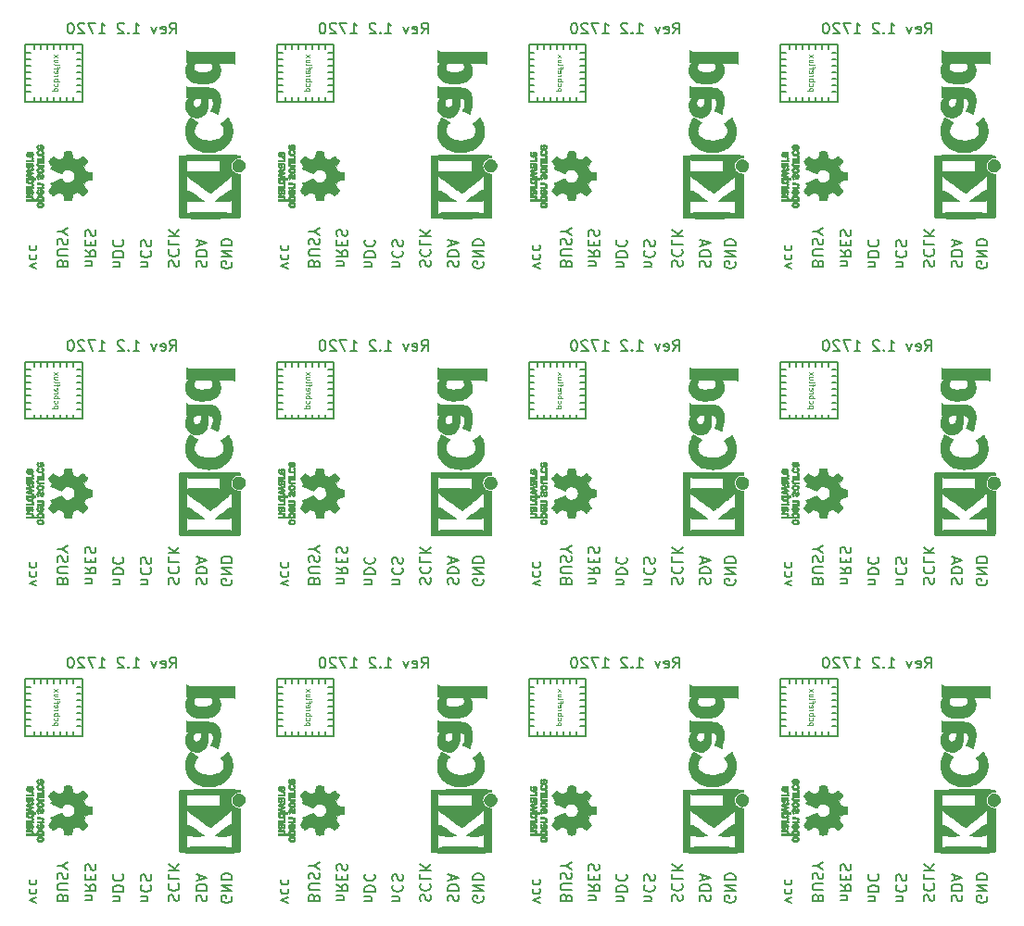
<source format=gbo>
G04 #@! TF.GenerationSoftware,KiCad,Pcbnew,no-vcs-found-91ed3e2~59~ubuntu16.04.1*
G04 #@! TF.CreationDate,2017-12-14T12:11:24+01:00*
G04 #@! TF.ProjectId,ESP32-epaper-adapter-pan,45535033322D6570617065722D616461,rev?*
G04 #@! TF.SameCoordinates,Original*
G04 #@! TF.FileFunction,Legend,Bot*
G04 #@! TF.FilePolarity,Positive*
%FSLAX46Y46*%
G04 Gerber Fmt 4.6, Leading zero omitted, Abs format (unit mm)*
G04 Created by KiCad (PCBNEW no-vcs-found-91ed3e2~59~ubuntu16.04.1) date Thu Dec 14 12:11:24 2017*
%MOMM*%
%LPD*%
G01*
G04 APERTURE LIST*
%ADD10C,0.200000*%
%ADD11C,0.100000*%
%ADD12C,0.010000*%
%ADD13C,0.150000*%
G04 APERTURE END LIST*
D10*
X71670285Y-176449238D02*
X71003619Y-176211142D01*
X71670285Y-175973047D01*
X71051238Y-175163523D02*
X71003619Y-175258761D01*
X71003619Y-175449238D01*
X71051238Y-175544476D01*
X71098857Y-175592095D01*
X71194095Y-175639714D01*
X71479809Y-175639714D01*
X71575047Y-175592095D01*
X71622666Y-175544476D01*
X71670285Y-175449238D01*
X71670285Y-175258761D01*
X71622666Y-175163523D01*
X71051238Y-174306380D02*
X71003619Y-174401619D01*
X71003619Y-174592095D01*
X71051238Y-174687333D01*
X71098857Y-174734952D01*
X71194095Y-174782571D01*
X71479809Y-174782571D01*
X71575047Y-174734952D01*
X71622666Y-174687333D01*
X71670285Y-174592095D01*
X71670285Y-174401619D01*
X71622666Y-174306380D01*
X74067428Y-175949142D02*
X74019809Y-175806285D01*
X73972190Y-175758666D01*
X73876952Y-175711047D01*
X73734095Y-175711047D01*
X73638857Y-175758666D01*
X73591238Y-175806285D01*
X73543619Y-175901523D01*
X73543619Y-176282476D01*
X74543619Y-176282476D01*
X74543619Y-175949142D01*
X74496000Y-175853904D01*
X74448380Y-175806285D01*
X74353142Y-175758666D01*
X74257904Y-175758666D01*
X74162666Y-175806285D01*
X74115047Y-175853904D01*
X74067428Y-175949142D01*
X74067428Y-176282476D01*
X74543619Y-175282476D02*
X73734095Y-175282476D01*
X73638857Y-175234857D01*
X73591238Y-175187238D01*
X73543619Y-175092000D01*
X73543619Y-174901523D01*
X73591238Y-174806285D01*
X73638857Y-174758666D01*
X73734095Y-174711047D01*
X74543619Y-174711047D01*
X73591238Y-174282476D02*
X73543619Y-174139619D01*
X73543619Y-173901523D01*
X73591238Y-173806285D01*
X73638857Y-173758666D01*
X73734095Y-173711047D01*
X73829333Y-173711047D01*
X73924571Y-173758666D01*
X73972190Y-173806285D01*
X74019809Y-173901523D01*
X74067428Y-174092000D01*
X74115047Y-174187238D01*
X74162666Y-174234857D01*
X74257904Y-174282476D01*
X74353142Y-174282476D01*
X74448380Y-174234857D01*
X74496000Y-174187238D01*
X74543619Y-174092000D01*
X74543619Y-173853904D01*
X74496000Y-173711047D01*
X74019809Y-173092000D02*
X73543619Y-173092000D01*
X74543619Y-173425333D02*
X74019809Y-173092000D01*
X74543619Y-172758666D01*
X76750285Y-176234857D02*
X76083619Y-176234857D01*
X76655047Y-176234857D02*
X76702666Y-176187238D01*
X76750285Y-176092000D01*
X76750285Y-175949142D01*
X76702666Y-175853904D01*
X76607428Y-175806285D01*
X76083619Y-175806285D01*
X76083619Y-174758666D02*
X76559809Y-175092000D01*
X76083619Y-175330095D02*
X77083619Y-175330095D01*
X77083619Y-174949142D01*
X77036000Y-174853904D01*
X76988380Y-174806285D01*
X76893142Y-174758666D01*
X76750285Y-174758666D01*
X76655047Y-174806285D01*
X76607428Y-174853904D01*
X76559809Y-174949142D01*
X76559809Y-175330095D01*
X76607428Y-174330095D02*
X76607428Y-173996761D01*
X76083619Y-173853904D02*
X76083619Y-174330095D01*
X77083619Y-174330095D01*
X77083619Y-173853904D01*
X76131238Y-173472952D02*
X76083619Y-173330095D01*
X76083619Y-173092000D01*
X76131238Y-172996761D01*
X76178857Y-172949142D01*
X76274095Y-172901523D01*
X76369333Y-172901523D01*
X76464571Y-172949142D01*
X76512190Y-172996761D01*
X76559809Y-173092000D01*
X76607428Y-173282476D01*
X76655047Y-173377714D01*
X76702666Y-173425333D01*
X76797904Y-173472952D01*
X76893142Y-173472952D01*
X76988380Y-173425333D01*
X77036000Y-173377714D01*
X77083619Y-173282476D01*
X77083619Y-173044380D01*
X77036000Y-172901523D01*
X79290285Y-176314285D02*
X78623619Y-176314285D01*
X79195047Y-176314285D02*
X79242666Y-176266666D01*
X79290285Y-176171428D01*
X79290285Y-176028571D01*
X79242666Y-175933333D01*
X79147428Y-175885714D01*
X78623619Y-175885714D01*
X78623619Y-175409523D02*
X79623619Y-175409523D01*
X79623619Y-175171428D01*
X79576000Y-175028571D01*
X79480761Y-174933333D01*
X79385523Y-174885714D01*
X79195047Y-174838095D01*
X79052190Y-174838095D01*
X78861714Y-174885714D01*
X78766476Y-174933333D01*
X78671238Y-175028571D01*
X78623619Y-175171428D01*
X78623619Y-175409523D01*
X78718857Y-173838095D02*
X78671238Y-173885714D01*
X78623619Y-174028571D01*
X78623619Y-174123809D01*
X78671238Y-174266666D01*
X78766476Y-174361904D01*
X78861714Y-174409523D01*
X79052190Y-174457142D01*
X79195047Y-174457142D01*
X79385523Y-174409523D01*
X79480761Y-174361904D01*
X79576000Y-174266666D01*
X79623619Y-174123809D01*
X79623619Y-174028571D01*
X79576000Y-173885714D01*
X79528380Y-173838095D01*
X81830285Y-176290476D02*
X81163619Y-176290476D01*
X81735047Y-176290476D02*
X81782666Y-176242857D01*
X81830285Y-176147619D01*
X81830285Y-176004761D01*
X81782666Y-175909523D01*
X81687428Y-175861904D01*
X81163619Y-175861904D01*
X81258857Y-174814285D02*
X81211238Y-174861904D01*
X81163619Y-175004761D01*
X81163619Y-175100000D01*
X81211238Y-175242857D01*
X81306476Y-175338095D01*
X81401714Y-175385714D01*
X81592190Y-175433333D01*
X81735047Y-175433333D01*
X81925523Y-175385714D01*
X82020761Y-175338095D01*
X82116000Y-175242857D01*
X82163619Y-175100000D01*
X82163619Y-175004761D01*
X82116000Y-174861904D01*
X82068380Y-174814285D01*
X81211238Y-174433333D02*
X81163619Y-174290476D01*
X81163619Y-174052380D01*
X81211238Y-173957142D01*
X81258857Y-173909523D01*
X81354095Y-173861904D01*
X81449333Y-173861904D01*
X81544571Y-173909523D01*
X81592190Y-173957142D01*
X81639809Y-174052380D01*
X81687428Y-174242857D01*
X81735047Y-174338095D01*
X81782666Y-174385714D01*
X81877904Y-174433333D01*
X81973142Y-174433333D01*
X82068380Y-174385714D01*
X82116000Y-174338095D01*
X82163619Y-174242857D01*
X82163619Y-174004761D01*
X82116000Y-173861904D01*
X83751238Y-176282476D02*
X83703619Y-176139619D01*
X83703619Y-175901523D01*
X83751238Y-175806285D01*
X83798857Y-175758666D01*
X83894095Y-175711047D01*
X83989333Y-175711047D01*
X84084571Y-175758666D01*
X84132190Y-175806285D01*
X84179809Y-175901523D01*
X84227428Y-176092000D01*
X84275047Y-176187238D01*
X84322666Y-176234857D01*
X84417904Y-176282476D01*
X84513142Y-176282476D01*
X84608380Y-176234857D01*
X84656000Y-176187238D01*
X84703619Y-176092000D01*
X84703619Y-175853904D01*
X84656000Y-175711047D01*
X83798857Y-174711047D02*
X83751238Y-174758666D01*
X83703619Y-174901523D01*
X83703619Y-174996761D01*
X83751238Y-175139619D01*
X83846476Y-175234857D01*
X83941714Y-175282476D01*
X84132190Y-175330095D01*
X84275047Y-175330095D01*
X84465523Y-175282476D01*
X84560761Y-175234857D01*
X84656000Y-175139619D01*
X84703619Y-174996761D01*
X84703619Y-174901523D01*
X84656000Y-174758666D01*
X84608380Y-174711047D01*
X83703619Y-173806285D02*
X83703619Y-174282476D01*
X84703619Y-174282476D01*
X83703619Y-173472952D02*
X84703619Y-173472952D01*
X83703619Y-172901523D02*
X84275047Y-173330095D01*
X84703619Y-172901523D02*
X84132190Y-173472952D01*
X86291238Y-176314285D02*
X86243619Y-176171428D01*
X86243619Y-175933333D01*
X86291238Y-175838095D01*
X86338857Y-175790476D01*
X86434095Y-175742857D01*
X86529333Y-175742857D01*
X86624571Y-175790476D01*
X86672190Y-175838095D01*
X86719809Y-175933333D01*
X86767428Y-176123809D01*
X86815047Y-176219047D01*
X86862666Y-176266666D01*
X86957904Y-176314285D01*
X87053142Y-176314285D01*
X87148380Y-176266666D01*
X87196000Y-176219047D01*
X87243619Y-176123809D01*
X87243619Y-175885714D01*
X87196000Y-175742857D01*
X86243619Y-175314285D02*
X87243619Y-175314285D01*
X87243619Y-175076190D01*
X87196000Y-174933333D01*
X87100761Y-174838095D01*
X87005523Y-174790476D01*
X86815047Y-174742857D01*
X86672190Y-174742857D01*
X86481714Y-174790476D01*
X86386476Y-174838095D01*
X86291238Y-174933333D01*
X86243619Y-175076190D01*
X86243619Y-175314285D01*
X86529333Y-174361904D02*
X86529333Y-173885714D01*
X86243619Y-174457142D02*
X87243619Y-174123809D01*
X86243619Y-173790476D01*
X89482000Y-175861904D02*
X89529619Y-175957142D01*
X89529619Y-176100000D01*
X89482000Y-176242857D01*
X89386761Y-176338095D01*
X89291523Y-176385714D01*
X89101047Y-176433333D01*
X88958190Y-176433333D01*
X88767714Y-176385714D01*
X88672476Y-176338095D01*
X88577238Y-176242857D01*
X88529619Y-176100000D01*
X88529619Y-176004761D01*
X88577238Y-175861904D01*
X88624857Y-175814285D01*
X88958190Y-175814285D01*
X88958190Y-176004761D01*
X88529619Y-175385714D02*
X89529619Y-175385714D01*
X88529619Y-174814285D01*
X89529619Y-174814285D01*
X88529619Y-174338095D02*
X89529619Y-174338095D01*
X89529619Y-174100000D01*
X89482000Y-173957142D01*
X89386761Y-173861904D01*
X89291523Y-173814285D01*
X89101047Y-173766666D01*
X88958190Y-173766666D01*
X88767714Y-173814285D01*
X88672476Y-173861904D01*
X88577238Y-173957142D01*
X88529619Y-174100000D01*
X88529619Y-174338095D01*
D11*
X73595142Y-160209047D02*
X73095142Y-160209047D01*
X73571333Y-160209047D02*
X73595142Y-160161428D01*
X73595142Y-160066190D01*
X73571333Y-160018571D01*
X73547523Y-159994761D01*
X73499904Y-159970952D01*
X73357047Y-159970952D01*
X73309428Y-159994761D01*
X73285619Y-160018571D01*
X73261809Y-160066190D01*
X73261809Y-160161428D01*
X73285619Y-160209047D01*
X73285619Y-159542380D02*
X73261809Y-159590000D01*
X73261809Y-159685238D01*
X73285619Y-159732857D01*
X73309428Y-159756666D01*
X73357047Y-159780476D01*
X73499904Y-159780476D01*
X73547523Y-159756666D01*
X73571333Y-159732857D01*
X73595142Y-159685238D01*
X73595142Y-159590000D01*
X73571333Y-159542380D01*
X73261809Y-159328095D02*
X73761809Y-159328095D01*
X73571333Y-159328095D02*
X73595142Y-159280476D01*
X73595142Y-159185238D01*
X73571333Y-159137619D01*
X73547523Y-159113809D01*
X73499904Y-159090000D01*
X73357047Y-159090000D01*
X73309428Y-159113809D01*
X73285619Y-159137619D01*
X73261809Y-159185238D01*
X73261809Y-159280476D01*
X73285619Y-159328095D01*
X73261809Y-158875714D02*
X73595142Y-158875714D01*
X73499904Y-158875714D02*
X73547523Y-158851904D01*
X73571333Y-158828095D01*
X73595142Y-158780476D01*
X73595142Y-158732857D01*
X73285619Y-158375714D02*
X73261809Y-158423333D01*
X73261809Y-158518571D01*
X73285619Y-158566190D01*
X73333238Y-158590000D01*
X73523714Y-158590000D01*
X73571333Y-158566190D01*
X73595142Y-158518571D01*
X73595142Y-158423333D01*
X73571333Y-158375714D01*
X73523714Y-158351904D01*
X73476095Y-158351904D01*
X73428476Y-158590000D01*
X73595142Y-158209047D02*
X73595142Y-158018571D01*
X73261809Y-158137619D02*
X73690380Y-158137619D01*
X73738000Y-158113809D01*
X73761809Y-158066190D01*
X73761809Y-158018571D01*
X73261809Y-157780476D02*
X73285619Y-157828095D01*
X73333238Y-157851904D01*
X73761809Y-157851904D01*
X73595142Y-157375714D02*
X73261809Y-157375714D01*
X73595142Y-157590000D02*
X73333238Y-157590000D01*
X73285619Y-157566190D01*
X73261809Y-157518571D01*
X73261809Y-157447142D01*
X73285619Y-157399523D01*
X73309428Y-157375714D01*
X73261809Y-157185238D02*
X73595142Y-156923333D01*
X73595142Y-157185238D02*
X73261809Y-156923333D01*
D10*
X83833142Y-154982380D02*
X84166476Y-154506190D01*
X84404571Y-154982380D02*
X84404571Y-153982380D01*
X84023619Y-153982380D01*
X83928380Y-154030000D01*
X83880761Y-154077619D01*
X83833142Y-154172857D01*
X83833142Y-154315714D01*
X83880761Y-154410952D01*
X83928380Y-154458571D01*
X84023619Y-154506190D01*
X84404571Y-154506190D01*
X83023619Y-154934761D02*
X83118857Y-154982380D01*
X83309333Y-154982380D01*
X83404571Y-154934761D01*
X83452190Y-154839523D01*
X83452190Y-154458571D01*
X83404571Y-154363333D01*
X83309333Y-154315714D01*
X83118857Y-154315714D01*
X83023619Y-154363333D01*
X82976000Y-154458571D01*
X82976000Y-154553809D01*
X83452190Y-154649047D01*
X82642666Y-154315714D02*
X82404571Y-154982380D01*
X82166476Y-154315714D01*
X80499809Y-154982380D02*
X81071238Y-154982380D01*
X80785523Y-154982380D02*
X80785523Y-153982380D01*
X80880761Y-154125238D01*
X80976000Y-154220476D01*
X81071238Y-154268095D01*
X80071238Y-154887142D02*
X80023619Y-154934761D01*
X80071238Y-154982380D01*
X80118857Y-154934761D01*
X80071238Y-154887142D01*
X80071238Y-154982380D01*
X79642666Y-154077619D02*
X79595047Y-154030000D01*
X79499809Y-153982380D01*
X79261714Y-153982380D01*
X79166476Y-154030000D01*
X79118857Y-154077619D01*
X79071238Y-154172857D01*
X79071238Y-154268095D01*
X79118857Y-154410952D01*
X79690285Y-154982380D01*
X79071238Y-154982380D01*
X77356952Y-154982380D02*
X77928380Y-154982380D01*
X77642666Y-154982380D02*
X77642666Y-153982380D01*
X77737904Y-154125238D01*
X77833142Y-154220476D01*
X77928380Y-154268095D01*
X77023619Y-153982380D02*
X76356952Y-153982380D01*
X76785523Y-154982380D01*
X76023619Y-154077619D02*
X75976000Y-154030000D01*
X75880761Y-153982380D01*
X75642666Y-153982380D01*
X75547428Y-154030000D01*
X75499809Y-154077619D01*
X75452190Y-154172857D01*
X75452190Y-154268095D01*
X75499809Y-154410952D01*
X76071238Y-154982380D01*
X75452190Y-154982380D01*
X74833142Y-153982380D02*
X74737904Y-153982380D01*
X74642666Y-154030000D01*
X74595047Y-154077619D01*
X74547428Y-154172857D01*
X74499809Y-154363333D01*
X74499809Y-154601428D01*
X74547428Y-154791904D01*
X74595047Y-154887142D01*
X74642666Y-154934761D01*
X74737904Y-154982380D01*
X74833142Y-154982380D01*
X74928380Y-154934761D01*
X74976000Y-154887142D01*
X75023619Y-154791904D01*
X75071238Y-154601428D01*
X75071238Y-154363333D01*
X75023619Y-154172857D01*
X74976000Y-154077619D01*
X74928380Y-154030000D01*
X74833142Y-153982380D01*
X106833142Y-154982380D02*
X107166476Y-154506190D01*
X107404571Y-154982380D02*
X107404571Y-153982380D01*
X107023619Y-153982380D01*
X106928380Y-154030000D01*
X106880761Y-154077619D01*
X106833142Y-154172857D01*
X106833142Y-154315714D01*
X106880761Y-154410952D01*
X106928380Y-154458571D01*
X107023619Y-154506190D01*
X107404571Y-154506190D01*
X106023619Y-154934761D02*
X106118857Y-154982380D01*
X106309333Y-154982380D01*
X106404571Y-154934761D01*
X106452190Y-154839523D01*
X106452190Y-154458571D01*
X106404571Y-154363333D01*
X106309333Y-154315714D01*
X106118857Y-154315714D01*
X106023619Y-154363333D01*
X105976000Y-154458571D01*
X105976000Y-154553809D01*
X106452190Y-154649047D01*
X105642666Y-154315714D02*
X105404571Y-154982380D01*
X105166476Y-154315714D01*
X103499809Y-154982380D02*
X104071238Y-154982380D01*
X103785523Y-154982380D02*
X103785523Y-153982380D01*
X103880761Y-154125238D01*
X103976000Y-154220476D01*
X104071238Y-154268095D01*
X103071238Y-154887142D02*
X103023619Y-154934761D01*
X103071238Y-154982380D01*
X103118857Y-154934761D01*
X103071238Y-154887142D01*
X103071238Y-154982380D01*
X102642666Y-154077619D02*
X102595047Y-154030000D01*
X102499809Y-153982380D01*
X102261714Y-153982380D01*
X102166476Y-154030000D01*
X102118857Y-154077619D01*
X102071238Y-154172857D01*
X102071238Y-154268095D01*
X102118857Y-154410952D01*
X102690285Y-154982380D01*
X102071238Y-154982380D01*
X100356952Y-154982380D02*
X100928380Y-154982380D01*
X100642666Y-154982380D02*
X100642666Y-153982380D01*
X100737904Y-154125238D01*
X100833142Y-154220476D01*
X100928380Y-154268095D01*
X100023619Y-153982380D02*
X99356952Y-153982380D01*
X99785523Y-154982380D01*
X99023619Y-154077619D02*
X98976000Y-154030000D01*
X98880761Y-153982380D01*
X98642666Y-153982380D01*
X98547428Y-154030000D01*
X98499809Y-154077619D01*
X98452190Y-154172857D01*
X98452190Y-154268095D01*
X98499809Y-154410952D01*
X99071238Y-154982380D01*
X98452190Y-154982380D01*
X97833142Y-153982380D02*
X97737904Y-153982380D01*
X97642666Y-154030000D01*
X97595047Y-154077619D01*
X97547428Y-154172857D01*
X97499809Y-154363333D01*
X97499809Y-154601428D01*
X97547428Y-154791904D01*
X97595047Y-154887142D01*
X97642666Y-154934761D01*
X97737904Y-154982380D01*
X97833142Y-154982380D01*
X97928380Y-154934761D01*
X97976000Y-154887142D01*
X98023619Y-154791904D01*
X98071238Y-154601428D01*
X98071238Y-154363333D01*
X98023619Y-154172857D01*
X97976000Y-154077619D01*
X97928380Y-154030000D01*
X97833142Y-153982380D01*
D11*
X96595142Y-160209047D02*
X96095142Y-160209047D01*
X96571333Y-160209047D02*
X96595142Y-160161428D01*
X96595142Y-160066190D01*
X96571333Y-160018571D01*
X96547523Y-159994761D01*
X96499904Y-159970952D01*
X96357047Y-159970952D01*
X96309428Y-159994761D01*
X96285619Y-160018571D01*
X96261809Y-160066190D01*
X96261809Y-160161428D01*
X96285619Y-160209047D01*
X96285619Y-159542380D02*
X96261809Y-159590000D01*
X96261809Y-159685238D01*
X96285619Y-159732857D01*
X96309428Y-159756666D01*
X96357047Y-159780476D01*
X96499904Y-159780476D01*
X96547523Y-159756666D01*
X96571333Y-159732857D01*
X96595142Y-159685238D01*
X96595142Y-159590000D01*
X96571333Y-159542380D01*
X96261809Y-159328095D02*
X96761809Y-159328095D01*
X96571333Y-159328095D02*
X96595142Y-159280476D01*
X96595142Y-159185238D01*
X96571333Y-159137619D01*
X96547523Y-159113809D01*
X96499904Y-159090000D01*
X96357047Y-159090000D01*
X96309428Y-159113809D01*
X96285619Y-159137619D01*
X96261809Y-159185238D01*
X96261809Y-159280476D01*
X96285619Y-159328095D01*
X96261809Y-158875714D02*
X96595142Y-158875714D01*
X96499904Y-158875714D02*
X96547523Y-158851904D01*
X96571333Y-158828095D01*
X96595142Y-158780476D01*
X96595142Y-158732857D01*
X96285619Y-158375714D02*
X96261809Y-158423333D01*
X96261809Y-158518571D01*
X96285619Y-158566190D01*
X96333238Y-158590000D01*
X96523714Y-158590000D01*
X96571333Y-158566190D01*
X96595142Y-158518571D01*
X96595142Y-158423333D01*
X96571333Y-158375714D01*
X96523714Y-158351904D01*
X96476095Y-158351904D01*
X96428476Y-158590000D01*
X96595142Y-158209047D02*
X96595142Y-158018571D01*
X96261809Y-158137619D02*
X96690380Y-158137619D01*
X96738000Y-158113809D01*
X96761809Y-158066190D01*
X96761809Y-158018571D01*
X96261809Y-157780476D02*
X96285619Y-157828095D01*
X96333238Y-157851904D01*
X96761809Y-157851904D01*
X96595142Y-157375714D02*
X96261809Y-157375714D01*
X96595142Y-157590000D02*
X96333238Y-157590000D01*
X96285619Y-157566190D01*
X96261809Y-157518571D01*
X96261809Y-157447142D01*
X96285619Y-157399523D01*
X96309428Y-157375714D01*
X96261809Y-157185238D02*
X96595142Y-156923333D01*
X96595142Y-157185238D02*
X96261809Y-156923333D01*
D10*
X112482000Y-175861904D02*
X112529619Y-175957142D01*
X112529619Y-176100000D01*
X112482000Y-176242857D01*
X112386761Y-176338095D01*
X112291523Y-176385714D01*
X112101047Y-176433333D01*
X111958190Y-176433333D01*
X111767714Y-176385714D01*
X111672476Y-176338095D01*
X111577238Y-176242857D01*
X111529619Y-176100000D01*
X111529619Y-176004761D01*
X111577238Y-175861904D01*
X111624857Y-175814285D01*
X111958190Y-175814285D01*
X111958190Y-176004761D01*
X111529619Y-175385714D02*
X112529619Y-175385714D01*
X111529619Y-174814285D01*
X112529619Y-174814285D01*
X111529619Y-174338095D02*
X112529619Y-174338095D01*
X112529619Y-174100000D01*
X112482000Y-173957142D01*
X112386761Y-173861904D01*
X112291523Y-173814285D01*
X112101047Y-173766666D01*
X111958190Y-173766666D01*
X111767714Y-173814285D01*
X111672476Y-173861904D01*
X111577238Y-173957142D01*
X111529619Y-174100000D01*
X111529619Y-174338095D01*
X109291238Y-176314285D02*
X109243619Y-176171428D01*
X109243619Y-175933333D01*
X109291238Y-175838095D01*
X109338857Y-175790476D01*
X109434095Y-175742857D01*
X109529333Y-175742857D01*
X109624571Y-175790476D01*
X109672190Y-175838095D01*
X109719809Y-175933333D01*
X109767428Y-176123809D01*
X109815047Y-176219047D01*
X109862666Y-176266666D01*
X109957904Y-176314285D01*
X110053142Y-176314285D01*
X110148380Y-176266666D01*
X110196000Y-176219047D01*
X110243619Y-176123809D01*
X110243619Y-175885714D01*
X110196000Y-175742857D01*
X109243619Y-175314285D02*
X110243619Y-175314285D01*
X110243619Y-175076190D01*
X110196000Y-174933333D01*
X110100761Y-174838095D01*
X110005523Y-174790476D01*
X109815047Y-174742857D01*
X109672190Y-174742857D01*
X109481714Y-174790476D01*
X109386476Y-174838095D01*
X109291238Y-174933333D01*
X109243619Y-175076190D01*
X109243619Y-175314285D01*
X109529333Y-174361904D02*
X109529333Y-173885714D01*
X109243619Y-174457142D02*
X110243619Y-174123809D01*
X109243619Y-173790476D01*
X106751238Y-176282476D02*
X106703619Y-176139619D01*
X106703619Y-175901523D01*
X106751238Y-175806285D01*
X106798857Y-175758666D01*
X106894095Y-175711047D01*
X106989333Y-175711047D01*
X107084571Y-175758666D01*
X107132190Y-175806285D01*
X107179809Y-175901523D01*
X107227428Y-176092000D01*
X107275047Y-176187238D01*
X107322666Y-176234857D01*
X107417904Y-176282476D01*
X107513142Y-176282476D01*
X107608380Y-176234857D01*
X107656000Y-176187238D01*
X107703619Y-176092000D01*
X107703619Y-175853904D01*
X107656000Y-175711047D01*
X106798857Y-174711047D02*
X106751238Y-174758666D01*
X106703619Y-174901523D01*
X106703619Y-174996761D01*
X106751238Y-175139619D01*
X106846476Y-175234857D01*
X106941714Y-175282476D01*
X107132190Y-175330095D01*
X107275047Y-175330095D01*
X107465523Y-175282476D01*
X107560761Y-175234857D01*
X107656000Y-175139619D01*
X107703619Y-174996761D01*
X107703619Y-174901523D01*
X107656000Y-174758666D01*
X107608380Y-174711047D01*
X106703619Y-173806285D02*
X106703619Y-174282476D01*
X107703619Y-174282476D01*
X106703619Y-173472952D02*
X107703619Y-173472952D01*
X106703619Y-172901523D02*
X107275047Y-173330095D01*
X107703619Y-172901523D02*
X107132190Y-173472952D01*
X104830285Y-176290476D02*
X104163619Y-176290476D01*
X104735047Y-176290476D02*
X104782666Y-176242857D01*
X104830285Y-176147619D01*
X104830285Y-176004761D01*
X104782666Y-175909523D01*
X104687428Y-175861904D01*
X104163619Y-175861904D01*
X104258857Y-174814285D02*
X104211238Y-174861904D01*
X104163619Y-175004761D01*
X104163619Y-175100000D01*
X104211238Y-175242857D01*
X104306476Y-175338095D01*
X104401714Y-175385714D01*
X104592190Y-175433333D01*
X104735047Y-175433333D01*
X104925523Y-175385714D01*
X105020761Y-175338095D01*
X105116000Y-175242857D01*
X105163619Y-175100000D01*
X105163619Y-175004761D01*
X105116000Y-174861904D01*
X105068380Y-174814285D01*
X104211238Y-174433333D02*
X104163619Y-174290476D01*
X104163619Y-174052380D01*
X104211238Y-173957142D01*
X104258857Y-173909523D01*
X104354095Y-173861904D01*
X104449333Y-173861904D01*
X104544571Y-173909523D01*
X104592190Y-173957142D01*
X104639809Y-174052380D01*
X104687428Y-174242857D01*
X104735047Y-174338095D01*
X104782666Y-174385714D01*
X104877904Y-174433333D01*
X104973142Y-174433333D01*
X105068380Y-174385714D01*
X105116000Y-174338095D01*
X105163619Y-174242857D01*
X105163619Y-174004761D01*
X105116000Y-173861904D01*
X102290285Y-176314285D02*
X101623619Y-176314285D01*
X102195047Y-176314285D02*
X102242666Y-176266666D01*
X102290285Y-176171428D01*
X102290285Y-176028571D01*
X102242666Y-175933333D01*
X102147428Y-175885714D01*
X101623619Y-175885714D01*
X101623619Y-175409523D02*
X102623619Y-175409523D01*
X102623619Y-175171428D01*
X102576000Y-175028571D01*
X102480761Y-174933333D01*
X102385523Y-174885714D01*
X102195047Y-174838095D01*
X102052190Y-174838095D01*
X101861714Y-174885714D01*
X101766476Y-174933333D01*
X101671238Y-175028571D01*
X101623619Y-175171428D01*
X101623619Y-175409523D01*
X101718857Y-173838095D02*
X101671238Y-173885714D01*
X101623619Y-174028571D01*
X101623619Y-174123809D01*
X101671238Y-174266666D01*
X101766476Y-174361904D01*
X101861714Y-174409523D01*
X102052190Y-174457142D01*
X102195047Y-174457142D01*
X102385523Y-174409523D01*
X102480761Y-174361904D01*
X102576000Y-174266666D01*
X102623619Y-174123809D01*
X102623619Y-174028571D01*
X102576000Y-173885714D01*
X102528380Y-173838095D01*
X99750285Y-176234857D02*
X99083619Y-176234857D01*
X99655047Y-176234857D02*
X99702666Y-176187238D01*
X99750285Y-176092000D01*
X99750285Y-175949142D01*
X99702666Y-175853904D01*
X99607428Y-175806285D01*
X99083619Y-175806285D01*
X99083619Y-174758666D02*
X99559809Y-175092000D01*
X99083619Y-175330095D02*
X100083619Y-175330095D01*
X100083619Y-174949142D01*
X100036000Y-174853904D01*
X99988380Y-174806285D01*
X99893142Y-174758666D01*
X99750285Y-174758666D01*
X99655047Y-174806285D01*
X99607428Y-174853904D01*
X99559809Y-174949142D01*
X99559809Y-175330095D01*
X99607428Y-174330095D02*
X99607428Y-173996761D01*
X99083619Y-173853904D02*
X99083619Y-174330095D01*
X100083619Y-174330095D01*
X100083619Y-173853904D01*
X99131238Y-173472952D02*
X99083619Y-173330095D01*
X99083619Y-173092000D01*
X99131238Y-172996761D01*
X99178857Y-172949142D01*
X99274095Y-172901523D01*
X99369333Y-172901523D01*
X99464571Y-172949142D01*
X99512190Y-172996761D01*
X99559809Y-173092000D01*
X99607428Y-173282476D01*
X99655047Y-173377714D01*
X99702666Y-173425333D01*
X99797904Y-173472952D01*
X99893142Y-173472952D01*
X99988380Y-173425333D01*
X100036000Y-173377714D01*
X100083619Y-173282476D01*
X100083619Y-173044380D01*
X100036000Y-172901523D01*
X97067428Y-175949142D02*
X97019809Y-175806285D01*
X96972190Y-175758666D01*
X96876952Y-175711047D01*
X96734095Y-175711047D01*
X96638857Y-175758666D01*
X96591238Y-175806285D01*
X96543619Y-175901523D01*
X96543619Y-176282476D01*
X97543619Y-176282476D01*
X97543619Y-175949142D01*
X97496000Y-175853904D01*
X97448380Y-175806285D01*
X97353142Y-175758666D01*
X97257904Y-175758666D01*
X97162666Y-175806285D01*
X97115047Y-175853904D01*
X97067428Y-175949142D01*
X97067428Y-176282476D01*
X97543619Y-175282476D02*
X96734095Y-175282476D01*
X96638857Y-175234857D01*
X96591238Y-175187238D01*
X96543619Y-175092000D01*
X96543619Y-174901523D01*
X96591238Y-174806285D01*
X96638857Y-174758666D01*
X96734095Y-174711047D01*
X97543619Y-174711047D01*
X96591238Y-174282476D02*
X96543619Y-174139619D01*
X96543619Y-173901523D01*
X96591238Y-173806285D01*
X96638857Y-173758666D01*
X96734095Y-173711047D01*
X96829333Y-173711047D01*
X96924571Y-173758666D01*
X96972190Y-173806285D01*
X97019809Y-173901523D01*
X97067428Y-174092000D01*
X97115047Y-174187238D01*
X97162666Y-174234857D01*
X97257904Y-174282476D01*
X97353142Y-174282476D01*
X97448380Y-174234857D01*
X97496000Y-174187238D01*
X97543619Y-174092000D01*
X97543619Y-173853904D01*
X97496000Y-173711047D01*
X97019809Y-173092000D02*
X96543619Y-173092000D01*
X97543619Y-173425333D02*
X97019809Y-173092000D01*
X97543619Y-172758666D01*
X94670285Y-176449238D02*
X94003619Y-176211142D01*
X94670285Y-175973047D01*
X94051238Y-175163523D02*
X94003619Y-175258761D01*
X94003619Y-175449238D01*
X94051238Y-175544476D01*
X94098857Y-175592095D01*
X94194095Y-175639714D01*
X94479809Y-175639714D01*
X94575047Y-175592095D01*
X94622666Y-175544476D01*
X94670285Y-175449238D01*
X94670285Y-175258761D01*
X94622666Y-175163523D01*
X94051238Y-174306380D02*
X94003619Y-174401619D01*
X94003619Y-174592095D01*
X94051238Y-174687333D01*
X94098857Y-174734952D01*
X94194095Y-174782571D01*
X94479809Y-174782571D01*
X94575047Y-174734952D01*
X94622666Y-174687333D01*
X94670285Y-174592095D01*
X94670285Y-174401619D01*
X94622666Y-174306380D01*
X48670285Y-176449238D02*
X48003619Y-176211142D01*
X48670285Y-175973047D01*
X48051238Y-175163523D02*
X48003619Y-175258761D01*
X48003619Y-175449238D01*
X48051238Y-175544476D01*
X48098857Y-175592095D01*
X48194095Y-175639714D01*
X48479809Y-175639714D01*
X48575047Y-175592095D01*
X48622666Y-175544476D01*
X48670285Y-175449238D01*
X48670285Y-175258761D01*
X48622666Y-175163523D01*
X48051238Y-174306380D02*
X48003619Y-174401619D01*
X48003619Y-174592095D01*
X48051238Y-174687333D01*
X48098857Y-174734952D01*
X48194095Y-174782571D01*
X48479809Y-174782571D01*
X48575047Y-174734952D01*
X48622666Y-174687333D01*
X48670285Y-174592095D01*
X48670285Y-174401619D01*
X48622666Y-174306380D01*
X51067428Y-175949142D02*
X51019809Y-175806285D01*
X50972190Y-175758666D01*
X50876952Y-175711047D01*
X50734095Y-175711047D01*
X50638857Y-175758666D01*
X50591238Y-175806285D01*
X50543619Y-175901523D01*
X50543619Y-176282476D01*
X51543619Y-176282476D01*
X51543619Y-175949142D01*
X51496000Y-175853904D01*
X51448380Y-175806285D01*
X51353142Y-175758666D01*
X51257904Y-175758666D01*
X51162666Y-175806285D01*
X51115047Y-175853904D01*
X51067428Y-175949142D01*
X51067428Y-176282476D01*
X51543619Y-175282476D02*
X50734095Y-175282476D01*
X50638857Y-175234857D01*
X50591238Y-175187238D01*
X50543619Y-175092000D01*
X50543619Y-174901523D01*
X50591238Y-174806285D01*
X50638857Y-174758666D01*
X50734095Y-174711047D01*
X51543619Y-174711047D01*
X50591238Y-174282476D02*
X50543619Y-174139619D01*
X50543619Y-173901523D01*
X50591238Y-173806285D01*
X50638857Y-173758666D01*
X50734095Y-173711047D01*
X50829333Y-173711047D01*
X50924571Y-173758666D01*
X50972190Y-173806285D01*
X51019809Y-173901523D01*
X51067428Y-174092000D01*
X51115047Y-174187238D01*
X51162666Y-174234857D01*
X51257904Y-174282476D01*
X51353142Y-174282476D01*
X51448380Y-174234857D01*
X51496000Y-174187238D01*
X51543619Y-174092000D01*
X51543619Y-173853904D01*
X51496000Y-173711047D01*
X51019809Y-173092000D02*
X50543619Y-173092000D01*
X51543619Y-173425333D02*
X51019809Y-173092000D01*
X51543619Y-172758666D01*
X53750285Y-176234857D02*
X53083619Y-176234857D01*
X53655047Y-176234857D02*
X53702666Y-176187238D01*
X53750285Y-176092000D01*
X53750285Y-175949142D01*
X53702666Y-175853904D01*
X53607428Y-175806285D01*
X53083619Y-175806285D01*
X53083619Y-174758666D02*
X53559809Y-175092000D01*
X53083619Y-175330095D02*
X54083619Y-175330095D01*
X54083619Y-174949142D01*
X54036000Y-174853904D01*
X53988380Y-174806285D01*
X53893142Y-174758666D01*
X53750285Y-174758666D01*
X53655047Y-174806285D01*
X53607428Y-174853904D01*
X53559809Y-174949142D01*
X53559809Y-175330095D01*
X53607428Y-174330095D02*
X53607428Y-173996761D01*
X53083619Y-173853904D02*
X53083619Y-174330095D01*
X54083619Y-174330095D01*
X54083619Y-173853904D01*
X53131238Y-173472952D02*
X53083619Y-173330095D01*
X53083619Y-173092000D01*
X53131238Y-172996761D01*
X53178857Y-172949142D01*
X53274095Y-172901523D01*
X53369333Y-172901523D01*
X53464571Y-172949142D01*
X53512190Y-172996761D01*
X53559809Y-173092000D01*
X53607428Y-173282476D01*
X53655047Y-173377714D01*
X53702666Y-173425333D01*
X53797904Y-173472952D01*
X53893142Y-173472952D01*
X53988380Y-173425333D01*
X54036000Y-173377714D01*
X54083619Y-173282476D01*
X54083619Y-173044380D01*
X54036000Y-172901523D01*
X56290285Y-176314285D02*
X55623619Y-176314285D01*
X56195047Y-176314285D02*
X56242666Y-176266666D01*
X56290285Y-176171428D01*
X56290285Y-176028571D01*
X56242666Y-175933333D01*
X56147428Y-175885714D01*
X55623619Y-175885714D01*
X55623619Y-175409523D02*
X56623619Y-175409523D01*
X56623619Y-175171428D01*
X56576000Y-175028571D01*
X56480761Y-174933333D01*
X56385523Y-174885714D01*
X56195047Y-174838095D01*
X56052190Y-174838095D01*
X55861714Y-174885714D01*
X55766476Y-174933333D01*
X55671238Y-175028571D01*
X55623619Y-175171428D01*
X55623619Y-175409523D01*
X55718857Y-173838095D02*
X55671238Y-173885714D01*
X55623619Y-174028571D01*
X55623619Y-174123809D01*
X55671238Y-174266666D01*
X55766476Y-174361904D01*
X55861714Y-174409523D01*
X56052190Y-174457142D01*
X56195047Y-174457142D01*
X56385523Y-174409523D01*
X56480761Y-174361904D01*
X56576000Y-174266666D01*
X56623619Y-174123809D01*
X56623619Y-174028571D01*
X56576000Y-173885714D01*
X56528380Y-173838095D01*
X58830285Y-176290476D02*
X58163619Y-176290476D01*
X58735047Y-176290476D02*
X58782666Y-176242857D01*
X58830285Y-176147619D01*
X58830285Y-176004761D01*
X58782666Y-175909523D01*
X58687428Y-175861904D01*
X58163619Y-175861904D01*
X58258857Y-174814285D02*
X58211238Y-174861904D01*
X58163619Y-175004761D01*
X58163619Y-175100000D01*
X58211238Y-175242857D01*
X58306476Y-175338095D01*
X58401714Y-175385714D01*
X58592190Y-175433333D01*
X58735047Y-175433333D01*
X58925523Y-175385714D01*
X59020761Y-175338095D01*
X59116000Y-175242857D01*
X59163619Y-175100000D01*
X59163619Y-175004761D01*
X59116000Y-174861904D01*
X59068380Y-174814285D01*
X58211238Y-174433333D02*
X58163619Y-174290476D01*
X58163619Y-174052380D01*
X58211238Y-173957142D01*
X58258857Y-173909523D01*
X58354095Y-173861904D01*
X58449333Y-173861904D01*
X58544571Y-173909523D01*
X58592190Y-173957142D01*
X58639809Y-174052380D01*
X58687428Y-174242857D01*
X58735047Y-174338095D01*
X58782666Y-174385714D01*
X58877904Y-174433333D01*
X58973142Y-174433333D01*
X59068380Y-174385714D01*
X59116000Y-174338095D01*
X59163619Y-174242857D01*
X59163619Y-174004761D01*
X59116000Y-173861904D01*
X60751238Y-176282476D02*
X60703619Y-176139619D01*
X60703619Y-175901523D01*
X60751238Y-175806285D01*
X60798857Y-175758666D01*
X60894095Y-175711047D01*
X60989333Y-175711047D01*
X61084571Y-175758666D01*
X61132190Y-175806285D01*
X61179809Y-175901523D01*
X61227428Y-176092000D01*
X61275047Y-176187238D01*
X61322666Y-176234857D01*
X61417904Y-176282476D01*
X61513142Y-176282476D01*
X61608380Y-176234857D01*
X61656000Y-176187238D01*
X61703619Y-176092000D01*
X61703619Y-175853904D01*
X61656000Y-175711047D01*
X60798857Y-174711047D02*
X60751238Y-174758666D01*
X60703619Y-174901523D01*
X60703619Y-174996761D01*
X60751238Y-175139619D01*
X60846476Y-175234857D01*
X60941714Y-175282476D01*
X61132190Y-175330095D01*
X61275047Y-175330095D01*
X61465523Y-175282476D01*
X61560761Y-175234857D01*
X61656000Y-175139619D01*
X61703619Y-174996761D01*
X61703619Y-174901523D01*
X61656000Y-174758666D01*
X61608380Y-174711047D01*
X60703619Y-173806285D02*
X60703619Y-174282476D01*
X61703619Y-174282476D01*
X60703619Y-173472952D02*
X61703619Y-173472952D01*
X60703619Y-172901523D02*
X61275047Y-173330095D01*
X61703619Y-172901523D02*
X61132190Y-173472952D01*
X63291238Y-176314285D02*
X63243619Y-176171428D01*
X63243619Y-175933333D01*
X63291238Y-175838095D01*
X63338857Y-175790476D01*
X63434095Y-175742857D01*
X63529333Y-175742857D01*
X63624571Y-175790476D01*
X63672190Y-175838095D01*
X63719809Y-175933333D01*
X63767428Y-176123809D01*
X63815047Y-176219047D01*
X63862666Y-176266666D01*
X63957904Y-176314285D01*
X64053142Y-176314285D01*
X64148380Y-176266666D01*
X64196000Y-176219047D01*
X64243619Y-176123809D01*
X64243619Y-175885714D01*
X64196000Y-175742857D01*
X63243619Y-175314285D02*
X64243619Y-175314285D01*
X64243619Y-175076190D01*
X64196000Y-174933333D01*
X64100761Y-174838095D01*
X64005523Y-174790476D01*
X63815047Y-174742857D01*
X63672190Y-174742857D01*
X63481714Y-174790476D01*
X63386476Y-174838095D01*
X63291238Y-174933333D01*
X63243619Y-175076190D01*
X63243619Y-175314285D01*
X63529333Y-174361904D02*
X63529333Y-173885714D01*
X63243619Y-174457142D02*
X64243619Y-174123809D01*
X63243619Y-173790476D01*
X66482000Y-175861904D02*
X66529619Y-175957142D01*
X66529619Y-176100000D01*
X66482000Y-176242857D01*
X66386761Y-176338095D01*
X66291523Y-176385714D01*
X66101047Y-176433333D01*
X65958190Y-176433333D01*
X65767714Y-176385714D01*
X65672476Y-176338095D01*
X65577238Y-176242857D01*
X65529619Y-176100000D01*
X65529619Y-176004761D01*
X65577238Y-175861904D01*
X65624857Y-175814285D01*
X65958190Y-175814285D01*
X65958190Y-176004761D01*
X65529619Y-175385714D02*
X66529619Y-175385714D01*
X65529619Y-174814285D01*
X66529619Y-174814285D01*
X65529619Y-174338095D02*
X66529619Y-174338095D01*
X66529619Y-174100000D01*
X66482000Y-173957142D01*
X66386761Y-173861904D01*
X66291523Y-173814285D01*
X66101047Y-173766666D01*
X65958190Y-173766666D01*
X65767714Y-173814285D01*
X65672476Y-173861904D01*
X65577238Y-173957142D01*
X65529619Y-174100000D01*
X65529619Y-174338095D01*
D11*
X50595142Y-160209047D02*
X50095142Y-160209047D01*
X50571333Y-160209047D02*
X50595142Y-160161428D01*
X50595142Y-160066190D01*
X50571333Y-160018571D01*
X50547523Y-159994761D01*
X50499904Y-159970952D01*
X50357047Y-159970952D01*
X50309428Y-159994761D01*
X50285619Y-160018571D01*
X50261809Y-160066190D01*
X50261809Y-160161428D01*
X50285619Y-160209047D01*
X50285619Y-159542380D02*
X50261809Y-159590000D01*
X50261809Y-159685238D01*
X50285619Y-159732857D01*
X50309428Y-159756666D01*
X50357047Y-159780476D01*
X50499904Y-159780476D01*
X50547523Y-159756666D01*
X50571333Y-159732857D01*
X50595142Y-159685238D01*
X50595142Y-159590000D01*
X50571333Y-159542380D01*
X50261809Y-159328095D02*
X50761809Y-159328095D01*
X50571333Y-159328095D02*
X50595142Y-159280476D01*
X50595142Y-159185238D01*
X50571333Y-159137619D01*
X50547523Y-159113809D01*
X50499904Y-159090000D01*
X50357047Y-159090000D01*
X50309428Y-159113809D01*
X50285619Y-159137619D01*
X50261809Y-159185238D01*
X50261809Y-159280476D01*
X50285619Y-159328095D01*
X50261809Y-158875714D02*
X50595142Y-158875714D01*
X50499904Y-158875714D02*
X50547523Y-158851904D01*
X50571333Y-158828095D01*
X50595142Y-158780476D01*
X50595142Y-158732857D01*
X50285619Y-158375714D02*
X50261809Y-158423333D01*
X50261809Y-158518571D01*
X50285619Y-158566190D01*
X50333238Y-158590000D01*
X50523714Y-158590000D01*
X50571333Y-158566190D01*
X50595142Y-158518571D01*
X50595142Y-158423333D01*
X50571333Y-158375714D01*
X50523714Y-158351904D01*
X50476095Y-158351904D01*
X50428476Y-158590000D01*
X50595142Y-158209047D02*
X50595142Y-158018571D01*
X50261809Y-158137619D02*
X50690380Y-158137619D01*
X50738000Y-158113809D01*
X50761809Y-158066190D01*
X50761809Y-158018571D01*
X50261809Y-157780476D02*
X50285619Y-157828095D01*
X50333238Y-157851904D01*
X50761809Y-157851904D01*
X50595142Y-157375714D02*
X50261809Y-157375714D01*
X50595142Y-157590000D02*
X50333238Y-157590000D01*
X50285619Y-157566190D01*
X50261809Y-157518571D01*
X50261809Y-157447142D01*
X50285619Y-157399523D01*
X50309428Y-157375714D01*
X50261809Y-157185238D02*
X50595142Y-156923333D01*
X50595142Y-157185238D02*
X50261809Y-156923333D01*
D10*
X60833142Y-154982380D02*
X61166476Y-154506190D01*
X61404571Y-154982380D02*
X61404571Y-153982380D01*
X61023619Y-153982380D01*
X60928380Y-154030000D01*
X60880761Y-154077619D01*
X60833142Y-154172857D01*
X60833142Y-154315714D01*
X60880761Y-154410952D01*
X60928380Y-154458571D01*
X61023619Y-154506190D01*
X61404571Y-154506190D01*
X60023619Y-154934761D02*
X60118857Y-154982380D01*
X60309333Y-154982380D01*
X60404571Y-154934761D01*
X60452190Y-154839523D01*
X60452190Y-154458571D01*
X60404571Y-154363333D01*
X60309333Y-154315714D01*
X60118857Y-154315714D01*
X60023619Y-154363333D01*
X59976000Y-154458571D01*
X59976000Y-154553809D01*
X60452190Y-154649047D01*
X59642666Y-154315714D02*
X59404571Y-154982380D01*
X59166476Y-154315714D01*
X57499809Y-154982380D02*
X58071238Y-154982380D01*
X57785523Y-154982380D02*
X57785523Y-153982380D01*
X57880761Y-154125238D01*
X57976000Y-154220476D01*
X58071238Y-154268095D01*
X57071238Y-154887142D02*
X57023619Y-154934761D01*
X57071238Y-154982380D01*
X57118857Y-154934761D01*
X57071238Y-154887142D01*
X57071238Y-154982380D01*
X56642666Y-154077619D02*
X56595047Y-154030000D01*
X56499809Y-153982380D01*
X56261714Y-153982380D01*
X56166476Y-154030000D01*
X56118857Y-154077619D01*
X56071238Y-154172857D01*
X56071238Y-154268095D01*
X56118857Y-154410952D01*
X56690285Y-154982380D01*
X56071238Y-154982380D01*
X54356952Y-154982380D02*
X54928380Y-154982380D01*
X54642666Y-154982380D02*
X54642666Y-153982380D01*
X54737904Y-154125238D01*
X54833142Y-154220476D01*
X54928380Y-154268095D01*
X54023619Y-153982380D02*
X53356952Y-153982380D01*
X53785523Y-154982380D01*
X53023619Y-154077619D02*
X52976000Y-154030000D01*
X52880761Y-153982380D01*
X52642666Y-153982380D01*
X52547428Y-154030000D01*
X52499809Y-154077619D01*
X52452190Y-154172857D01*
X52452190Y-154268095D01*
X52499809Y-154410952D01*
X53071238Y-154982380D01*
X52452190Y-154982380D01*
X51833142Y-153982380D02*
X51737904Y-153982380D01*
X51642666Y-154030000D01*
X51595047Y-154077619D01*
X51547428Y-154172857D01*
X51499809Y-154363333D01*
X51499809Y-154601428D01*
X51547428Y-154791904D01*
X51595047Y-154887142D01*
X51642666Y-154934761D01*
X51737904Y-154982380D01*
X51833142Y-154982380D01*
X51928380Y-154934761D01*
X51976000Y-154887142D01*
X52023619Y-154791904D01*
X52071238Y-154601428D01*
X52071238Y-154363333D01*
X52023619Y-154172857D01*
X51976000Y-154077619D01*
X51928380Y-154030000D01*
X51833142Y-153982380D01*
X37833142Y-154982380D02*
X38166476Y-154506190D01*
X38404571Y-154982380D02*
X38404571Y-153982380D01*
X38023619Y-153982380D01*
X37928380Y-154030000D01*
X37880761Y-154077619D01*
X37833142Y-154172857D01*
X37833142Y-154315714D01*
X37880761Y-154410952D01*
X37928380Y-154458571D01*
X38023619Y-154506190D01*
X38404571Y-154506190D01*
X37023619Y-154934761D02*
X37118857Y-154982380D01*
X37309333Y-154982380D01*
X37404571Y-154934761D01*
X37452190Y-154839523D01*
X37452190Y-154458571D01*
X37404571Y-154363333D01*
X37309333Y-154315714D01*
X37118857Y-154315714D01*
X37023619Y-154363333D01*
X36976000Y-154458571D01*
X36976000Y-154553809D01*
X37452190Y-154649047D01*
X36642666Y-154315714D02*
X36404571Y-154982380D01*
X36166476Y-154315714D01*
X34499809Y-154982380D02*
X35071238Y-154982380D01*
X34785523Y-154982380D02*
X34785523Y-153982380D01*
X34880761Y-154125238D01*
X34976000Y-154220476D01*
X35071238Y-154268095D01*
X34071238Y-154887142D02*
X34023619Y-154934761D01*
X34071238Y-154982380D01*
X34118857Y-154934761D01*
X34071238Y-154887142D01*
X34071238Y-154982380D01*
X33642666Y-154077619D02*
X33595047Y-154030000D01*
X33499809Y-153982380D01*
X33261714Y-153982380D01*
X33166476Y-154030000D01*
X33118857Y-154077619D01*
X33071238Y-154172857D01*
X33071238Y-154268095D01*
X33118857Y-154410952D01*
X33690285Y-154982380D01*
X33071238Y-154982380D01*
X31356952Y-154982380D02*
X31928380Y-154982380D01*
X31642666Y-154982380D02*
X31642666Y-153982380D01*
X31737904Y-154125238D01*
X31833142Y-154220476D01*
X31928380Y-154268095D01*
X31023619Y-153982380D02*
X30356952Y-153982380D01*
X30785523Y-154982380D01*
X30023619Y-154077619D02*
X29976000Y-154030000D01*
X29880761Y-153982380D01*
X29642666Y-153982380D01*
X29547428Y-154030000D01*
X29499809Y-154077619D01*
X29452190Y-154172857D01*
X29452190Y-154268095D01*
X29499809Y-154410952D01*
X30071238Y-154982380D01*
X29452190Y-154982380D01*
X28833142Y-153982380D02*
X28737904Y-153982380D01*
X28642666Y-154030000D01*
X28595047Y-154077619D01*
X28547428Y-154172857D01*
X28499809Y-154363333D01*
X28499809Y-154601428D01*
X28547428Y-154791904D01*
X28595047Y-154887142D01*
X28642666Y-154934761D01*
X28737904Y-154982380D01*
X28833142Y-154982380D01*
X28928380Y-154934761D01*
X28976000Y-154887142D01*
X29023619Y-154791904D01*
X29071238Y-154601428D01*
X29071238Y-154363333D01*
X29023619Y-154172857D01*
X28976000Y-154077619D01*
X28928380Y-154030000D01*
X28833142Y-153982380D01*
D11*
X27595142Y-160209047D02*
X27095142Y-160209047D01*
X27571333Y-160209047D02*
X27595142Y-160161428D01*
X27595142Y-160066190D01*
X27571333Y-160018571D01*
X27547523Y-159994761D01*
X27499904Y-159970952D01*
X27357047Y-159970952D01*
X27309428Y-159994761D01*
X27285619Y-160018571D01*
X27261809Y-160066190D01*
X27261809Y-160161428D01*
X27285619Y-160209047D01*
X27285619Y-159542380D02*
X27261809Y-159590000D01*
X27261809Y-159685238D01*
X27285619Y-159732857D01*
X27309428Y-159756666D01*
X27357047Y-159780476D01*
X27499904Y-159780476D01*
X27547523Y-159756666D01*
X27571333Y-159732857D01*
X27595142Y-159685238D01*
X27595142Y-159590000D01*
X27571333Y-159542380D01*
X27261809Y-159328095D02*
X27761809Y-159328095D01*
X27571333Y-159328095D02*
X27595142Y-159280476D01*
X27595142Y-159185238D01*
X27571333Y-159137619D01*
X27547523Y-159113809D01*
X27499904Y-159090000D01*
X27357047Y-159090000D01*
X27309428Y-159113809D01*
X27285619Y-159137619D01*
X27261809Y-159185238D01*
X27261809Y-159280476D01*
X27285619Y-159328095D01*
X27261809Y-158875714D02*
X27595142Y-158875714D01*
X27499904Y-158875714D02*
X27547523Y-158851904D01*
X27571333Y-158828095D01*
X27595142Y-158780476D01*
X27595142Y-158732857D01*
X27285619Y-158375714D02*
X27261809Y-158423333D01*
X27261809Y-158518571D01*
X27285619Y-158566190D01*
X27333238Y-158590000D01*
X27523714Y-158590000D01*
X27571333Y-158566190D01*
X27595142Y-158518571D01*
X27595142Y-158423333D01*
X27571333Y-158375714D01*
X27523714Y-158351904D01*
X27476095Y-158351904D01*
X27428476Y-158590000D01*
X27595142Y-158209047D02*
X27595142Y-158018571D01*
X27261809Y-158137619D02*
X27690380Y-158137619D01*
X27738000Y-158113809D01*
X27761809Y-158066190D01*
X27761809Y-158018571D01*
X27261809Y-157780476D02*
X27285619Y-157828095D01*
X27333238Y-157851904D01*
X27761809Y-157851904D01*
X27595142Y-157375714D02*
X27261809Y-157375714D01*
X27595142Y-157590000D02*
X27333238Y-157590000D01*
X27285619Y-157566190D01*
X27261809Y-157518571D01*
X27261809Y-157447142D01*
X27285619Y-157399523D01*
X27309428Y-157375714D01*
X27261809Y-157185238D02*
X27595142Y-156923333D01*
X27595142Y-157185238D02*
X27261809Y-156923333D01*
D10*
X43482000Y-175861904D02*
X43529619Y-175957142D01*
X43529619Y-176100000D01*
X43482000Y-176242857D01*
X43386761Y-176338095D01*
X43291523Y-176385714D01*
X43101047Y-176433333D01*
X42958190Y-176433333D01*
X42767714Y-176385714D01*
X42672476Y-176338095D01*
X42577238Y-176242857D01*
X42529619Y-176100000D01*
X42529619Y-176004761D01*
X42577238Y-175861904D01*
X42624857Y-175814285D01*
X42958190Y-175814285D01*
X42958190Y-176004761D01*
X42529619Y-175385714D02*
X43529619Y-175385714D01*
X42529619Y-174814285D01*
X43529619Y-174814285D01*
X42529619Y-174338095D02*
X43529619Y-174338095D01*
X43529619Y-174100000D01*
X43482000Y-173957142D01*
X43386761Y-173861904D01*
X43291523Y-173814285D01*
X43101047Y-173766666D01*
X42958190Y-173766666D01*
X42767714Y-173814285D01*
X42672476Y-173861904D01*
X42577238Y-173957142D01*
X42529619Y-174100000D01*
X42529619Y-174338095D01*
X40291238Y-176314285D02*
X40243619Y-176171428D01*
X40243619Y-175933333D01*
X40291238Y-175838095D01*
X40338857Y-175790476D01*
X40434095Y-175742857D01*
X40529333Y-175742857D01*
X40624571Y-175790476D01*
X40672190Y-175838095D01*
X40719809Y-175933333D01*
X40767428Y-176123809D01*
X40815047Y-176219047D01*
X40862666Y-176266666D01*
X40957904Y-176314285D01*
X41053142Y-176314285D01*
X41148380Y-176266666D01*
X41196000Y-176219047D01*
X41243619Y-176123809D01*
X41243619Y-175885714D01*
X41196000Y-175742857D01*
X40243619Y-175314285D02*
X41243619Y-175314285D01*
X41243619Y-175076190D01*
X41196000Y-174933333D01*
X41100761Y-174838095D01*
X41005523Y-174790476D01*
X40815047Y-174742857D01*
X40672190Y-174742857D01*
X40481714Y-174790476D01*
X40386476Y-174838095D01*
X40291238Y-174933333D01*
X40243619Y-175076190D01*
X40243619Y-175314285D01*
X40529333Y-174361904D02*
X40529333Y-173885714D01*
X40243619Y-174457142D02*
X41243619Y-174123809D01*
X40243619Y-173790476D01*
X37751238Y-176282476D02*
X37703619Y-176139619D01*
X37703619Y-175901523D01*
X37751238Y-175806285D01*
X37798857Y-175758666D01*
X37894095Y-175711047D01*
X37989333Y-175711047D01*
X38084571Y-175758666D01*
X38132190Y-175806285D01*
X38179809Y-175901523D01*
X38227428Y-176092000D01*
X38275047Y-176187238D01*
X38322666Y-176234857D01*
X38417904Y-176282476D01*
X38513142Y-176282476D01*
X38608380Y-176234857D01*
X38656000Y-176187238D01*
X38703619Y-176092000D01*
X38703619Y-175853904D01*
X38656000Y-175711047D01*
X37798857Y-174711047D02*
X37751238Y-174758666D01*
X37703619Y-174901523D01*
X37703619Y-174996761D01*
X37751238Y-175139619D01*
X37846476Y-175234857D01*
X37941714Y-175282476D01*
X38132190Y-175330095D01*
X38275047Y-175330095D01*
X38465523Y-175282476D01*
X38560761Y-175234857D01*
X38656000Y-175139619D01*
X38703619Y-174996761D01*
X38703619Y-174901523D01*
X38656000Y-174758666D01*
X38608380Y-174711047D01*
X37703619Y-173806285D02*
X37703619Y-174282476D01*
X38703619Y-174282476D01*
X37703619Y-173472952D02*
X38703619Y-173472952D01*
X37703619Y-172901523D02*
X38275047Y-173330095D01*
X38703619Y-172901523D02*
X38132190Y-173472952D01*
X35830285Y-176290476D02*
X35163619Y-176290476D01*
X35735047Y-176290476D02*
X35782666Y-176242857D01*
X35830285Y-176147619D01*
X35830285Y-176004761D01*
X35782666Y-175909523D01*
X35687428Y-175861904D01*
X35163619Y-175861904D01*
X35258857Y-174814285D02*
X35211238Y-174861904D01*
X35163619Y-175004761D01*
X35163619Y-175100000D01*
X35211238Y-175242857D01*
X35306476Y-175338095D01*
X35401714Y-175385714D01*
X35592190Y-175433333D01*
X35735047Y-175433333D01*
X35925523Y-175385714D01*
X36020761Y-175338095D01*
X36116000Y-175242857D01*
X36163619Y-175100000D01*
X36163619Y-175004761D01*
X36116000Y-174861904D01*
X36068380Y-174814285D01*
X35211238Y-174433333D02*
X35163619Y-174290476D01*
X35163619Y-174052380D01*
X35211238Y-173957142D01*
X35258857Y-173909523D01*
X35354095Y-173861904D01*
X35449333Y-173861904D01*
X35544571Y-173909523D01*
X35592190Y-173957142D01*
X35639809Y-174052380D01*
X35687428Y-174242857D01*
X35735047Y-174338095D01*
X35782666Y-174385714D01*
X35877904Y-174433333D01*
X35973142Y-174433333D01*
X36068380Y-174385714D01*
X36116000Y-174338095D01*
X36163619Y-174242857D01*
X36163619Y-174004761D01*
X36116000Y-173861904D01*
X33290285Y-176314285D02*
X32623619Y-176314285D01*
X33195047Y-176314285D02*
X33242666Y-176266666D01*
X33290285Y-176171428D01*
X33290285Y-176028571D01*
X33242666Y-175933333D01*
X33147428Y-175885714D01*
X32623619Y-175885714D01*
X32623619Y-175409523D02*
X33623619Y-175409523D01*
X33623619Y-175171428D01*
X33576000Y-175028571D01*
X33480761Y-174933333D01*
X33385523Y-174885714D01*
X33195047Y-174838095D01*
X33052190Y-174838095D01*
X32861714Y-174885714D01*
X32766476Y-174933333D01*
X32671238Y-175028571D01*
X32623619Y-175171428D01*
X32623619Y-175409523D01*
X32718857Y-173838095D02*
X32671238Y-173885714D01*
X32623619Y-174028571D01*
X32623619Y-174123809D01*
X32671238Y-174266666D01*
X32766476Y-174361904D01*
X32861714Y-174409523D01*
X33052190Y-174457142D01*
X33195047Y-174457142D01*
X33385523Y-174409523D01*
X33480761Y-174361904D01*
X33576000Y-174266666D01*
X33623619Y-174123809D01*
X33623619Y-174028571D01*
X33576000Y-173885714D01*
X33528380Y-173838095D01*
X30750285Y-176234857D02*
X30083619Y-176234857D01*
X30655047Y-176234857D02*
X30702666Y-176187238D01*
X30750285Y-176092000D01*
X30750285Y-175949142D01*
X30702666Y-175853904D01*
X30607428Y-175806285D01*
X30083619Y-175806285D01*
X30083619Y-174758666D02*
X30559809Y-175092000D01*
X30083619Y-175330095D02*
X31083619Y-175330095D01*
X31083619Y-174949142D01*
X31036000Y-174853904D01*
X30988380Y-174806285D01*
X30893142Y-174758666D01*
X30750285Y-174758666D01*
X30655047Y-174806285D01*
X30607428Y-174853904D01*
X30559809Y-174949142D01*
X30559809Y-175330095D01*
X30607428Y-174330095D02*
X30607428Y-173996761D01*
X30083619Y-173853904D02*
X30083619Y-174330095D01*
X31083619Y-174330095D01*
X31083619Y-173853904D01*
X30131238Y-173472952D02*
X30083619Y-173330095D01*
X30083619Y-173092000D01*
X30131238Y-172996761D01*
X30178857Y-172949142D01*
X30274095Y-172901523D01*
X30369333Y-172901523D01*
X30464571Y-172949142D01*
X30512190Y-172996761D01*
X30559809Y-173092000D01*
X30607428Y-173282476D01*
X30655047Y-173377714D01*
X30702666Y-173425333D01*
X30797904Y-173472952D01*
X30893142Y-173472952D01*
X30988380Y-173425333D01*
X31036000Y-173377714D01*
X31083619Y-173282476D01*
X31083619Y-173044380D01*
X31036000Y-172901523D01*
X28067428Y-175949142D02*
X28019809Y-175806285D01*
X27972190Y-175758666D01*
X27876952Y-175711047D01*
X27734095Y-175711047D01*
X27638857Y-175758666D01*
X27591238Y-175806285D01*
X27543619Y-175901523D01*
X27543619Y-176282476D01*
X28543619Y-176282476D01*
X28543619Y-175949142D01*
X28496000Y-175853904D01*
X28448380Y-175806285D01*
X28353142Y-175758666D01*
X28257904Y-175758666D01*
X28162666Y-175806285D01*
X28115047Y-175853904D01*
X28067428Y-175949142D01*
X28067428Y-176282476D01*
X28543619Y-175282476D02*
X27734095Y-175282476D01*
X27638857Y-175234857D01*
X27591238Y-175187238D01*
X27543619Y-175092000D01*
X27543619Y-174901523D01*
X27591238Y-174806285D01*
X27638857Y-174758666D01*
X27734095Y-174711047D01*
X28543619Y-174711047D01*
X27591238Y-174282476D02*
X27543619Y-174139619D01*
X27543619Y-173901523D01*
X27591238Y-173806285D01*
X27638857Y-173758666D01*
X27734095Y-173711047D01*
X27829333Y-173711047D01*
X27924571Y-173758666D01*
X27972190Y-173806285D01*
X28019809Y-173901523D01*
X28067428Y-174092000D01*
X28115047Y-174187238D01*
X28162666Y-174234857D01*
X28257904Y-174282476D01*
X28353142Y-174282476D01*
X28448380Y-174234857D01*
X28496000Y-174187238D01*
X28543619Y-174092000D01*
X28543619Y-173853904D01*
X28496000Y-173711047D01*
X28019809Y-173092000D02*
X27543619Y-173092000D01*
X28543619Y-173425333D02*
X28019809Y-173092000D01*
X28543619Y-172758666D01*
X25670285Y-176449238D02*
X25003619Y-176211142D01*
X25670285Y-175973047D01*
X25051238Y-175163523D02*
X25003619Y-175258761D01*
X25003619Y-175449238D01*
X25051238Y-175544476D01*
X25098857Y-175592095D01*
X25194095Y-175639714D01*
X25479809Y-175639714D01*
X25575047Y-175592095D01*
X25622666Y-175544476D01*
X25670285Y-175449238D01*
X25670285Y-175258761D01*
X25622666Y-175163523D01*
X25051238Y-174306380D02*
X25003619Y-174401619D01*
X25003619Y-174592095D01*
X25051238Y-174687333D01*
X25098857Y-174734952D01*
X25194095Y-174782571D01*
X25479809Y-174782571D01*
X25575047Y-174734952D01*
X25622666Y-174687333D01*
X25670285Y-174592095D01*
X25670285Y-174401619D01*
X25622666Y-174306380D01*
X71670285Y-147449238D02*
X71003619Y-147211142D01*
X71670285Y-146973047D01*
X71051238Y-146163523D02*
X71003619Y-146258761D01*
X71003619Y-146449238D01*
X71051238Y-146544476D01*
X71098857Y-146592095D01*
X71194095Y-146639714D01*
X71479809Y-146639714D01*
X71575047Y-146592095D01*
X71622666Y-146544476D01*
X71670285Y-146449238D01*
X71670285Y-146258761D01*
X71622666Y-146163523D01*
X71051238Y-145306380D02*
X71003619Y-145401619D01*
X71003619Y-145592095D01*
X71051238Y-145687333D01*
X71098857Y-145734952D01*
X71194095Y-145782571D01*
X71479809Y-145782571D01*
X71575047Y-145734952D01*
X71622666Y-145687333D01*
X71670285Y-145592095D01*
X71670285Y-145401619D01*
X71622666Y-145306380D01*
X74067428Y-146949142D02*
X74019809Y-146806285D01*
X73972190Y-146758666D01*
X73876952Y-146711047D01*
X73734095Y-146711047D01*
X73638857Y-146758666D01*
X73591238Y-146806285D01*
X73543619Y-146901523D01*
X73543619Y-147282476D01*
X74543619Y-147282476D01*
X74543619Y-146949142D01*
X74496000Y-146853904D01*
X74448380Y-146806285D01*
X74353142Y-146758666D01*
X74257904Y-146758666D01*
X74162666Y-146806285D01*
X74115047Y-146853904D01*
X74067428Y-146949142D01*
X74067428Y-147282476D01*
X74543619Y-146282476D02*
X73734095Y-146282476D01*
X73638857Y-146234857D01*
X73591238Y-146187238D01*
X73543619Y-146092000D01*
X73543619Y-145901523D01*
X73591238Y-145806285D01*
X73638857Y-145758666D01*
X73734095Y-145711047D01*
X74543619Y-145711047D01*
X73591238Y-145282476D02*
X73543619Y-145139619D01*
X73543619Y-144901523D01*
X73591238Y-144806285D01*
X73638857Y-144758666D01*
X73734095Y-144711047D01*
X73829333Y-144711047D01*
X73924571Y-144758666D01*
X73972190Y-144806285D01*
X74019809Y-144901523D01*
X74067428Y-145092000D01*
X74115047Y-145187238D01*
X74162666Y-145234857D01*
X74257904Y-145282476D01*
X74353142Y-145282476D01*
X74448380Y-145234857D01*
X74496000Y-145187238D01*
X74543619Y-145092000D01*
X74543619Y-144853904D01*
X74496000Y-144711047D01*
X74019809Y-144092000D02*
X73543619Y-144092000D01*
X74543619Y-144425333D02*
X74019809Y-144092000D01*
X74543619Y-143758666D01*
X76750285Y-147234857D02*
X76083619Y-147234857D01*
X76655047Y-147234857D02*
X76702666Y-147187238D01*
X76750285Y-147092000D01*
X76750285Y-146949142D01*
X76702666Y-146853904D01*
X76607428Y-146806285D01*
X76083619Y-146806285D01*
X76083619Y-145758666D02*
X76559809Y-146092000D01*
X76083619Y-146330095D02*
X77083619Y-146330095D01*
X77083619Y-145949142D01*
X77036000Y-145853904D01*
X76988380Y-145806285D01*
X76893142Y-145758666D01*
X76750285Y-145758666D01*
X76655047Y-145806285D01*
X76607428Y-145853904D01*
X76559809Y-145949142D01*
X76559809Y-146330095D01*
X76607428Y-145330095D02*
X76607428Y-144996761D01*
X76083619Y-144853904D02*
X76083619Y-145330095D01*
X77083619Y-145330095D01*
X77083619Y-144853904D01*
X76131238Y-144472952D02*
X76083619Y-144330095D01*
X76083619Y-144092000D01*
X76131238Y-143996761D01*
X76178857Y-143949142D01*
X76274095Y-143901523D01*
X76369333Y-143901523D01*
X76464571Y-143949142D01*
X76512190Y-143996761D01*
X76559809Y-144092000D01*
X76607428Y-144282476D01*
X76655047Y-144377714D01*
X76702666Y-144425333D01*
X76797904Y-144472952D01*
X76893142Y-144472952D01*
X76988380Y-144425333D01*
X77036000Y-144377714D01*
X77083619Y-144282476D01*
X77083619Y-144044380D01*
X77036000Y-143901523D01*
X79290285Y-147314285D02*
X78623619Y-147314285D01*
X79195047Y-147314285D02*
X79242666Y-147266666D01*
X79290285Y-147171428D01*
X79290285Y-147028571D01*
X79242666Y-146933333D01*
X79147428Y-146885714D01*
X78623619Y-146885714D01*
X78623619Y-146409523D02*
X79623619Y-146409523D01*
X79623619Y-146171428D01*
X79576000Y-146028571D01*
X79480761Y-145933333D01*
X79385523Y-145885714D01*
X79195047Y-145838095D01*
X79052190Y-145838095D01*
X78861714Y-145885714D01*
X78766476Y-145933333D01*
X78671238Y-146028571D01*
X78623619Y-146171428D01*
X78623619Y-146409523D01*
X78718857Y-144838095D02*
X78671238Y-144885714D01*
X78623619Y-145028571D01*
X78623619Y-145123809D01*
X78671238Y-145266666D01*
X78766476Y-145361904D01*
X78861714Y-145409523D01*
X79052190Y-145457142D01*
X79195047Y-145457142D01*
X79385523Y-145409523D01*
X79480761Y-145361904D01*
X79576000Y-145266666D01*
X79623619Y-145123809D01*
X79623619Y-145028571D01*
X79576000Y-144885714D01*
X79528380Y-144838095D01*
X81830285Y-147290476D02*
X81163619Y-147290476D01*
X81735047Y-147290476D02*
X81782666Y-147242857D01*
X81830285Y-147147619D01*
X81830285Y-147004761D01*
X81782666Y-146909523D01*
X81687428Y-146861904D01*
X81163619Y-146861904D01*
X81258857Y-145814285D02*
X81211238Y-145861904D01*
X81163619Y-146004761D01*
X81163619Y-146100000D01*
X81211238Y-146242857D01*
X81306476Y-146338095D01*
X81401714Y-146385714D01*
X81592190Y-146433333D01*
X81735047Y-146433333D01*
X81925523Y-146385714D01*
X82020761Y-146338095D01*
X82116000Y-146242857D01*
X82163619Y-146100000D01*
X82163619Y-146004761D01*
X82116000Y-145861904D01*
X82068380Y-145814285D01*
X81211238Y-145433333D02*
X81163619Y-145290476D01*
X81163619Y-145052380D01*
X81211238Y-144957142D01*
X81258857Y-144909523D01*
X81354095Y-144861904D01*
X81449333Y-144861904D01*
X81544571Y-144909523D01*
X81592190Y-144957142D01*
X81639809Y-145052380D01*
X81687428Y-145242857D01*
X81735047Y-145338095D01*
X81782666Y-145385714D01*
X81877904Y-145433333D01*
X81973142Y-145433333D01*
X82068380Y-145385714D01*
X82116000Y-145338095D01*
X82163619Y-145242857D01*
X82163619Y-145004761D01*
X82116000Y-144861904D01*
X83751238Y-147282476D02*
X83703619Y-147139619D01*
X83703619Y-146901523D01*
X83751238Y-146806285D01*
X83798857Y-146758666D01*
X83894095Y-146711047D01*
X83989333Y-146711047D01*
X84084571Y-146758666D01*
X84132190Y-146806285D01*
X84179809Y-146901523D01*
X84227428Y-147092000D01*
X84275047Y-147187238D01*
X84322666Y-147234857D01*
X84417904Y-147282476D01*
X84513142Y-147282476D01*
X84608380Y-147234857D01*
X84656000Y-147187238D01*
X84703619Y-147092000D01*
X84703619Y-146853904D01*
X84656000Y-146711047D01*
X83798857Y-145711047D02*
X83751238Y-145758666D01*
X83703619Y-145901523D01*
X83703619Y-145996761D01*
X83751238Y-146139619D01*
X83846476Y-146234857D01*
X83941714Y-146282476D01*
X84132190Y-146330095D01*
X84275047Y-146330095D01*
X84465523Y-146282476D01*
X84560761Y-146234857D01*
X84656000Y-146139619D01*
X84703619Y-145996761D01*
X84703619Y-145901523D01*
X84656000Y-145758666D01*
X84608380Y-145711047D01*
X83703619Y-144806285D02*
X83703619Y-145282476D01*
X84703619Y-145282476D01*
X83703619Y-144472952D02*
X84703619Y-144472952D01*
X83703619Y-143901523D02*
X84275047Y-144330095D01*
X84703619Y-143901523D02*
X84132190Y-144472952D01*
X86291238Y-147314285D02*
X86243619Y-147171428D01*
X86243619Y-146933333D01*
X86291238Y-146838095D01*
X86338857Y-146790476D01*
X86434095Y-146742857D01*
X86529333Y-146742857D01*
X86624571Y-146790476D01*
X86672190Y-146838095D01*
X86719809Y-146933333D01*
X86767428Y-147123809D01*
X86815047Y-147219047D01*
X86862666Y-147266666D01*
X86957904Y-147314285D01*
X87053142Y-147314285D01*
X87148380Y-147266666D01*
X87196000Y-147219047D01*
X87243619Y-147123809D01*
X87243619Y-146885714D01*
X87196000Y-146742857D01*
X86243619Y-146314285D02*
X87243619Y-146314285D01*
X87243619Y-146076190D01*
X87196000Y-145933333D01*
X87100761Y-145838095D01*
X87005523Y-145790476D01*
X86815047Y-145742857D01*
X86672190Y-145742857D01*
X86481714Y-145790476D01*
X86386476Y-145838095D01*
X86291238Y-145933333D01*
X86243619Y-146076190D01*
X86243619Y-146314285D01*
X86529333Y-145361904D02*
X86529333Y-144885714D01*
X86243619Y-145457142D02*
X87243619Y-145123809D01*
X86243619Y-144790476D01*
X89482000Y-146861904D02*
X89529619Y-146957142D01*
X89529619Y-147100000D01*
X89482000Y-147242857D01*
X89386761Y-147338095D01*
X89291523Y-147385714D01*
X89101047Y-147433333D01*
X88958190Y-147433333D01*
X88767714Y-147385714D01*
X88672476Y-147338095D01*
X88577238Y-147242857D01*
X88529619Y-147100000D01*
X88529619Y-147004761D01*
X88577238Y-146861904D01*
X88624857Y-146814285D01*
X88958190Y-146814285D01*
X88958190Y-147004761D01*
X88529619Y-146385714D02*
X89529619Y-146385714D01*
X88529619Y-145814285D01*
X89529619Y-145814285D01*
X88529619Y-145338095D02*
X89529619Y-145338095D01*
X89529619Y-145100000D01*
X89482000Y-144957142D01*
X89386761Y-144861904D01*
X89291523Y-144814285D01*
X89101047Y-144766666D01*
X88958190Y-144766666D01*
X88767714Y-144814285D01*
X88672476Y-144861904D01*
X88577238Y-144957142D01*
X88529619Y-145100000D01*
X88529619Y-145338095D01*
D11*
X73595142Y-131209047D02*
X73095142Y-131209047D01*
X73571333Y-131209047D02*
X73595142Y-131161428D01*
X73595142Y-131066190D01*
X73571333Y-131018571D01*
X73547523Y-130994761D01*
X73499904Y-130970952D01*
X73357047Y-130970952D01*
X73309428Y-130994761D01*
X73285619Y-131018571D01*
X73261809Y-131066190D01*
X73261809Y-131161428D01*
X73285619Y-131209047D01*
X73285619Y-130542380D02*
X73261809Y-130590000D01*
X73261809Y-130685238D01*
X73285619Y-130732857D01*
X73309428Y-130756666D01*
X73357047Y-130780476D01*
X73499904Y-130780476D01*
X73547523Y-130756666D01*
X73571333Y-130732857D01*
X73595142Y-130685238D01*
X73595142Y-130590000D01*
X73571333Y-130542380D01*
X73261809Y-130328095D02*
X73761809Y-130328095D01*
X73571333Y-130328095D02*
X73595142Y-130280476D01*
X73595142Y-130185238D01*
X73571333Y-130137619D01*
X73547523Y-130113809D01*
X73499904Y-130090000D01*
X73357047Y-130090000D01*
X73309428Y-130113809D01*
X73285619Y-130137619D01*
X73261809Y-130185238D01*
X73261809Y-130280476D01*
X73285619Y-130328095D01*
X73261809Y-129875714D02*
X73595142Y-129875714D01*
X73499904Y-129875714D02*
X73547523Y-129851904D01*
X73571333Y-129828095D01*
X73595142Y-129780476D01*
X73595142Y-129732857D01*
X73285619Y-129375714D02*
X73261809Y-129423333D01*
X73261809Y-129518571D01*
X73285619Y-129566190D01*
X73333238Y-129590000D01*
X73523714Y-129590000D01*
X73571333Y-129566190D01*
X73595142Y-129518571D01*
X73595142Y-129423333D01*
X73571333Y-129375714D01*
X73523714Y-129351904D01*
X73476095Y-129351904D01*
X73428476Y-129590000D01*
X73595142Y-129209047D02*
X73595142Y-129018571D01*
X73261809Y-129137619D02*
X73690380Y-129137619D01*
X73738000Y-129113809D01*
X73761809Y-129066190D01*
X73761809Y-129018571D01*
X73261809Y-128780476D02*
X73285619Y-128828095D01*
X73333238Y-128851904D01*
X73761809Y-128851904D01*
X73595142Y-128375714D02*
X73261809Y-128375714D01*
X73595142Y-128590000D02*
X73333238Y-128590000D01*
X73285619Y-128566190D01*
X73261809Y-128518571D01*
X73261809Y-128447142D01*
X73285619Y-128399523D01*
X73309428Y-128375714D01*
X73261809Y-128185238D02*
X73595142Y-127923333D01*
X73595142Y-128185238D02*
X73261809Y-127923333D01*
D10*
X83833142Y-125982380D02*
X84166476Y-125506190D01*
X84404571Y-125982380D02*
X84404571Y-124982380D01*
X84023619Y-124982380D01*
X83928380Y-125030000D01*
X83880761Y-125077619D01*
X83833142Y-125172857D01*
X83833142Y-125315714D01*
X83880761Y-125410952D01*
X83928380Y-125458571D01*
X84023619Y-125506190D01*
X84404571Y-125506190D01*
X83023619Y-125934761D02*
X83118857Y-125982380D01*
X83309333Y-125982380D01*
X83404571Y-125934761D01*
X83452190Y-125839523D01*
X83452190Y-125458571D01*
X83404571Y-125363333D01*
X83309333Y-125315714D01*
X83118857Y-125315714D01*
X83023619Y-125363333D01*
X82976000Y-125458571D01*
X82976000Y-125553809D01*
X83452190Y-125649047D01*
X82642666Y-125315714D02*
X82404571Y-125982380D01*
X82166476Y-125315714D01*
X80499809Y-125982380D02*
X81071238Y-125982380D01*
X80785523Y-125982380D02*
X80785523Y-124982380D01*
X80880761Y-125125238D01*
X80976000Y-125220476D01*
X81071238Y-125268095D01*
X80071238Y-125887142D02*
X80023619Y-125934761D01*
X80071238Y-125982380D01*
X80118857Y-125934761D01*
X80071238Y-125887142D01*
X80071238Y-125982380D01*
X79642666Y-125077619D02*
X79595047Y-125030000D01*
X79499809Y-124982380D01*
X79261714Y-124982380D01*
X79166476Y-125030000D01*
X79118857Y-125077619D01*
X79071238Y-125172857D01*
X79071238Y-125268095D01*
X79118857Y-125410952D01*
X79690285Y-125982380D01*
X79071238Y-125982380D01*
X77356952Y-125982380D02*
X77928380Y-125982380D01*
X77642666Y-125982380D02*
X77642666Y-124982380D01*
X77737904Y-125125238D01*
X77833142Y-125220476D01*
X77928380Y-125268095D01*
X77023619Y-124982380D02*
X76356952Y-124982380D01*
X76785523Y-125982380D01*
X76023619Y-125077619D02*
X75976000Y-125030000D01*
X75880761Y-124982380D01*
X75642666Y-124982380D01*
X75547428Y-125030000D01*
X75499809Y-125077619D01*
X75452190Y-125172857D01*
X75452190Y-125268095D01*
X75499809Y-125410952D01*
X76071238Y-125982380D01*
X75452190Y-125982380D01*
X74833142Y-124982380D02*
X74737904Y-124982380D01*
X74642666Y-125030000D01*
X74595047Y-125077619D01*
X74547428Y-125172857D01*
X74499809Y-125363333D01*
X74499809Y-125601428D01*
X74547428Y-125791904D01*
X74595047Y-125887142D01*
X74642666Y-125934761D01*
X74737904Y-125982380D01*
X74833142Y-125982380D01*
X74928380Y-125934761D01*
X74976000Y-125887142D01*
X75023619Y-125791904D01*
X75071238Y-125601428D01*
X75071238Y-125363333D01*
X75023619Y-125172857D01*
X74976000Y-125077619D01*
X74928380Y-125030000D01*
X74833142Y-124982380D01*
X106833142Y-125982380D02*
X107166476Y-125506190D01*
X107404571Y-125982380D02*
X107404571Y-124982380D01*
X107023619Y-124982380D01*
X106928380Y-125030000D01*
X106880761Y-125077619D01*
X106833142Y-125172857D01*
X106833142Y-125315714D01*
X106880761Y-125410952D01*
X106928380Y-125458571D01*
X107023619Y-125506190D01*
X107404571Y-125506190D01*
X106023619Y-125934761D02*
X106118857Y-125982380D01*
X106309333Y-125982380D01*
X106404571Y-125934761D01*
X106452190Y-125839523D01*
X106452190Y-125458571D01*
X106404571Y-125363333D01*
X106309333Y-125315714D01*
X106118857Y-125315714D01*
X106023619Y-125363333D01*
X105976000Y-125458571D01*
X105976000Y-125553809D01*
X106452190Y-125649047D01*
X105642666Y-125315714D02*
X105404571Y-125982380D01*
X105166476Y-125315714D01*
X103499809Y-125982380D02*
X104071238Y-125982380D01*
X103785523Y-125982380D02*
X103785523Y-124982380D01*
X103880761Y-125125238D01*
X103976000Y-125220476D01*
X104071238Y-125268095D01*
X103071238Y-125887142D02*
X103023619Y-125934761D01*
X103071238Y-125982380D01*
X103118857Y-125934761D01*
X103071238Y-125887142D01*
X103071238Y-125982380D01*
X102642666Y-125077619D02*
X102595047Y-125030000D01*
X102499809Y-124982380D01*
X102261714Y-124982380D01*
X102166476Y-125030000D01*
X102118857Y-125077619D01*
X102071238Y-125172857D01*
X102071238Y-125268095D01*
X102118857Y-125410952D01*
X102690285Y-125982380D01*
X102071238Y-125982380D01*
X100356952Y-125982380D02*
X100928380Y-125982380D01*
X100642666Y-125982380D02*
X100642666Y-124982380D01*
X100737904Y-125125238D01*
X100833142Y-125220476D01*
X100928380Y-125268095D01*
X100023619Y-124982380D02*
X99356952Y-124982380D01*
X99785523Y-125982380D01*
X99023619Y-125077619D02*
X98976000Y-125030000D01*
X98880761Y-124982380D01*
X98642666Y-124982380D01*
X98547428Y-125030000D01*
X98499809Y-125077619D01*
X98452190Y-125172857D01*
X98452190Y-125268095D01*
X98499809Y-125410952D01*
X99071238Y-125982380D01*
X98452190Y-125982380D01*
X97833142Y-124982380D02*
X97737904Y-124982380D01*
X97642666Y-125030000D01*
X97595047Y-125077619D01*
X97547428Y-125172857D01*
X97499809Y-125363333D01*
X97499809Y-125601428D01*
X97547428Y-125791904D01*
X97595047Y-125887142D01*
X97642666Y-125934761D01*
X97737904Y-125982380D01*
X97833142Y-125982380D01*
X97928380Y-125934761D01*
X97976000Y-125887142D01*
X98023619Y-125791904D01*
X98071238Y-125601428D01*
X98071238Y-125363333D01*
X98023619Y-125172857D01*
X97976000Y-125077619D01*
X97928380Y-125030000D01*
X97833142Y-124982380D01*
D11*
X96595142Y-131209047D02*
X96095142Y-131209047D01*
X96571333Y-131209047D02*
X96595142Y-131161428D01*
X96595142Y-131066190D01*
X96571333Y-131018571D01*
X96547523Y-130994761D01*
X96499904Y-130970952D01*
X96357047Y-130970952D01*
X96309428Y-130994761D01*
X96285619Y-131018571D01*
X96261809Y-131066190D01*
X96261809Y-131161428D01*
X96285619Y-131209047D01*
X96285619Y-130542380D02*
X96261809Y-130590000D01*
X96261809Y-130685238D01*
X96285619Y-130732857D01*
X96309428Y-130756666D01*
X96357047Y-130780476D01*
X96499904Y-130780476D01*
X96547523Y-130756666D01*
X96571333Y-130732857D01*
X96595142Y-130685238D01*
X96595142Y-130590000D01*
X96571333Y-130542380D01*
X96261809Y-130328095D02*
X96761809Y-130328095D01*
X96571333Y-130328095D02*
X96595142Y-130280476D01*
X96595142Y-130185238D01*
X96571333Y-130137619D01*
X96547523Y-130113809D01*
X96499904Y-130090000D01*
X96357047Y-130090000D01*
X96309428Y-130113809D01*
X96285619Y-130137619D01*
X96261809Y-130185238D01*
X96261809Y-130280476D01*
X96285619Y-130328095D01*
X96261809Y-129875714D02*
X96595142Y-129875714D01*
X96499904Y-129875714D02*
X96547523Y-129851904D01*
X96571333Y-129828095D01*
X96595142Y-129780476D01*
X96595142Y-129732857D01*
X96285619Y-129375714D02*
X96261809Y-129423333D01*
X96261809Y-129518571D01*
X96285619Y-129566190D01*
X96333238Y-129590000D01*
X96523714Y-129590000D01*
X96571333Y-129566190D01*
X96595142Y-129518571D01*
X96595142Y-129423333D01*
X96571333Y-129375714D01*
X96523714Y-129351904D01*
X96476095Y-129351904D01*
X96428476Y-129590000D01*
X96595142Y-129209047D02*
X96595142Y-129018571D01*
X96261809Y-129137619D02*
X96690380Y-129137619D01*
X96738000Y-129113809D01*
X96761809Y-129066190D01*
X96761809Y-129018571D01*
X96261809Y-128780476D02*
X96285619Y-128828095D01*
X96333238Y-128851904D01*
X96761809Y-128851904D01*
X96595142Y-128375714D02*
X96261809Y-128375714D01*
X96595142Y-128590000D02*
X96333238Y-128590000D01*
X96285619Y-128566190D01*
X96261809Y-128518571D01*
X96261809Y-128447142D01*
X96285619Y-128399523D01*
X96309428Y-128375714D01*
X96261809Y-128185238D02*
X96595142Y-127923333D01*
X96595142Y-128185238D02*
X96261809Y-127923333D01*
D10*
X112482000Y-146861904D02*
X112529619Y-146957142D01*
X112529619Y-147100000D01*
X112482000Y-147242857D01*
X112386761Y-147338095D01*
X112291523Y-147385714D01*
X112101047Y-147433333D01*
X111958190Y-147433333D01*
X111767714Y-147385714D01*
X111672476Y-147338095D01*
X111577238Y-147242857D01*
X111529619Y-147100000D01*
X111529619Y-147004761D01*
X111577238Y-146861904D01*
X111624857Y-146814285D01*
X111958190Y-146814285D01*
X111958190Y-147004761D01*
X111529619Y-146385714D02*
X112529619Y-146385714D01*
X111529619Y-145814285D01*
X112529619Y-145814285D01*
X111529619Y-145338095D02*
X112529619Y-145338095D01*
X112529619Y-145100000D01*
X112482000Y-144957142D01*
X112386761Y-144861904D01*
X112291523Y-144814285D01*
X112101047Y-144766666D01*
X111958190Y-144766666D01*
X111767714Y-144814285D01*
X111672476Y-144861904D01*
X111577238Y-144957142D01*
X111529619Y-145100000D01*
X111529619Y-145338095D01*
X109291238Y-147314285D02*
X109243619Y-147171428D01*
X109243619Y-146933333D01*
X109291238Y-146838095D01*
X109338857Y-146790476D01*
X109434095Y-146742857D01*
X109529333Y-146742857D01*
X109624571Y-146790476D01*
X109672190Y-146838095D01*
X109719809Y-146933333D01*
X109767428Y-147123809D01*
X109815047Y-147219047D01*
X109862666Y-147266666D01*
X109957904Y-147314285D01*
X110053142Y-147314285D01*
X110148380Y-147266666D01*
X110196000Y-147219047D01*
X110243619Y-147123809D01*
X110243619Y-146885714D01*
X110196000Y-146742857D01*
X109243619Y-146314285D02*
X110243619Y-146314285D01*
X110243619Y-146076190D01*
X110196000Y-145933333D01*
X110100761Y-145838095D01*
X110005523Y-145790476D01*
X109815047Y-145742857D01*
X109672190Y-145742857D01*
X109481714Y-145790476D01*
X109386476Y-145838095D01*
X109291238Y-145933333D01*
X109243619Y-146076190D01*
X109243619Y-146314285D01*
X109529333Y-145361904D02*
X109529333Y-144885714D01*
X109243619Y-145457142D02*
X110243619Y-145123809D01*
X109243619Y-144790476D01*
X106751238Y-147282476D02*
X106703619Y-147139619D01*
X106703619Y-146901523D01*
X106751238Y-146806285D01*
X106798857Y-146758666D01*
X106894095Y-146711047D01*
X106989333Y-146711047D01*
X107084571Y-146758666D01*
X107132190Y-146806285D01*
X107179809Y-146901523D01*
X107227428Y-147092000D01*
X107275047Y-147187238D01*
X107322666Y-147234857D01*
X107417904Y-147282476D01*
X107513142Y-147282476D01*
X107608380Y-147234857D01*
X107656000Y-147187238D01*
X107703619Y-147092000D01*
X107703619Y-146853904D01*
X107656000Y-146711047D01*
X106798857Y-145711047D02*
X106751238Y-145758666D01*
X106703619Y-145901523D01*
X106703619Y-145996761D01*
X106751238Y-146139619D01*
X106846476Y-146234857D01*
X106941714Y-146282476D01*
X107132190Y-146330095D01*
X107275047Y-146330095D01*
X107465523Y-146282476D01*
X107560761Y-146234857D01*
X107656000Y-146139619D01*
X107703619Y-145996761D01*
X107703619Y-145901523D01*
X107656000Y-145758666D01*
X107608380Y-145711047D01*
X106703619Y-144806285D02*
X106703619Y-145282476D01*
X107703619Y-145282476D01*
X106703619Y-144472952D02*
X107703619Y-144472952D01*
X106703619Y-143901523D02*
X107275047Y-144330095D01*
X107703619Y-143901523D02*
X107132190Y-144472952D01*
X104830285Y-147290476D02*
X104163619Y-147290476D01*
X104735047Y-147290476D02*
X104782666Y-147242857D01*
X104830285Y-147147619D01*
X104830285Y-147004761D01*
X104782666Y-146909523D01*
X104687428Y-146861904D01*
X104163619Y-146861904D01*
X104258857Y-145814285D02*
X104211238Y-145861904D01*
X104163619Y-146004761D01*
X104163619Y-146100000D01*
X104211238Y-146242857D01*
X104306476Y-146338095D01*
X104401714Y-146385714D01*
X104592190Y-146433333D01*
X104735047Y-146433333D01*
X104925523Y-146385714D01*
X105020761Y-146338095D01*
X105116000Y-146242857D01*
X105163619Y-146100000D01*
X105163619Y-146004761D01*
X105116000Y-145861904D01*
X105068380Y-145814285D01*
X104211238Y-145433333D02*
X104163619Y-145290476D01*
X104163619Y-145052380D01*
X104211238Y-144957142D01*
X104258857Y-144909523D01*
X104354095Y-144861904D01*
X104449333Y-144861904D01*
X104544571Y-144909523D01*
X104592190Y-144957142D01*
X104639809Y-145052380D01*
X104687428Y-145242857D01*
X104735047Y-145338095D01*
X104782666Y-145385714D01*
X104877904Y-145433333D01*
X104973142Y-145433333D01*
X105068380Y-145385714D01*
X105116000Y-145338095D01*
X105163619Y-145242857D01*
X105163619Y-145004761D01*
X105116000Y-144861904D01*
X102290285Y-147314285D02*
X101623619Y-147314285D01*
X102195047Y-147314285D02*
X102242666Y-147266666D01*
X102290285Y-147171428D01*
X102290285Y-147028571D01*
X102242666Y-146933333D01*
X102147428Y-146885714D01*
X101623619Y-146885714D01*
X101623619Y-146409523D02*
X102623619Y-146409523D01*
X102623619Y-146171428D01*
X102576000Y-146028571D01*
X102480761Y-145933333D01*
X102385523Y-145885714D01*
X102195047Y-145838095D01*
X102052190Y-145838095D01*
X101861714Y-145885714D01*
X101766476Y-145933333D01*
X101671238Y-146028571D01*
X101623619Y-146171428D01*
X101623619Y-146409523D01*
X101718857Y-144838095D02*
X101671238Y-144885714D01*
X101623619Y-145028571D01*
X101623619Y-145123809D01*
X101671238Y-145266666D01*
X101766476Y-145361904D01*
X101861714Y-145409523D01*
X102052190Y-145457142D01*
X102195047Y-145457142D01*
X102385523Y-145409523D01*
X102480761Y-145361904D01*
X102576000Y-145266666D01*
X102623619Y-145123809D01*
X102623619Y-145028571D01*
X102576000Y-144885714D01*
X102528380Y-144838095D01*
X99750285Y-147234857D02*
X99083619Y-147234857D01*
X99655047Y-147234857D02*
X99702666Y-147187238D01*
X99750285Y-147092000D01*
X99750285Y-146949142D01*
X99702666Y-146853904D01*
X99607428Y-146806285D01*
X99083619Y-146806285D01*
X99083619Y-145758666D02*
X99559809Y-146092000D01*
X99083619Y-146330095D02*
X100083619Y-146330095D01*
X100083619Y-145949142D01*
X100036000Y-145853904D01*
X99988380Y-145806285D01*
X99893142Y-145758666D01*
X99750285Y-145758666D01*
X99655047Y-145806285D01*
X99607428Y-145853904D01*
X99559809Y-145949142D01*
X99559809Y-146330095D01*
X99607428Y-145330095D02*
X99607428Y-144996761D01*
X99083619Y-144853904D02*
X99083619Y-145330095D01*
X100083619Y-145330095D01*
X100083619Y-144853904D01*
X99131238Y-144472952D02*
X99083619Y-144330095D01*
X99083619Y-144092000D01*
X99131238Y-143996761D01*
X99178857Y-143949142D01*
X99274095Y-143901523D01*
X99369333Y-143901523D01*
X99464571Y-143949142D01*
X99512190Y-143996761D01*
X99559809Y-144092000D01*
X99607428Y-144282476D01*
X99655047Y-144377714D01*
X99702666Y-144425333D01*
X99797904Y-144472952D01*
X99893142Y-144472952D01*
X99988380Y-144425333D01*
X100036000Y-144377714D01*
X100083619Y-144282476D01*
X100083619Y-144044380D01*
X100036000Y-143901523D01*
X97067428Y-146949142D02*
X97019809Y-146806285D01*
X96972190Y-146758666D01*
X96876952Y-146711047D01*
X96734095Y-146711047D01*
X96638857Y-146758666D01*
X96591238Y-146806285D01*
X96543619Y-146901523D01*
X96543619Y-147282476D01*
X97543619Y-147282476D01*
X97543619Y-146949142D01*
X97496000Y-146853904D01*
X97448380Y-146806285D01*
X97353142Y-146758666D01*
X97257904Y-146758666D01*
X97162666Y-146806285D01*
X97115047Y-146853904D01*
X97067428Y-146949142D01*
X97067428Y-147282476D01*
X97543619Y-146282476D02*
X96734095Y-146282476D01*
X96638857Y-146234857D01*
X96591238Y-146187238D01*
X96543619Y-146092000D01*
X96543619Y-145901523D01*
X96591238Y-145806285D01*
X96638857Y-145758666D01*
X96734095Y-145711047D01*
X97543619Y-145711047D01*
X96591238Y-145282476D02*
X96543619Y-145139619D01*
X96543619Y-144901523D01*
X96591238Y-144806285D01*
X96638857Y-144758666D01*
X96734095Y-144711047D01*
X96829333Y-144711047D01*
X96924571Y-144758666D01*
X96972190Y-144806285D01*
X97019809Y-144901523D01*
X97067428Y-145092000D01*
X97115047Y-145187238D01*
X97162666Y-145234857D01*
X97257904Y-145282476D01*
X97353142Y-145282476D01*
X97448380Y-145234857D01*
X97496000Y-145187238D01*
X97543619Y-145092000D01*
X97543619Y-144853904D01*
X97496000Y-144711047D01*
X97019809Y-144092000D02*
X96543619Y-144092000D01*
X97543619Y-144425333D02*
X97019809Y-144092000D01*
X97543619Y-143758666D01*
X94670285Y-147449238D02*
X94003619Y-147211142D01*
X94670285Y-146973047D01*
X94051238Y-146163523D02*
X94003619Y-146258761D01*
X94003619Y-146449238D01*
X94051238Y-146544476D01*
X94098857Y-146592095D01*
X94194095Y-146639714D01*
X94479809Y-146639714D01*
X94575047Y-146592095D01*
X94622666Y-146544476D01*
X94670285Y-146449238D01*
X94670285Y-146258761D01*
X94622666Y-146163523D01*
X94051238Y-145306380D02*
X94003619Y-145401619D01*
X94003619Y-145592095D01*
X94051238Y-145687333D01*
X94098857Y-145734952D01*
X94194095Y-145782571D01*
X94479809Y-145782571D01*
X94575047Y-145734952D01*
X94622666Y-145687333D01*
X94670285Y-145592095D01*
X94670285Y-145401619D01*
X94622666Y-145306380D01*
X48670285Y-147449238D02*
X48003619Y-147211142D01*
X48670285Y-146973047D01*
X48051238Y-146163523D02*
X48003619Y-146258761D01*
X48003619Y-146449238D01*
X48051238Y-146544476D01*
X48098857Y-146592095D01*
X48194095Y-146639714D01*
X48479809Y-146639714D01*
X48575047Y-146592095D01*
X48622666Y-146544476D01*
X48670285Y-146449238D01*
X48670285Y-146258761D01*
X48622666Y-146163523D01*
X48051238Y-145306380D02*
X48003619Y-145401619D01*
X48003619Y-145592095D01*
X48051238Y-145687333D01*
X48098857Y-145734952D01*
X48194095Y-145782571D01*
X48479809Y-145782571D01*
X48575047Y-145734952D01*
X48622666Y-145687333D01*
X48670285Y-145592095D01*
X48670285Y-145401619D01*
X48622666Y-145306380D01*
X51067428Y-146949142D02*
X51019809Y-146806285D01*
X50972190Y-146758666D01*
X50876952Y-146711047D01*
X50734095Y-146711047D01*
X50638857Y-146758666D01*
X50591238Y-146806285D01*
X50543619Y-146901523D01*
X50543619Y-147282476D01*
X51543619Y-147282476D01*
X51543619Y-146949142D01*
X51496000Y-146853904D01*
X51448380Y-146806285D01*
X51353142Y-146758666D01*
X51257904Y-146758666D01*
X51162666Y-146806285D01*
X51115047Y-146853904D01*
X51067428Y-146949142D01*
X51067428Y-147282476D01*
X51543619Y-146282476D02*
X50734095Y-146282476D01*
X50638857Y-146234857D01*
X50591238Y-146187238D01*
X50543619Y-146092000D01*
X50543619Y-145901523D01*
X50591238Y-145806285D01*
X50638857Y-145758666D01*
X50734095Y-145711047D01*
X51543619Y-145711047D01*
X50591238Y-145282476D02*
X50543619Y-145139619D01*
X50543619Y-144901523D01*
X50591238Y-144806285D01*
X50638857Y-144758666D01*
X50734095Y-144711047D01*
X50829333Y-144711047D01*
X50924571Y-144758666D01*
X50972190Y-144806285D01*
X51019809Y-144901523D01*
X51067428Y-145092000D01*
X51115047Y-145187238D01*
X51162666Y-145234857D01*
X51257904Y-145282476D01*
X51353142Y-145282476D01*
X51448380Y-145234857D01*
X51496000Y-145187238D01*
X51543619Y-145092000D01*
X51543619Y-144853904D01*
X51496000Y-144711047D01*
X51019809Y-144092000D02*
X50543619Y-144092000D01*
X51543619Y-144425333D02*
X51019809Y-144092000D01*
X51543619Y-143758666D01*
X53750285Y-147234857D02*
X53083619Y-147234857D01*
X53655047Y-147234857D02*
X53702666Y-147187238D01*
X53750285Y-147092000D01*
X53750285Y-146949142D01*
X53702666Y-146853904D01*
X53607428Y-146806285D01*
X53083619Y-146806285D01*
X53083619Y-145758666D02*
X53559809Y-146092000D01*
X53083619Y-146330095D02*
X54083619Y-146330095D01*
X54083619Y-145949142D01*
X54036000Y-145853904D01*
X53988380Y-145806285D01*
X53893142Y-145758666D01*
X53750285Y-145758666D01*
X53655047Y-145806285D01*
X53607428Y-145853904D01*
X53559809Y-145949142D01*
X53559809Y-146330095D01*
X53607428Y-145330095D02*
X53607428Y-144996761D01*
X53083619Y-144853904D02*
X53083619Y-145330095D01*
X54083619Y-145330095D01*
X54083619Y-144853904D01*
X53131238Y-144472952D02*
X53083619Y-144330095D01*
X53083619Y-144092000D01*
X53131238Y-143996761D01*
X53178857Y-143949142D01*
X53274095Y-143901523D01*
X53369333Y-143901523D01*
X53464571Y-143949142D01*
X53512190Y-143996761D01*
X53559809Y-144092000D01*
X53607428Y-144282476D01*
X53655047Y-144377714D01*
X53702666Y-144425333D01*
X53797904Y-144472952D01*
X53893142Y-144472952D01*
X53988380Y-144425333D01*
X54036000Y-144377714D01*
X54083619Y-144282476D01*
X54083619Y-144044380D01*
X54036000Y-143901523D01*
X56290285Y-147314285D02*
X55623619Y-147314285D01*
X56195047Y-147314285D02*
X56242666Y-147266666D01*
X56290285Y-147171428D01*
X56290285Y-147028571D01*
X56242666Y-146933333D01*
X56147428Y-146885714D01*
X55623619Y-146885714D01*
X55623619Y-146409523D02*
X56623619Y-146409523D01*
X56623619Y-146171428D01*
X56576000Y-146028571D01*
X56480761Y-145933333D01*
X56385523Y-145885714D01*
X56195047Y-145838095D01*
X56052190Y-145838095D01*
X55861714Y-145885714D01*
X55766476Y-145933333D01*
X55671238Y-146028571D01*
X55623619Y-146171428D01*
X55623619Y-146409523D01*
X55718857Y-144838095D02*
X55671238Y-144885714D01*
X55623619Y-145028571D01*
X55623619Y-145123809D01*
X55671238Y-145266666D01*
X55766476Y-145361904D01*
X55861714Y-145409523D01*
X56052190Y-145457142D01*
X56195047Y-145457142D01*
X56385523Y-145409523D01*
X56480761Y-145361904D01*
X56576000Y-145266666D01*
X56623619Y-145123809D01*
X56623619Y-145028571D01*
X56576000Y-144885714D01*
X56528380Y-144838095D01*
X58830285Y-147290476D02*
X58163619Y-147290476D01*
X58735047Y-147290476D02*
X58782666Y-147242857D01*
X58830285Y-147147619D01*
X58830285Y-147004761D01*
X58782666Y-146909523D01*
X58687428Y-146861904D01*
X58163619Y-146861904D01*
X58258857Y-145814285D02*
X58211238Y-145861904D01*
X58163619Y-146004761D01*
X58163619Y-146100000D01*
X58211238Y-146242857D01*
X58306476Y-146338095D01*
X58401714Y-146385714D01*
X58592190Y-146433333D01*
X58735047Y-146433333D01*
X58925523Y-146385714D01*
X59020761Y-146338095D01*
X59116000Y-146242857D01*
X59163619Y-146100000D01*
X59163619Y-146004761D01*
X59116000Y-145861904D01*
X59068380Y-145814285D01*
X58211238Y-145433333D02*
X58163619Y-145290476D01*
X58163619Y-145052380D01*
X58211238Y-144957142D01*
X58258857Y-144909523D01*
X58354095Y-144861904D01*
X58449333Y-144861904D01*
X58544571Y-144909523D01*
X58592190Y-144957142D01*
X58639809Y-145052380D01*
X58687428Y-145242857D01*
X58735047Y-145338095D01*
X58782666Y-145385714D01*
X58877904Y-145433333D01*
X58973142Y-145433333D01*
X59068380Y-145385714D01*
X59116000Y-145338095D01*
X59163619Y-145242857D01*
X59163619Y-145004761D01*
X59116000Y-144861904D01*
X60751238Y-147282476D02*
X60703619Y-147139619D01*
X60703619Y-146901523D01*
X60751238Y-146806285D01*
X60798857Y-146758666D01*
X60894095Y-146711047D01*
X60989333Y-146711047D01*
X61084571Y-146758666D01*
X61132190Y-146806285D01*
X61179809Y-146901523D01*
X61227428Y-147092000D01*
X61275047Y-147187238D01*
X61322666Y-147234857D01*
X61417904Y-147282476D01*
X61513142Y-147282476D01*
X61608380Y-147234857D01*
X61656000Y-147187238D01*
X61703619Y-147092000D01*
X61703619Y-146853904D01*
X61656000Y-146711047D01*
X60798857Y-145711047D02*
X60751238Y-145758666D01*
X60703619Y-145901523D01*
X60703619Y-145996761D01*
X60751238Y-146139619D01*
X60846476Y-146234857D01*
X60941714Y-146282476D01*
X61132190Y-146330095D01*
X61275047Y-146330095D01*
X61465523Y-146282476D01*
X61560761Y-146234857D01*
X61656000Y-146139619D01*
X61703619Y-145996761D01*
X61703619Y-145901523D01*
X61656000Y-145758666D01*
X61608380Y-145711047D01*
X60703619Y-144806285D02*
X60703619Y-145282476D01*
X61703619Y-145282476D01*
X60703619Y-144472952D02*
X61703619Y-144472952D01*
X60703619Y-143901523D02*
X61275047Y-144330095D01*
X61703619Y-143901523D02*
X61132190Y-144472952D01*
X63291238Y-147314285D02*
X63243619Y-147171428D01*
X63243619Y-146933333D01*
X63291238Y-146838095D01*
X63338857Y-146790476D01*
X63434095Y-146742857D01*
X63529333Y-146742857D01*
X63624571Y-146790476D01*
X63672190Y-146838095D01*
X63719809Y-146933333D01*
X63767428Y-147123809D01*
X63815047Y-147219047D01*
X63862666Y-147266666D01*
X63957904Y-147314285D01*
X64053142Y-147314285D01*
X64148380Y-147266666D01*
X64196000Y-147219047D01*
X64243619Y-147123809D01*
X64243619Y-146885714D01*
X64196000Y-146742857D01*
X63243619Y-146314285D02*
X64243619Y-146314285D01*
X64243619Y-146076190D01*
X64196000Y-145933333D01*
X64100761Y-145838095D01*
X64005523Y-145790476D01*
X63815047Y-145742857D01*
X63672190Y-145742857D01*
X63481714Y-145790476D01*
X63386476Y-145838095D01*
X63291238Y-145933333D01*
X63243619Y-146076190D01*
X63243619Y-146314285D01*
X63529333Y-145361904D02*
X63529333Y-144885714D01*
X63243619Y-145457142D02*
X64243619Y-145123809D01*
X63243619Y-144790476D01*
X66482000Y-146861904D02*
X66529619Y-146957142D01*
X66529619Y-147100000D01*
X66482000Y-147242857D01*
X66386761Y-147338095D01*
X66291523Y-147385714D01*
X66101047Y-147433333D01*
X65958190Y-147433333D01*
X65767714Y-147385714D01*
X65672476Y-147338095D01*
X65577238Y-147242857D01*
X65529619Y-147100000D01*
X65529619Y-147004761D01*
X65577238Y-146861904D01*
X65624857Y-146814285D01*
X65958190Y-146814285D01*
X65958190Y-147004761D01*
X65529619Y-146385714D02*
X66529619Y-146385714D01*
X65529619Y-145814285D01*
X66529619Y-145814285D01*
X65529619Y-145338095D02*
X66529619Y-145338095D01*
X66529619Y-145100000D01*
X66482000Y-144957142D01*
X66386761Y-144861904D01*
X66291523Y-144814285D01*
X66101047Y-144766666D01*
X65958190Y-144766666D01*
X65767714Y-144814285D01*
X65672476Y-144861904D01*
X65577238Y-144957142D01*
X65529619Y-145100000D01*
X65529619Y-145338095D01*
D11*
X50595142Y-131209047D02*
X50095142Y-131209047D01*
X50571333Y-131209047D02*
X50595142Y-131161428D01*
X50595142Y-131066190D01*
X50571333Y-131018571D01*
X50547523Y-130994761D01*
X50499904Y-130970952D01*
X50357047Y-130970952D01*
X50309428Y-130994761D01*
X50285619Y-131018571D01*
X50261809Y-131066190D01*
X50261809Y-131161428D01*
X50285619Y-131209047D01*
X50285619Y-130542380D02*
X50261809Y-130590000D01*
X50261809Y-130685238D01*
X50285619Y-130732857D01*
X50309428Y-130756666D01*
X50357047Y-130780476D01*
X50499904Y-130780476D01*
X50547523Y-130756666D01*
X50571333Y-130732857D01*
X50595142Y-130685238D01*
X50595142Y-130590000D01*
X50571333Y-130542380D01*
X50261809Y-130328095D02*
X50761809Y-130328095D01*
X50571333Y-130328095D02*
X50595142Y-130280476D01*
X50595142Y-130185238D01*
X50571333Y-130137619D01*
X50547523Y-130113809D01*
X50499904Y-130090000D01*
X50357047Y-130090000D01*
X50309428Y-130113809D01*
X50285619Y-130137619D01*
X50261809Y-130185238D01*
X50261809Y-130280476D01*
X50285619Y-130328095D01*
X50261809Y-129875714D02*
X50595142Y-129875714D01*
X50499904Y-129875714D02*
X50547523Y-129851904D01*
X50571333Y-129828095D01*
X50595142Y-129780476D01*
X50595142Y-129732857D01*
X50285619Y-129375714D02*
X50261809Y-129423333D01*
X50261809Y-129518571D01*
X50285619Y-129566190D01*
X50333238Y-129590000D01*
X50523714Y-129590000D01*
X50571333Y-129566190D01*
X50595142Y-129518571D01*
X50595142Y-129423333D01*
X50571333Y-129375714D01*
X50523714Y-129351904D01*
X50476095Y-129351904D01*
X50428476Y-129590000D01*
X50595142Y-129209047D02*
X50595142Y-129018571D01*
X50261809Y-129137619D02*
X50690380Y-129137619D01*
X50738000Y-129113809D01*
X50761809Y-129066190D01*
X50761809Y-129018571D01*
X50261809Y-128780476D02*
X50285619Y-128828095D01*
X50333238Y-128851904D01*
X50761809Y-128851904D01*
X50595142Y-128375714D02*
X50261809Y-128375714D01*
X50595142Y-128590000D02*
X50333238Y-128590000D01*
X50285619Y-128566190D01*
X50261809Y-128518571D01*
X50261809Y-128447142D01*
X50285619Y-128399523D01*
X50309428Y-128375714D01*
X50261809Y-128185238D02*
X50595142Y-127923333D01*
X50595142Y-128185238D02*
X50261809Y-127923333D01*
D10*
X60833142Y-125982380D02*
X61166476Y-125506190D01*
X61404571Y-125982380D02*
X61404571Y-124982380D01*
X61023619Y-124982380D01*
X60928380Y-125030000D01*
X60880761Y-125077619D01*
X60833142Y-125172857D01*
X60833142Y-125315714D01*
X60880761Y-125410952D01*
X60928380Y-125458571D01*
X61023619Y-125506190D01*
X61404571Y-125506190D01*
X60023619Y-125934761D02*
X60118857Y-125982380D01*
X60309333Y-125982380D01*
X60404571Y-125934761D01*
X60452190Y-125839523D01*
X60452190Y-125458571D01*
X60404571Y-125363333D01*
X60309333Y-125315714D01*
X60118857Y-125315714D01*
X60023619Y-125363333D01*
X59976000Y-125458571D01*
X59976000Y-125553809D01*
X60452190Y-125649047D01*
X59642666Y-125315714D02*
X59404571Y-125982380D01*
X59166476Y-125315714D01*
X57499809Y-125982380D02*
X58071238Y-125982380D01*
X57785523Y-125982380D02*
X57785523Y-124982380D01*
X57880761Y-125125238D01*
X57976000Y-125220476D01*
X58071238Y-125268095D01*
X57071238Y-125887142D02*
X57023619Y-125934761D01*
X57071238Y-125982380D01*
X57118857Y-125934761D01*
X57071238Y-125887142D01*
X57071238Y-125982380D01*
X56642666Y-125077619D02*
X56595047Y-125030000D01*
X56499809Y-124982380D01*
X56261714Y-124982380D01*
X56166476Y-125030000D01*
X56118857Y-125077619D01*
X56071238Y-125172857D01*
X56071238Y-125268095D01*
X56118857Y-125410952D01*
X56690285Y-125982380D01*
X56071238Y-125982380D01*
X54356952Y-125982380D02*
X54928380Y-125982380D01*
X54642666Y-125982380D02*
X54642666Y-124982380D01*
X54737904Y-125125238D01*
X54833142Y-125220476D01*
X54928380Y-125268095D01*
X54023619Y-124982380D02*
X53356952Y-124982380D01*
X53785523Y-125982380D01*
X53023619Y-125077619D02*
X52976000Y-125030000D01*
X52880761Y-124982380D01*
X52642666Y-124982380D01*
X52547428Y-125030000D01*
X52499809Y-125077619D01*
X52452190Y-125172857D01*
X52452190Y-125268095D01*
X52499809Y-125410952D01*
X53071238Y-125982380D01*
X52452190Y-125982380D01*
X51833142Y-124982380D02*
X51737904Y-124982380D01*
X51642666Y-125030000D01*
X51595047Y-125077619D01*
X51547428Y-125172857D01*
X51499809Y-125363333D01*
X51499809Y-125601428D01*
X51547428Y-125791904D01*
X51595047Y-125887142D01*
X51642666Y-125934761D01*
X51737904Y-125982380D01*
X51833142Y-125982380D01*
X51928380Y-125934761D01*
X51976000Y-125887142D01*
X52023619Y-125791904D01*
X52071238Y-125601428D01*
X52071238Y-125363333D01*
X52023619Y-125172857D01*
X51976000Y-125077619D01*
X51928380Y-125030000D01*
X51833142Y-124982380D01*
X37833142Y-125982380D02*
X38166476Y-125506190D01*
X38404571Y-125982380D02*
X38404571Y-124982380D01*
X38023619Y-124982380D01*
X37928380Y-125030000D01*
X37880761Y-125077619D01*
X37833142Y-125172857D01*
X37833142Y-125315714D01*
X37880761Y-125410952D01*
X37928380Y-125458571D01*
X38023619Y-125506190D01*
X38404571Y-125506190D01*
X37023619Y-125934761D02*
X37118857Y-125982380D01*
X37309333Y-125982380D01*
X37404571Y-125934761D01*
X37452190Y-125839523D01*
X37452190Y-125458571D01*
X37404571Y-125363333D01*
X37309333Y-125315714D01*
X37118857Y-125315714D01*
X37023619Y-125363333D01*
X36976000Y-125458571D01*
X36976000Y-125553809D01*
X37452190Y-125649047D01*
X36642666Y-125315714D02*
X36404571Y-125982380D01*
X36166476Y-125315714D01*
X34499809Y-125982380D02*
X35071238Y-125982380D01*
X34785523Y-125982380D02*
X34785523Y-124982380D01*
X34880761Y-125125238D01*
X34976000Y-125220476D01*
X35071238Y-125268095D01*
X34071238Y-125887142D02*
X34023619Y-125934761D01*
X34071238Y-125982380D01*
X34118857Y-125934761D01*
X34071238Y-125887142D01*
X34071238Y-125982380D01*
X33642666Y-125077619D02*
X33595047Y-125030000D01*
X33499809Y-124982380D01*
X33261714Y-124982380D01*
X33166476Y-125030000D01*
X33118857Y-125077619D01*
X33071238Y-125172857D01*
X33071238Y-125268095D01*
X33118857Y-125410952D01*
X33690285Y-125982380D01*
X33071238Y-125982380D01*
X31356952Y-125982380D02*
X31928380Y-125982380D01*
X31642666Y-125982380D02*
X31642666Y-124982380D01*
X31737904Y-125125238D01*
X31833142Y-125220476D01*
X31928380Y-125268095D01*
X31023619Y-124982380D02*
X30356952Y-124982380D01*
X30785523Y-125982380D01*
X30023619Y-125077619D02*
X29976000Y-125030000D01*
X29880761Y-124982380D01*
X29642666Y-124982380D01*
X29547428Y-125030000D01*
X29499809Y-125077619D01*
X29452190Y-125172857D01*
X29452190Y-125268095D01*
X29499809Y-125410952D01*
X30071238Y-125982380D01*
X29452190Y-125982380D01*
X28833142Y-124982380D02*
X28737904Y-124982380D01*
X28642666Y-125030000D01*
X28595047Y-125077619D01*
X28547428Y-125172857D01*
X28499809Y-125363333D01*
X28499809Y-125601428D01*
X28547428Y-125791904D01*
X28595047Y-125887142D01*
X28642666Y-125934761D01*
X28737904Y-125982380D01*
X28833142Y-125982380D01*
X28928380Y-125934761D01*
X28976000Y-125887142D01*
X29023619Y-125791904D01*
X29071238Y-125601428D01*
X29071238Y-125363333D01*
X29023619Y-125172857D01*
X28976000Y-125077619D01*
X28928380Y-125030000D01*
X28833142Y-124982380D01*
D11*
X27595142Y-131209047D02*
X27095142Y-131209047D01*
X27571333Y-131209047D02*
X27595142Y-131161428D01*
X27595142Y-131066190D01*
X27571333Y-131018571D01*
X27547523Y-130994761D01*
X27499904Y-130970952D01*
X27357047Y-130970952D01*
X27309428Y-130994761D01*
X27285619Y-131018571D01*
X27261809Y-131066190D01*
X27261809Y-131161428D01*
X27285619Y-131209047D01*
X27285619Y-130542380D02*
X27261809Y-130590000D01*
X27261809Y-130685238D01*
X27285619Y-130732857D01*
X27309428Y-130756666D01*
X27357047Y-130780476D01*
X27499904Y-130780476D01*
X27547523Y-130756666D01*
X27571333Y-130732857D01*
X27595142Y-130685238D01*
X27595142Y-130590000D01*
X27571333Y-130542380D01*
X27261809Y-130328095D02*
X27761809Y-130328095D01*
X27571333Y-130328095D02*
X27595142Y-130280476D01*
X27595142Y-130185238D01*
X27571333Y-130137619D01*
X27547523Y-130113809D01*
X27499904Y-130090000D01*
X27357047Y-130090000D01*
X27309428Y-130113809D01*
X27285619Y-130137619D01*
X27261809Y-130185238D01*
X27261809Y-130280476D01*
X27285619Y-130328095D01*
X27261809Y-129875714D02*
X27595142Y-129875714D01*
X27499904Y-129875714D02*
X27547523Y-129851904D01*
X27571333Y-129828095D01*
X27595142Y-129780476D01*
X27595142Y-129732857D01*
X27285619Y-129375714D02*
X27261809Y-129423333D01*
X27261809Y-129518571D01*
X27285619Y-129566190D01*
X27333238Y-129590000D01*
X27523714Y-129590000D01*
X27571333Y-129566190D01*
X27595142Y-129518571D01*
X27595142Y-129423333D01*
X27571333Y-129375714D01*
X27523714Y-129351904D01*
X27476095Y-129351904D01*
X27428476Y-129590000D01*
X27595142Y-129209047D02*
X27595142Y-129018571D01*
X27261809Y-129137619D02*
X27690380Y-129137619D01*
X27738000Y-129113809D01*
X27761809Y-129066190D01*
X27761809Y-129018571D01*
X27261809Y-128780476D02*
X27285619Y-128828095D01*
X27333238Y-128851904D01*
X27761809Y-128851904D01*
X27595142Y-128375714D02*
X27261809Y-128375714D01*
X27595142Y-128590000D02*
X27333238Y-128590000D01*
X27285619Y-128566190D01*
X27261809Y-128518571D01*
X27261809Y-128447142D01*
X27285619Y-128399523D01*
X27309428Y-128375714D01*
X27261809Y-128185238D02*
X27595142Y-127923333D01*
X27595142Y-128185238D02*
X27261809Y-127923333D01*
D10*
X43482000Y-146861904D02*
X43529619Y-146957142D01*
X43529619Y-147100000D01*
X43482000Y-147242857D01*
X43386761Y-147338095D01*
X43291523Y-147385714D01*
X43101047Y-147433333D01*
X42958190Y-147433333D01*
X42767714Y-147385714D01*
X42672476Y-147338095D01*
X42577238Y-147242857D01*
X42529619Y-147100000D01*
X42529619Y-147004761D01*
X42577238Y-146861904D01*
X42624857Y-146814285D01*
X42958190Y-146814285D01*
X42958190Y-147004761D01*
X42529619Y-146385714D02*
X43529619Y-146385714D01*
X42529619Y-145814285D01*
X43529619Y-145814285D01*
X42529619Y-145338095D02*
X43529619Y-145338095D01*
X43529619Y-145100000D01*
X43482000Y-144957142D01*
X43386761Y-144861904D01*
X43291523Y-144814285D01*
X43101047Y-144766666D01*
X42958190Y-144766666D01*
X42767714Y-144814285D01*
X42672476Y-144861904D01*
X42577238Y-144957142D01*
X42529619Y-145100000D01*
X42529619Y-145338095D01*
X40291238Y-147314285D02*
X40243619Y-147171428D01*
X40243619Y-146933333D01*
X40291238Y-146838095D01*
X40338857Y-146790476D01*
X40434095Y-146742857D01*
X40529333Y-146742857D01*
X40624571Y-146790476D01*
X40672190Y-146838095D01*
X40719809Y-146933333D01*
X40767428Y-147123809D01*
X40815047Y-147219047D01*
X40862666Y-147266666D01*
X40957904Y-147314285D01*
X41053142Y-147314285D01*
X41148380Y-147266666D01*
X41196000Y-147219047D01*
X41243619Y-147123809D01*
X41243619Y-146885714D01*
X41196000Y-146742857D01*
X40243619Y-146314285D02*
X41243619Y-146314285D01*
X41243619Y-146076190D01*
X41196000Y-145933333D01*
X41100761Y-145838095D01*
X41005523Y-145790476D01*
X40815047Y-145742857D01*
X40672190Y-145742857D01*
X40481714Y-145790476D01*
X40386476Y-145838095D01*
X40291238Y-145933333D01*
X40243619Y-146076190D01*
X40243619Y-146314285D01*
X40529333Y-145361904D02*
X40529333Y-144885714D01*
X40243619Y-145457142D02*
X41243619Y-145123809D01*
X40243619Y-144790476D01*
X37751238Y-147282476D02*
X37703619Y-147139619D01*
X37703619Y-146901523D01*
X37751238Y-146806285D01*
X37798857Y-146758666D01*
X37894095Y-146711047D01*
X37989333Y-146711047D01*
X38084571Y-146758666D01*
X38132190Y-146806285D01*
X38179809Y-146901523D01*
X38227428Y-147092000D01*
X38275047Y-147187238D01*
X38322666Y-147234857D01*
X38417904Y-147282476D01*
X38513142Y-147282476D01*
X38608380Y-147234857D01*
X38656000Y-147187238D01*
X38703619Y-147092000D01*
X38703619Y-146853904D01*
X38656000Y-146711047D01*
X37798857Y-145711047D02*
X37751238Y-145758666D01*
X37703619Y-145901523D01*
X37703619Y-145996761D01*
X37751238Y-146139619D01*
X37846476Y-146234857D01*
X37941714Y-146282476D01*
X38132190Y-146330095D01*
X38275047Y-146330095D01*
X38465523Y-146282476D01*
X38560761Y-146234857D01*
X38656000Y-146139619D01*
X38703619Y-145996761D01*
X38703619Y-145901523D01*
X38656000Y-145758666D01*
X38608380Y-145711047D01*
X37703619Y-144806285D02*
X37703619Y-145282476D01*
X38703619Y-145282476D01*
X37703619Y-144472952D02*
X38703619Y-144472952D01*
X37703619Y-143901523D02*
X38275047Y-144330095D01*
X38703619Y-143901523D02*
X38132190Y-144472952D01*
X35830285Y-147290476D02*
X35163619Y-147290476D01*
X35735047Y-147290476D02*
X35782666Y-147242857D01*
X35830285Y-147147619D01*
X35830285Y-147004761D01*
X35782666Y-146909523D01*
X35687428Y-146861904D01*
X35163619Y-146861904D01*
X35258857Y-145814285D02*
X35211238Y-145861904D01*
X35163619Y-146004761D01*
X35163619Y-146100000D01*
X35211238Y-146242857D01*
X35306476Y-146338095D01*
X35401714Y-146385714D01*
X35592190Y-146433333D01*
X35735047Y-146433333D01*
X35925523Y-146385714D01*
X36020761Y-146338095D01*
X36116000Y-146242857D01*
X36163619Y-146100000D01*
X36163619Y-146004761D01*
X36116000Y-145861904D01*
X36068380Y-145814285D01*
X35211238Y-145433333D02*
X35163619Y-145290476D01*
X35163619Y-145052380D01*
X35211238Y-144957142D01*
X35258857Y-144909523D01*
X35354095Y-144861904D01*
X35449333Y-144861904D01*
X35544571Y-144909523D01*
X35592190Y-144957142D01*
X35639809Y-145052380D01*
X35687428Y-145242857D01*
X35735047Y-145338095D01*
X35782666Y-145385714D01*
X35877904Y-145433333D01*
X35973142Y-145433333D01*
X36068380Y-145385714D01*
X36116000Y-145338095D01*
X36163619Y-145242857D01*
X36163619Y-145004761D01*
X36116000Y-144861904D01*
X33290285Y-147314285D02*
X32623619Y-147314285D01*
X33195047Y-147314285D02*
X33242666Y-147266666D01*
X33290285Y-147171428D01*
X33290285Y-147028571D01*
X33242666Y-146933333D01*
X33147428Y-146885714D01*
X32623619Y-146885714D01*
X32623619Y-146409523D02*
X33623619Y-146409523D01*
X33623619Y-146171428D01*
X33576000Y-146028571D01*
X33480761Y-145933333D01*
X33385523Y-145885714D01*
X33195047Y-145838095D01*
X33052190Y-145838095D01*
X32861714Y-145885714D01*
X32766476Y-145933333D01*
X32671238Y-146028571D01*
X32623619Y-146171428D01*
X32623619Y-146409523D01*
X32718857Y-144838095D02*
X32671238Y-144885714D01*
X32623619Y-145028571D01*
X32623619Y-145123809D01*
X32671238Y-145266666D01*
X32766476Y-145361904D01*
X32861714Y-145409523D01*
X33052190Y-145457142D01*
X33195047Y-145457142D01*
X33385523Y-145409523D01*
X33480761Y-145361904D01*
X33576000Y-145266666D01*
X33623619Y-145123809D01*
X33623619Y-145028571D01*
X33576000Y-144885714D01*
X33528380Y-144838095D01*
X30750285Y-147234857D02*
X30083619Y-147234857D01*
X30655047Y-147234857D02*
X30702666Y-147187238D01*
X30750285Y-147092000D01*
X30750285Y-146949142D01*
X30702666Y-146853904D01*
X30607428Y-146806285D01*
X30083619Y-146806285D01*
X30083619Y-145758666D02*
X30559809Y-146092000D01*
X30083619Y-146330095D02*
X31083619Y-146330095D01*
X31083619Y-145949142D01*
X31036000Y-145853904D01*
X30988380Y-145806285D01*
X30893142Y-145758666D01*
X30750285Y-145758666D01*
X30655047Y-145806285D01*
X30607428Y-145853904D01*
X30559809Y-145949142D01*
X30559809Y-146330095D01*
X30607428Y-145330095D02*
X30607428Y-144996761D01*
X30083619Y-144853904D02*
X30083619Y-145330095D01*
X31083619Y-145330095D01*
X31083619Y-144853904D01*
X30131238Y-144472952D02*
X30083619Y-144330095D01*
X30083619Y-144092000D01*
X30131238Y-143996761D01*
X30178857Y-143949142D01*
X30274095Y-143901523D01*
X30369333Y-143901523D01*
X30464571Y-143949142D01*
X30512190Y-143996761D01*
X30559809Y-144092000D01*
X30607428Y-144282476D01*
X30655047Y-144377714D01*
X30702666Y-144425333D01*
X30797904Y-144472952D01*
X30893142Y-144472952D01*
X30988380Y-144425333D01*
X31036000Y-144377714D01*
X31083619Y-144282476D01*
X31083619Y-144044380D01*
X31036000Y-143901523D01*
X28067428Y-146949142D02*
X28019809Y-146806285D01*
X27972190Y-146758666D01*
X27876952Y-146711047D01*
X27734095Y-146711047D01*
X27638857Y-146758666D01*
X27591238Y-146806285D01*
X27543619Y-146901523D01*
X27543619Y-147282476D01*
X28543619Y-147282476D01*
X28543619Y-146949142D01*
X28496000Y-146853904D01*
X28448380Y-146806285D01*
X28353142Y-146758666D01*
X28257904Y-146758666D01*
X28162666Y-146806285D01*
X28115047Y-146853904D01*
X28067428Y-146949142D01*
X28067428Y-147282476D01*
X28543619Y-146282476D02*
X27734095Y-146282476D01*
X27638857Y-146234857D01*
X27591238Y-146187238D01*
X27543619Y-146092000D01*
X27543619Y-145901523D01*
X27591238Y-145806285D01*
X27638857Y-145758666D01*
X27734095Y-145711047D01*
X28543619Y-145711047D01*
X27591238Y-145282476D02*
X27543619Y-145139619D01*
X27543619Y-144901523D01*
X27591238Y-144806285D01*
X27638857Y-144758666D01*
X27734095Y-144711047D01*
X27829333Y-144711047D01*
X27924571Y-144758666D01*
X27972190Y-144806285D01*
X28019809Y-144901523D01*
X28067428Y-145092000D01*
X28115047Y-145187238D01*
X28162666Y-145234857D01*
X28257904Y-145282476D01*
X28353142Y-145282476D01*
X28448380Y-145234857D01*
X28496000Y-145187238D01*
X28543619Y-145092000D01*
X28543619Y-144853904D01*
X28496000Y-144711047D01*
X28019809Y-144092000D02*
X27543619Y-144092000D01*
X28543619Y-144425333D02*
X28019809Y-144092000D01*
X28543619Y-143758666D01*
X25670285Y-147449238D02*
X25003619Y-147211142D01*
X25670285Y-146973047D01*
X25051238Y-146163523D02*
X25003619Y-146258761D01*
X25003619Y-146449238D01*
X25051238Y-146544476D01*
X25098857Y-146592095D01*
X25194095Y-146639714D01*
X25479809Y-146639714D01*
X25575047Y-146592095D01*
X25622666Y-146544476D01*
X25670285Y-146449238D01*
X25670285Y-146258761D01*
X25622666Y-146163523D01*
X25051238Y-145306380D02*
X25003619Y-145401619D01*
X25003619Y-145592095D01*
X25051238Y-145687333D01*
X25098857Y-145734952D01*
X25194095Y-145782571D01*
X25479809Y-145782571D01*
X25575047Y-145734952D01*
X25622666Y-145687333D01*
X25670285Y-145592095D01*
X25670285Y-145401619D01*
X25622666Y-145306380D01*
X71670285Y-118449238D02*
X71003619Y-118211142D01*
X71670285Y-117973047D01*
X71051238Y-117163523D02*
X71003619Y-117258761D01*
X71003619Y-117449238D01*
X71051238Y-117544476D01*
X71098857Y-117592095D01*
X71194095Y-117639714D01*
X71479809Y-117639714D01*
X71575047Y-117592095D01*
X71622666Y-117544476D01*
X71670285Y-117449238D01*
X71670285Y-117258761D01*
X71622666Y-117163523D01*
X71051238Y-116306380D02*
X71003619Y-116401619D01*
X71003619Y-116592095D01*
X71051238Y-116687333D01*
X71098857Y-116734952D01*
X71194095Y-116782571D01*
X71479809Y-116782571D01*
X71575047Y-116734952D01*
X71622666Y-116687333D01*
X71670285Y-116592095D01*
X71670285Y-116401619D01*
X71622666Y-116306380D01*
X74067428Y-117949142D02*
X74019809Y-117806285D01*
X73972190Y-117758666D01*
X73876952Y-117711047D01*
X73734095Y-117711047D01*
X73638857Y-117758666D01*
X73591238Y-117806285D01*
X73543619Y-117901523D01*
X73543619Y-118282476D01*
X74543619Y-118282476D01*
X74543619Y-117949142D01*
X74496000Y-117853904D01*
X74448380Y-117806285D01*
X74353142Y-117758666D01*
X74257904Y-117758666D01*
X74162666Y-117806285D01*
X74115047Y-117853904D01*
X74067428Y-117949142D01*
X74067428Y-118282476D01*
X74543619Y-117282476D02*
X73734095Y-117282476D01*
X73638857Y-117234857D01*
X73591238Y-117187238D01*
X73543619Y-117092000D01*
X73543619Y-116901523D01*
X73591238Y-116806285D01*
X73638857Y-116758666D01*
X73734095Y-116711047D01*
X74543619Y-116711047D01*
X73591238Y-116282476D02*
X73543619Y-116139619D01*
X73543619Y-115901523D01*
X73591238Y-115806285D01*
X73638857Y-115758666D01*
X73734095Y-115711047D01*
X73829333Y-115711047D01*
X73924571Y-115758666D01*
X73972190Y-115806285D01*
X74019809Y-115901523D01*
X74067428Y-116092000D01*
X74115047Y-116187238D01*
X74162666Y-116234857D01*
X74257904Y-116282476D01*
X74353142Y-116282476D01*
X74448380Y-116234857D01*
X74496000Y-116187238D01*
X74543619Y-116092000D01*
X74543619Y-115853904D01*
X74496000Y-115711047D01*
X74019809Y-115092000D02*
X73543619Y-115092000D01*
X74543619Y-115425333D02*
X74019809Y-115092000D01*
X74543619Y-114758666D01*
X76750285Y-118234857D02*
X76083619Y-118234857D01*
X76655047Y-118234857D02*
X76702666Y-118187238D01*
X76750285Y-118092000D01*
X76750285Y-117949142D01*
X76702666Y-117853904D01*
X76607428Y-117806285D01*
X76083619Y-117806285D01*
X76083619Y-116758666D02*
X76559809Y-117092000D01*
X76083619Y-117330095D02*
X77083619Y-117330095D01*
X77083619Y-116949142D01*
X77036000Y-116853904D01*
X76988380Y-116806285D01*
X76893142Y-116758666D01*
X76750285Y-116758666D01*
X76655047Y-116806285D01*
X76607428Y-116853904D01*
X76559809Y-116949142D01*
X76559809Y-117330095D01*
X76607428Y-116330095D02*
X76607428Y-115996761D01*
X76083619Y-115853904D02*
X76083619Y-116330095D01*
X77083619Y-116330095D01*
X77083619Y-115853904D01*
X76131238Y-115472952D02*
X76083619Y-115330095D01*
X76083619Y-115092000D01*
X76131238Y-114996761D01*
X76178857Y-114949142D01*
X76274095Y-114901523D01*
X76369333Y-114901523D01*
X76464571Y-114949142D01*
X76512190Y-114996761D01*
X76559809Y-115092000D01*
X76607428Y-115282476D01*
X76655047Y-115377714D01*
X76702666Y-115425333D01*
X76797904Y-115472952D01*
X76893142Y-115472952D01*
X76988380Y-115425333D01*
X77036000Y-115377714D01*
X77083619Y-115282476D01*
X77083619Y-115044380D01*
X77036000Y-114901523D01*
X79290285Y-118314285D02*
X78623619Y-118314285D01*
X79195047Y-118314285D02*
X79242666Y-118266666D01*
X79290285Y-118171428D01*
X79290285Y-118028571D01*
X79242666Y-117933333D01*
X79147428Y-117885714D01*
X78623619Y-117885714D01*
X78623619Y-117409523D02*
X79623619Y-117409523D01*
X79623619Y-117171428D01*
X79576000Y-117028571D01*
X79480761Y-116933333D01*
X79385523Y-116885714D01*
X79195047Y-116838095D01*
X79052190Y-116838095D01*
X78861714Y-116885714D01*
X78766476Y-116933333D01*
X78671238Y-117028571D01*
X78623619Y-117171428D01*
X78623619Y-117409523D01*
X78718857Y-115838095D02*
X78671238Y-115885714D01*
X78623619Y-116028571D01*
X78623619Y-116123809D01*
X78671238Y-116266666D01*
X78766476Y-116361904D01*
X78861714Y-116409523D01*
X79052190Y-116457142D01*
X79195047Y-116457142D01*
X79385523Y-116409523D01*
X79480761Y-116361904D01*
X79576000Y-116266666D01*
X79623619Y-116123809D01*
X79623619Y-116028571D01*
X79576000Y-115885714D01*
X79528380Y-115838095D01*
X81830285Y-118290476D02*
X81163619Y-118290476D01*
X81735047Y-118290476D02*
X81782666Y-118242857D01*
X81830285Y-118147619D01*
X81830285Y-118004761D01*
X81782666Y-117909523D01*
X81687428Y-117861904D01*
X81163619Y-117861904D01*
X81258857Y-116814285D02*
X81211238Y-116861904D01*
X81163619Y-117004761D01*
X81163619Y-117100000D01*
X81211238Y-117242857D01*
X81306476Y-117338095D01*
X81401714Y-117385714D01*
X81592190Y-117433333D01*
X81735047Y-117433333D01*
X81925523Y-117385714D01*
X82020761Y-117338095D01*
X82116000Y-117242857D01*
X82163619Y-117100000D01*
X82163619Y-117004761D01*
X82116000Y-116861904D01*
X82068380Y-116814285D01*
X81211238Y-116433333D02*
X81163619Y-116290476D01*
X81163619Y-116052380D01*
X81211238Y-115957142D01*
X81258857Y-115909523D01*
X81354095Y-115861904D01*
X81449333Y-115861904D01*
X81544571Y-115909523D01*
X81592190Y-115957142D01*
X81639809Y-116052380D01*
X81687428Y-116242857D01*
X81735047Y-116338095D01*
X81782666Y-116385714D01*
X81877904Y-116433333D01*
X81973142Y-116433333D01*
X82068380Y-116385714D01*
X82116000Y-116338095D01*
X82163619Y-116242857D01*
X82163619Y-116004761D01*
X82116000Y-115861904D01*
X83751238Y-118282476D02*
X83703619Y-118139619D01*
X83703619Y-117901523D01*
X83751238Y-117806285D01*
X83798857Y-117758666D01*
X83894095Y-117711047D01*
X83989333Y-117711047D01*
X84084571Y-117758666D01*
X84132190Y-117806285D01*
X84179809Y-117901523D01*
X84227428Y-118092000D01*
X84275047Y-118187238D01*
X84322666Y-118234857D01*
X84417904Y-118282476D01*
X84513142Y-118282476D01*
X84608380Y-118234857D01*
X84656000Y-118187238D01*
X84703619Y-118092000D01*
X84703619Y-117853904D01*
X84656000Y-117711047D01*
X83798857Y-116711047D02*
X83751238Y-116758666D01*
X83703619Y-116901523D01*
X83703619Y-116996761D01*
X83751238Y-117139619D01*
X83846476Y-117234857D01*
X83941714Y-117282476D01*
X84132190Y-117330095D01*
X84275047Y-117330095D01*
X84465523Y-117282476D01*
X84560761Y-117234857D01*
X84656000Y-117139619D01*
X84703619Y-116996761D01*
X84703619Y-116901523D01*
X84656000Y-116758666D01*
X84608380Y-116711047D01*
X83703619Y-115806285D02*
X83703619Y-116282476D01*
X84703619Y-116282476D01*
X83703619Y-115472952D02*
X84703619Y-115472952D01*
X83703619Y-114901523D02*
X84275047Y-115330095D01*
X84703619Y-114901523D02*
X84132190Y-115472952D01*
X86291238Y-118314285D02*
X86243619Y-118171428D01*
X86243619Y-117933333D01*
X86291238Y-117838095D01*
X86338857Y-117790476D01*
X86434095Y-117742857D01*
X86529333Y-117742857D01*
X86624571Y-117790476D01*
X86672190Y-117838095D01*
X86719809Y-117933333D01*
X86767428Y-118123809D01*
X86815047Y-118219047D01*
X86862666Y-118266666D01*
X86957904Y-118314285D01*
X87053142Y-118314285D01*
X87148380Y-118266666D01*
X87196000Y-118219047D01*
X87243619Y-118123809D01*
X87243619Y-117885714D01*
X87196000Y-117742857D01*
X86243619Y-117314285D02*
X87243619Y-117314285D01*
X87243619Y-117076190D01*
X87196000Y-116933333D01*
X87100761Y-116838095D01*
X87005523Y-116790476D01*
X86815047Y-116742857D01*
X86672190Y-116742857D01*
X86481714Y-116790476D01*
X86386476Y-116838095D01*
X86291238Y-116933333D01*
X86243619Y-117076190D01*
X86243619Y-117314285D01*
X86529333Y-116361904D02*
X86529333Y-115885714D01*
X86243619Y-116457142D02*
X87243619Y-116123809D01*
X86243619Y-115790476D01*
X89482000Y-117861904D02*
X89529619Y-117957142D01*
X89529619Y-118100000D01*
X89482000Y-118242857D01*
X89386761Y-118338095D01*
X89291523Y-118385714D01*
X89101047Y-118433333D01*
X88958190Y-118433333D01*
X88767714Y-118385714D01*
X88672476Y-118338095D01*
X88577238Y-118242857D01*
X88529619Y-118100000D01*
X88529619Y-118004761D01*
X88577238Y-117861904D01*
X88624857Y-117814285D01*
X88958190Y-117814285D01*
X88958190Y-118004761D01*
X88529619Y-117385714D02*
X89529619Y-117385714D01*
X88529619Y-116814285D01*
X89529619Y-116814285D01*
X88529619Y-116338095D02*
X89529619Y-116338095D01*
X89529619Y-116100000D01*
X89482000Y-115957142D01*
X89386761Y-115861904D01*
X89291523Y-115814285D01*
X89101047Y-115766666D01*
X88958190Y-115766666D01*
X88767714Y-115814285D01*
X88672476Y-115861904D01*
X88577238Y-115957142D01*
X88529619Y-116100000D01*
X88529619Y-116338095D01*
D11*
X73595142Y-102209047D02*
X73095142Y-102209047D01*
X73571333Y-102209047D02*
X73595142Y-102161428D01*
X73595142Y-102066190D01*
X73571333Y-102018571D01*
X73547523Y-101994761D01*
X73499904Y-101970952D01*
X73357047Y-101970952D01*
X73309428Y-101994761D01*
X73285619Y-102018571D01*
X73261809Y-102066190D01*
X73261809Y-102161428D01*
X73285619Y-102209047D01*
X73285619Y-101542380D02*
X73261809Y-101590000D01*
X73261809Y-101685238D01*
X73285619Y-101732857D01*
X73309428Y-101756666D01*
X73357047Y-101780476D01*
X73499904Y-101780476D01*
X73547523Y-101756666D01*
X73571333Y-101732857D01*
X73595142Y-101685238D01*
X73595142Y-101590000D01*
X73571333Y-101542380D01*
X73261809Y-101328095D02*
X73761809Y-101328095D01*
X73571333Y-101328095D02*
X73595142Y-101280476D01*
X73595142Y-101185238D01*
X73571333Y-101137619D01*
X73547523Y-101113809D01*
X73499904Y-101090000D01*
X73357047Y-101090000D01*
X73309428Y-101113809D01*
X73285619Y-101137619D01*
X73261809Y-101185238D01*
X73261809Y-101280476D01*
X73285619Y-101328095D01*
X73261809Y-100875714D02*
X73595142Y-100875714D01*
X73499904Y-100875714D02*
X73547523Y-100851904D01*
X73571333Y-100828095D01*
X73595142Y-100780476D01*
X73595142Y-100732857D01*
X73285619Y-100375714D02*
X73261809Y-100423333D01*
X73261809Y-100518571D01*
X73285619Y-100566190D01*
X73333238Y-100590000D01*
X73523714Y-100590000D01*
X73571333Y-100566190D01*
X73595142Y-100518571D01*
X73595142Y-100423333D01*
X73571333Y-100375714D01*
X73523714Y-100351904D01*
X73476095Y-100351904D01*
X73428476Y-100590000D01*
X73595142Y-100209047D02*
X73595142Y-100018571D01*
X73261809Y-100137619D02*
X73690380Y-100137619D01*
X73738000Y-100113809D01*
X73761809Y-100066190D01*
X73761809Y-100018571D01*
X73261809Y-99780476D02*
X73285619Y-99828095D01*
X73333238Y-99851904D01*
X73761809Y-99851904D01*
X73595142Y-99375714D02*
X73261809Y-99375714D01*
X73595142Y-99590000D02*
X73333238Y-99590000D01*
X73285619Y-99566190D01*
X73261809Y-99518571D01*
X73261809Y-99447142D01*
X73285619Y-99399523D01*
X73309428Y-99375714D01*
X73261809Y-99185238D02*
X73595142Y-98923333D01*
X73595142Y-99185238D02*
X73261809Y-98923333D01*
D10*
X83833142Y-96982380D02*
X84166476Y-96506190D01*
X84404571Y-96982380D02*
X84404571Y-95982380D01*
X84023619Y-95982380D01*
X83928380Y-96030000D01*
X83880761Y-96077619D01*
X83833142Y-96172857D01*
X83833142Y-96315714D01*
X83880761Y-96410952D01*
X83928380Y-96458571D01*
X84023619Y-96506190D01*
X84404571Y-96506190D01*
X83023619Y-96934761D02*
X83118857Y-96982380D01*
X83309333Y-96982380D01*
X83404571Y-96934761D01*
X83452190Y-96839523D01*
X83452190Y-96458571D01*
X83404571Y-96363333D01*
X83309333Y-96315714D01*
X83118857Y-96315714D01*
X83023619Y-96363333D01*
X82976000Y-96458571D01*
X82976000Y-96553809D01*
X83452190Y-96649047D01*
X82642666Y-96315714D02*
X82404571Y-96982380D01*
X82166476Y-96315714D01*
X80499809Y-96982380D02*
X81071238Y-96982380D01*
X80785523Y-96982380D02*
X80785523Y-95982380D01*
X80880761Y-96125238D01*
X80976000Y-96220476D01*
X81071238Y-96268095D01*
X80071238Y-96887142D02*
X80023619Y-96934761D01*
X80071238Y-96982380D01*
X80118857Y-96934761D01*
X80071238Y-96887142D01*
X80071238Y-96982380D01*
X79642666Y-96077619D02*
X79595047Y-96030000D01*
X79499809Y-95982380D01*
X79261714Y-95982380D01*
X79166476Y-96030000D01*
X79118857Y-96077619D01*
X79071238Y-96172857D01*
X79071238Y-96268095D01*
X79118857Y-96410952D01*
X79690285Y-96982380D01*
X79071238Y-96982380D01*
X77356952Y-96982380D02*
X77928380Y-96982380D01*
X77642666Y-96982380D02*
X77642666Y-95982380D01*
X77737904Y-96125238D01*
X77833142Y-96220476D01*
X77928380Y-96268095D01*
X77023619Y-95982380D02*
X76356952Y-95982380D01*
X76785523Y-96982380D01*
X76023619Y-96077619D02*
X75976000Y-96030000D01*
X75880761Y-95982380D01*
X75642666Y-95982380D01*
X75547428Y-96030000D01*
X75499809Y-96077619D01*
X75452190Y-96172857D01*
X75452190Y-96268095D01*
X75499809Y-96410952D01*
X76071238Y-96982380D01*
X75452190Y-96982380D01*
X74833142Y-95982380D02*
X74737904Y-95982380D01*
X74642666Y-96030000D01*
X74595047Y-96077619D01*
X74547428Y-96172857D01*
X74499809Y-96363333D01*
X74499809Y-96601428D01*
X74547428Y-96791904D01*
X74595047Y-96887142D01*
X74642666Y-96934761D01*
X74737904Y-96982380D01*
X74833142Y-96982380D01*
X74928380Y-96934761D01*
X74976000Y-96887142D01*
X75023619Y-96791904D01*
X75071238Y-96601428D01*
X75071238Y-96363333D01*
X75023619Y-96172857D01*
X74976000Y-96077619D01*
X74928380Y-96030000D01*
X74833142Y-95982380D01*
X106833142Y-96982380D02*
X107166476Y-96506190D01*
X107404571Y-96982380D02*
X107404571Y-95982380D01*
X107023619Y-95982380D01*
X106928380Y-96030000D01*
X106880761Y-96077619D01*
X106833142Y-96172857D01*
X106833142Y-96315714D01*
X106880761Y-96410952D01*
X106928380Y-96458571D01*
X107023619Y-96506190D01*
X107404571Y-96506190D01*
X106023619Y-96934761D02*
X106118857Y-96982380D01*
X106309333Y-96982380D01*
X106404571Y-96934761D01*
X106452190Y-96839523D01*
X106452190Y-96458571D01*
X106404571Y-96363333D01*
X106309333Y-96315714D01*
X106118857Y-96315714D01*
X106023619Y-96363333D01*
X105976000Y-96458571D01*
X105976000Y-96553809D01*
X106452190Y-96649047D01*
X105642666Y-96315714D02*
X105404571Y-96982380D01*
X105166476Y-96315714D01*
X103499809Y-96982380D02*
X104071238Y-96982380D01*
X103785523Y-96982380D02*
X103785523Y-95982380D01*
X103880761Y-96125238D01*
X103976000Y-96220476D01*
X104071238Y-96268095D01*
X103071238Y-96887142D02*
X103023619Y-96934761D01*
X103071238Y-96982380D01*
X103118857Y-96934761D01*
X103071238Y-96887142D01*
X103071238Y-96982380D01*
X102642666Y-96077619D02*
X102595047Y-96030000D01*
X102499809Y-95982380D01*
X102261714Y-95982380D01*
X102166476Y-96030000D01*
X102118857Y-96077619D01*
X102071238Y-96172857D01*
X102071238Y-96268095D01*
X102118857Y-96410952D01*
X102690285Y-96982380D01*
X102071238Y-96982380D01*
X100356952Y-96982380D02*
X100928380Y-96982380D01*
X100642666Y-96982380D02*
X100642666Y-95982380D01*
X100737904Y-96125238D01*
X100833142Y-96220476D01*
X100928380Y-96268095D01*
X100023619Y-95982380D02*
X99356952Y-95982380D01*
X99785523Y-96982380D01*
X99023619Y-96077619D02*
X98976000Y-96030000D01*
X98880761Y-95982380D01*
X98642666Y-95982380D01*
X98547428Y-96030000D01*
X98499809Y-96077619D01*
X98452190Y-96172857D01*
X98452190Y-96268095D01*
X98499809Y-96410952D01*
X99071238Y-96982380D01*
X98452190Y-96982380D01*
X97833142Y-95982380D02*
X97737904Y-95982380D01*
X97642666Y-96030000D01*
X97595047Y-96077619D01*
X97547428Y-96172857D01*
X97499809Y-96363333D01*
X97499809Y-96601428D01*
X97547428Y-96791904D01*
X97595047Y-96887142D01*
X97642666Y-96934761D01*
X97737904Y-96982380D01*
X97833142Y-96982380D01*
X97928380Y-96934761D01*
X97976000Y-96887142D01*
X98023619Y-96791904D01*
X98071238Y-96601428D01*
X98071238Y-96363333D01*
X98023619Y-96172857D01*
X97976000Y-96077619D01*
X97928380Y-96030000D01*
X97833142Y-95982380D01*
D11*
X96595142Y-102209047D02*
X96095142Y-102209047D01*
X96571333Y-102209047D02*
X96595142Y-102161428D01*
X96595142Y-102066190D01*
X96571333Y-102018571D01*
X96547523Y-101994761D01*
X96499904Y-101970952D01*
X96357047Y-101970952D01*
X96309428Y-101994761D01*
X96285619Y-102018571D01*
X96261809Y-102066190D01*
X96261809Y-102161428D01*
X96285619Y-102209047D01*
X96285619Y-101542380D02*
X96261809Y-101590000D01*
X96261809Y-101685238D01*
X96285619Y-101732857D01*
X96309428Y-101756666D01*
X96357047Y-101780476D01*
X96499904Y-101780476D01*
X96547523Y-101756666D01*
X96571333Y-101732857D01*
X96595142Y-101685238D01*
X96595142Y-101590000D01*
X96571333Y-101542380D01*
X96261809Y-101328095D02*
X96761809Y-101328095D01*
X96571333Y-101328095D02*
X96595142Y-101280476D01*
X96595142Y-101185238D01*
X96571333Y-101137619D01*
X96547523Y-101113809D01*
X96499904Y-101090000D01*
X96357047Y-101090000D01*
X96309428Y-101113809D01*
X96285619Y-101137619D01*
X96261809Y-101185238D01*
X96261809Y-101280476D01*
X96285619Y-101328095D01*
X96261809Y-100875714D02*
X96595142Y-100875714D01*
X96499904Y-100875714D02*
X96547523Y-100851904D01*
X96571333Y-100828095D01*
X96595142Y-100780476D01*
X96595142Y-100732857D01*
X96285619Y-100375714D02*
X96261809Y-100423333D01*
X96261809Y-100518571D01*
X96285619Y-100566190D01*
X96333238Y-100590000D01*
X96523714Y-100590000D01*
X96571333Y-100566190D01*
X96595142Y-100518571D01*
X96595142Y-100423333D01*
X96571333Y-100375714D01*
X96523714Y-100351904D01*
X96476095Y-100351904D01*
X96428476Y-100590000D01*
X96595142Y-100209047D02*
X96595142Y-100018571D01*
X96261809Y-100137619D02*
X96690380Y-100137619D01*
X96738000Y-100113809D01*
X96761809Y-100066190D01*
X96761809Y-100018571D01*
X96261809Y-99780476D02*
X96285619Y-99828095D01*
X96333238Y-99851904D01*
X96761809Y-99851904D01*
X96595142Y-99375714D02*
X96261809Y-99375714D01*
X96595142Y-99590000D02*
X96333238Y-99590000D01*
X96285619Y-99566190D01*
X96261809Y-99518571D01*
X96261809Y-99447142D01*
X96285619Y-99399523D01*
X96309428Y-99375714D01*
X96261809Y-99185238D02*
X96595142Y-98923333D01*
X96595142Y-99185238D02*
X96261809Y-98923333D01*
D10*
X112482000Y-117861904D02*
X112529619Y-117957142D01*
X112529619Y-118100000D01*
X112482000Y-118242857D01*
X112386761Y-118338095D01*
X112291523Y-118385714D01*
X112101047Y-118433333D01*
X111958190Y-118433333D01*
X111767714Y-118385714D01*
X111672476Y-118338095D01*
X111577238Y-118242857D01*
X111529619Y-118100000D01*
X111529619Y-118004761D01*
X111577238Y-117861904D01*
X111624857Y-117814285D01*
X111958190Y-117814285D01*
X111958190Y-118004761D01*
X111529619Y-117385714D02*
X112529619Y-117385714D01*
X111529619Y-116814285D01*
X112529619Y-116814285D01*
X111529619Y-116338095D02*
X112529619Y-116338095D01*
X112529619Y-116100000D01*
X112482000Y-115957142D01*
X112386761Y-115861904D01*
X112291523Y-115814285D01*
X112101047Y-115766666D01*
X111958190Y-115766666D01*
X111767714Y-115814285D01*
X111672476Y-115861904D01*
X111577238Y-115957142D01*
X111529619Y-116100000D01*
X111529619Y-116338095D01*
X109291238Y-118314285D02*
X109243619Y-118171428D01*
X109243619Y-117933333D01*
X109291238Y-117838095D01*
X109338857Y-117790476D01*
X109434095Y-117742857D01*
X109529333Y-117742857D01*
X109624571Y-117790476D01*
X109672190Y-117838095D01*
X109719809Y-117933333D01*
X109767428Y-118123809D01*
X109815047Y-118219047D01*
X109862666Y-118266666D01*
X109957904Y-118314285D01*
X110053142Y-118314285D01*
X110148380Y-118266666D01*
X110196000Y-118219047D01*
X110243619Y-118123809D01*
X110243619Y-117885714D01*
X110196000Y-117742857D01*
X109243619Y-117314285D02*
X110243619Y-117314285D01*
X110243619Y-117076190D01*
X110196000Y-116933333D01*
X110100761Y-116838095D01*
X110005523Y-116790476D01*
X109815047Y-116742857D01*
X109672190Y-116742857D01*
X109481714Y-116790476D01*
X109386476Y-116838095D01*
X109291238Y-116933333D01*
X109243619Y-117076190D01*
X109243619Y-117314285D01*
X109529333Y-116361904D02*
X109529333Y-115885714D01*
X109243619Y-116457142D02*
X110243619Y-116123809D01*
X109243619Y-115790476D01*
X106751238Y-118282476D02*
X106703619Y-118139619D01*
X106703619Y-117901523D01*
X106751238Y-117806285D01*
X106798857Y-117758666D01*
X106894095Y-117711047D01*
X106989333Y-117711047D01*
X107084571Y-117758666D01*
X107132190Y-117806285D01*
X107179809Y-117901523D01*
X107227428Y-118092000D01*
X107275047Y-118187238D01*
X107322666Y-118234857D01*
X107417904Y-118282476D01*
X107513142Y-118282476D01*
X107608380Y-118234857D01*
X107656000Y-118187238D01*
X107703619Y-118092000D01*
X107703619Y-117853904D01*
X107656000Y-117711047D01*
X106798857Y-116711047D02*
X106751238Y-116758666D01*
X106703619Y-116901523D01*
X106703619Y-116996761D01*
X106751238Y-117139619D01*
X106846476Y-117234857D01*
X106941714Y-117282476D01*
X107132190Y-117330095D01*
X107275047Y-117330095D01*
X107465523Y-117282476D01*
X107560761Y-117234857D01*
X107656000Y-117139619D01*
X107703619Y-116996761D01*
X107703619Y-116901523D01*
X107656000Y-116758666D01*
X107608380Y-116711047D01*
X106703619Y-115806285D02*
X106703619Y-116282476D01*
X107703619Y-116282476D01*
X106703619Y-115472952D02*
X107703619Y-115472952D01*
X106703619Y-114901523D02*
X107275047Y-115330095D01*
X107703619Y-114901523D02*
X107132190Y-115472952D01*
X104830285Y-118290476D02*
X104163619Y-118290476D01*
X104735047Y-118290476D02*
X104782666Y-118242857D01*
X104830285Y-118147619D01*
X104830285Y-118004761D01*
X104782666Y-117909523D01*
X104687428Y-117861904D01*
X104163619Y-117861904D01*
X104258857Y-116814285D02*
X104211238Y-116861904D01*
X104163619Y-117004761D01*
X104163619Y-117100000D01*
X104211238Y-117242857D01*
X104306476Y-117338095D01*
X104401714Y-117385714D01*
X104592190Y-117433333D01*
X104735047Y-117433333D01*
X104925523Y-117385714D01*
X105020761Y-117338095D01*
X105116000Y-117242857D01*
X105163619Y-117100000D01*
X105163619Y-117004761D01*
X105116000Y-116861904D01*
X105068380Y-116814285D01*
X104211238Y-116433333D02*
X104163619Y-116290476D01*
X104163619Y-116052380D01*
X104211238Y-115957142D01*
X104258857Y-115909523D01*
X104354095Y-115861904D01*
X104449333Y-115861904D01*
X104544571Y-115909523D01*
X104592190Y-115957142D01*
X104639809Y-116052380D01*
X104687428Y-116242857D01*
X104735047Y-116338095D01*
X104782666Y-116385714D01*
X104877904Y-116433333D01*
X104973142Y-116433333D01*
X105068380Y-116385714D01*
X105116000Y-116338095D01*
X105163619Y-116242857D01*
X105163619Y-116004761D01*
X105116000Y-115861904D01*
X102290285Y-118314285D02*
X101623619Y-118314285D01*
X102195047Y-118314285D02*
X102242666Y-118266666D01*
X102290285Y-118171428D01*
X102290285Y-118028571D01*
X102242666Y-117933333D01*
X102147428Y-117885714D01*
X101623619Y-117885714D01*
X101623619Y-117409523D02*
X102623619Y-117409523D01*
X102623619Y-117171428D01*
X102576000Y-117028571D01*
X102480761Y-116933333D01*
X102385523Y-116885714D01*
X102195047Y-116838095D01*
X102052190Y-116838095D01*
X101861714Y-116885714D01*
X101766476Y-116933333D01*
X101671238Y-117028571D01*
X101623619Y-117171428D01*
X101623619Y-117409523D01*
X101718857Y-115838095D02*
X101671238Y-115885714D01*
X101623619Y-116028571D01*
X101623619Y-116123809D01*
X101671238Y-116266666D01*
X101766476Y-116361904D01*
X101861714Y-116409523D01*
X102052190Y-116457142D01*
X102195047Y-116457142D01*
X102385523Y-116409523D01*
X102480761Y-116361904D01*
X102576000Y-116266666D01*
X102623619Y-116123809D01*
X102623619Y-116028571D01*
X102576000Y-115885714D01*
X102528380Y-115838095D01*
X99750285Y-118234857D02*
X99083619Y-118234857D01*
X99655047Y-118234857D02*
X99702666Y-118187238D01*
X99750285Y-118092000D01*
X99750285Y-117949142D01*
X99702666Y-117853904D01*
X99607428Y-117806285D01*
X99083619Y-117806285D01*
X99083619Y-116758666D02*
X99559809Y-117092000D01*
X99083619Y-117330095D02*
X100083619Y-117330095D01*
X100083619Y-116949142D01*
X100036000Y-116853904D01*
X99988380Y-116806285D01*
X99893142Y-116758666D01*
X99750285Y-116758666D01*
X99655047Y-116806285D01*
X99607428Y-116853904D01*
X99559809Y-116949142D01*
X99559809Y-117330095D01*
X99607428Y-116330095D02*
X99607428Y-115996761D01*
X99083619Y-115853904D02*
X99083619Y-116330095D01*
X100083619Y-116330095D01*
X100083619Y-115853904D01*
X99131238Y-115472952D02*
X99083619Y-115330095D01*
X99083619Y-115092000D01*
X99131238Y-114996761D01*
X99178857Y-114949142D01*
X99274095Y-114901523D01*
X99369333Y-114901523D01*
X99464571Y-114949142D01*
X99512190Y-114996761D01*
X99559809Y-115092000D01*
X99607428Y-115282476D01*
X99655047Y-115377714D01*
X99702666Y-115425333D01*
X99797904Y-115472952D01*
X99893142Y-115472952D01*
X99988380Y-115425333D01*
X100036000Y-115377714D01*
X100083619Y-115282476D01*
X100083619Y-115044380D01*
X100036000Y-114901523D01*
X97067428Y-117949142D02*
X97019809Y-117806285D01*
X96972190Y-117758666D01*
X96876952Y-117711047D01*
X96734095Y-117711047D01*
X96638857Y-117758666D01*
X96591238Y-117806285D01*
X96543619Y-117901523D01*
X96543619Y-118282476D01*
X97543619Y-118282476D01*
X97543619Y-117949142D01*
X97496000Y-117853904D01*
X97448380Y-117806285D01*
X97353142Y-117758666D01*
X97257904Y-117758666D01*
X97162666Y-117806285D01*
X97115047Y-117853904D01*
X97067428Y-117949142D01*
X97067428Y-118282476D01*
X97543619Y-117282476D02*
X96734095Y-117282476D01*
X96638857Y-117234857D01*
X96591238Y-117187238D01*
X96543619Y-117092000D01*
X96543619Y-116901523D01*
X96591238Y-116806285D01*
X96638857Y-116758666D01*
X96734095Y-116711047D01*
X97543619Y-116711047D01*
X96591238Y-116282476D02*
X96543619Y-116139619D01*
X96543619Y-115901523D01*
X96591238Y-115806285D01*
X96638857Y-115758666D01*
X96734095Y-115711047D01*
X96829333Y-115711047D01*
X96924571Y-115758666D01*
X96972190Y-115806285D01*
X97019809Y-115901523D01*
X97067428Y-116092000D01*
X97115047Y-116187238D01*
X97162666Y-116234857D01*
X97257904Y-116282476D01*
X97353142Y-116282476D01*
X97448380Y-116234857D01*
X97496000Y-116187238D01*
X97543619Y-116092000D01*
X97543619Y-115853904D01*
X97496000Y-115711047D01*
X97019809Y-115092000D02*
X96543619Y-115092000D01*
X97543619Y-115425333D02*
X97019809Y-115092000D01*
X97543619Y-114758666D01*
X94670285Y-118449238D02*
X94003619Y-118211142D01*
X94670285Y-117973047D01*
X94051238Y-117163523D02*
X94003619Y-117258761D01*
X94003619Y-117449238D01*
X94051238Y-117544476D01*
X94098857Y-117592095D01*
X94194095Y-117639714D01*
X94479809Y-117639714D01*
X94575047Y-117592095D01*
X94622666Y-117544476D01*
X94670285Y-117449238D01*
X94670285Y-117258761D01*
X94622666Y-117163523D01*
X94051238Y-116306380D02*
X94003619Y-116401619D01*
X94003619Y-116592095D01*
X94051238Y-116687333D01*
X94098857Y-116734952D01*
X94194095Y-116782571D01*
X94479809Y-116782571D01*
X94575047Y-116734952D01*
X94622666Y-116687333D01*
X94670285Y-116592095D01*
X94670285Y-116401619D01*
X94622666Y-116306380D01*
X48670285Y-118449238D02*
X48003619Y-118211142D01*
X48670285Y-117973047D01*
X48051238Y-117163523D02*
X48003619Y-117258761D01*
X48003619Y-117449238D01*
X48051238Y-117544476D01*
X48098857Y-117592095D01*
X48194095Y-117639714D01*
X48479809Y-117639714D01*
X48575047Y-117592095D01*
X48622666Y-117544476D01*
X48670285Y-117449238D01*
X48670285Y-117258761D01*
X48622666Y-117163523D01*
X48051238Y-116306380D02*
X48003619Y-116401619D01*
X48003619Y-116592095D01*
X48051238Y-116687333D01*
X48098857Y-116734952D01*
X48194095Y-116782571D01*
X48479809Y-116782571D01*
X48575047Y-116734952D01*
X48622666Y-116687333D01*
X48670285Y-116592095D01*
X48670285Y-116401619D01*
X48622666Y-116306380D01*
X51067428Y-117949142D02*
X51019809Y-117806285D01*
X50972190Y-117758666D01*
X50876952Y-117711047D01*
X50734095Y-117711047D01*
X50638857Y-117758666D01*
X50591238Y-117806285D01*
X50543619Y-117901523D01*
X50543619Y-118282476D01*
X51543619Y-118282476D01*
X51543619Y-117949142D01*
X51496000Y-117853904D01*
X51448380Y-117806285D01*
X51353142Y-117758666D01*
X51257904Y-117758666D01*
X51162666Y-117806285D01*
X51115047Y-117853904D01*
X51067428Y-117949142D01*
X51067428Y-118282476D01*
X51543619Y-117282476D02*
X50734095Y-117282476D01*
X50638857Y-117234857D01*
X50591238Y-117187238D01*
X50543619Y-117092000D01*
X50543619Y-116901523D01*
X50591238Y-116806285D01*
X50638857Y-116758666D01*
X50734095Y-116711047D01*
X51543619Y-116711047D01*
X50591238Y-116282476D02*
X50543619Y-116139619D01*
X50543619Y-115901523D01*
X50591238Y-115806285D01*
X50638857Y-115758666D01*
X50734095Y-115711047D01*
X50829333Y-115711047D01*
X50924571Y-115758666D01*
X50972190Y-115806285D01*
X51019809Y-115901523D01*
X51067428Y-116092000D01*
X51115047Y-116187238D01*
X51162666Y-116234857D01*
X51257904Y-116282476D01*
X51353142Y-116282476D01*
X51448380Y-116234857D01*
X51496000Y-116187238D01*
X51543619Y-116092000D01*
X51543619Y-115853904D01*
X51496000Y-115711047D01*
X51019809Y-115092000D02*
X50543619Y-115092000D01*
X51543619Y-115425333D02*
X51019809Y-115092000D01*
X51543619Y-114758666D01*
X53750285Y-118234857D02*
X53083619Y-118234857D01*
X53655047Y-118234857D02*
X53702666Y-118187238D01*
X53750285Y-118092000D01*
X53750285Y-117949142D01*
X53702666Y-117853904D01*
X53607428Y-117806285D01*
X53083619Y-117806285D01*
X53083619Y-116758666D02*
X53559809Y-117092000D01*
X53083619Y-117330095D02*
X54083619Y-117330095D01*
X54083619Y-116949142D01*
X54036000Y-116853904D01*
X53988380Y-116806285D01*
X53893142Y-116758666D01*
X53750285Y-116758666D01*
X53655047Y-116806285D01*
X53607428Y-116853904D01*
X53559809Y-116949142D01*
X53559809Y-117330095D01*
X53607428Y-116330095D02*
X53607428Y-115996761D01*
X53083619Y-115853904D02*
X53083619Y-116330095D01*
X54083619Y-116330095D01*
X54083619Y-115853904D01*
X53131238Y-115472952D02*
X53083619Y-115330095D01*
X53083619Y-115092000D01*
X53131238Y-114996761D01*
X53178857Y-114949142D01*
X53274095Y-114901523D01*
X53369333Y-114901523D01*
X53464571Y-114949142D01*
X53512190Y-114996761D01*
X53559809Y-115092000D01*
X53607428Y-115282476D01*
X53655047Y-115377714D01*
X53702666Y-115425333D01*
X53797904Y-115472952D01*
X53893142Y-115472952D01*
X53988380Y-115425333D01*
X54036000Y-115377714D01*
X54083619Y-115282476D01*
X54083619Y-115044380D01*
X54036000Y-114901523D01*
X56290285Y-118314285D02*
X55623619Y-118314285D01*
X56195047Y-118314285D02*
X56242666Y-118266666D01*
X56290285Y-118171428D01*
X56290285Y-118028571D01*
X56242666Y-117933333D01*
X56147428Y-117885714D01*
X55623619Y-117885714D01*
X55623619Y-117409523D02*
X56623619Y-117409523D01*
X56623619Y-117171428D01*
X56576000Y-117028571D01*
X56480761Y-116933333D01*
X56385523Y-116885714D01*
X56195047Y-116838095D01*
X56052190Y-116838095D01*
X55861714Y-116885714D01*
X55766476Y-116933333D01*
X55671238Y-117028571D01*
X55623619Y-117171428D01*
X55623619Y-117409523D01*
X55718857Y-115838095D02*
X55671238Y-115885714D01*
X55623619Y-116028571D01*
X55623619Y-116123809D01*
X55671238Y-116266666D01*
X55766476Y-116361904D01*
X55861714Y-116409523D01*
X56052190Y-116457142D01*
X56195047Y-116457142D01*
X56385523Y-116409523D01*
X56480761Y-116361904D01*
X56576000Y-116266666D01*
X56623619Y-116123809D01*
X56623619Y-116028571D01*
X56576000Y-115885714D01*
X56528380Y-115838095D01*
X58830285Y-118290476D02*
X58163619Y-118290476D01*
X58735047Y-118290476D02*
X58782666Y-118242857D01*
X58830285Y-118147619D01*
X58830285Y-118004761D01*
X58782666Y-117909523D01*
X58687428Y-117861904D01*
X58163619Y-117861904D01*
X58258857Y-116814285D02*
X58211238Y-116861904D01*
X58163619Y-117004761D01*
X58163619Y-117100000D01*
X58211238Y-117242857D01*
X58306476Y-117338095D01*
X58401714Y-117385714D01*
X58592190Y-117433333D01*
X58735047Y-117433333D01*
X58925523Y-117385714D01*
X59020761Y-117338095D01*
X59116000Y-117242857D01*
X59163619Y-117100000D01*
X59163619Y-117004761D01*
X59116000Y-116861904D01*
X59068380Y-116814285D01*
X58211238Y-116433333D02*
X58163619Y-116290476D01*
X58163619Y-116052380D01*
X58211238Y-115957142D01*
X58258857Y-115909523D01*
X58354095Y-115861904D01*
X58449333Y-115861904D01*
X58544571Y-115909523D01*
X58592190Y-115957142D01*
X58639809Y-116052380D01*
X58687428Y-116242857D01*
X58735047Y-116338095D01*
X58782666Y-116385714D01*
X58877904Y-116433333D01*
X58973142Y-116433333D01*
X59068380Y-116385714D01*
X59116000Y-116338095D01*
X59163619Y-116242857D01*
X59163619Y-116004761D01*
X59116000Y-115861904D01*
X60751238Y-118282476D02*
X60703619Y-118139619D01*
X60703619Y-117901523D01*
X60751238Y-117806285D01*
X60798857Y-117758666D01*
X60894095Y-117711047D01*
X60989333Y-117711047D01*
X61084571Y-117758666D01*
X61132190Y-117806285D01*
X61179809Y-117901523D01*
X61227428Y-118092000D01*
X61275047Y-118187238D01*
X61322666Y-118234857D01*
X61417904Y-118282476D01*
X61513142Y-118282476D01*
X61608380Y-118234857D01*
X61656000Y-118187238D01*
X61703619Y-118092000D01*
X61703619Y-117853904D01*
X61656000Y-117711047D01*
X60798857Y-116711047D02*
X60751238Y-116758666D01*
X60703619Y-116901523D01*
X60703619Y-116996761D01*
X60751238Y-117139619D01*
X60846476Y-117234857D01*
X60941714Y-117282476D01*
X61132190Y-117330095D01*
X61275047Y-117330095D01*
X61465523Y-117282476D01*
X61560761Y-117234857D01*
X61656000Y-117139619D01*
X61703619Y-116996761D01*
X61703619Y-116901523D01*
X61656000Y-116758666D01*
X61608380Y-116711047D01*
X60703619Y-115806285D02*
X60703619Y-116282476D01*
X61703619Y-116282476D01*
X60703619Y-115472952D02*
X61703619Y-115472952D01*
X60703619Y-114901523D02*
X61275047Y-115330095D01*
X61703619Y-114901523D02*
X61132190Y-115472952D01*
X63291238Y-118314285D02*
X63243619Y-118171428D01*
X63243619Y-117933333D01*
X63291238Y-117838095D01*
X63338857Y-117790476D01*
X63434095Y-117742857D01*
X63529333Y-117742857D01*
X63624571Y-117790476D01*
X63672190Y-117838095D01*
X63719809Y-117933333D01*
X63767428Y-118123809D01*
X63815047Y-118219047D01*
X63862666Y-118266666D01*
X63957904Y-118314285D01*
X64053142Y-118314285D01*
X64148380Y-118266666D01*
X64196000Y-118219047D01*
X64243619Y-118123809D01*
X64243619Y-117885714D01*
X64196000Y-117742857D01*
X63243619Y-117314285D02*
X64243619Y-117314285D01*
X64243619Y-117076190D01*
X64196000Y-116933333D01*
X64100761Y-116838095D01*
X64005523Y-116790476D01*
X63815047Y-116742857D01*
X63672190Y-116742857D01*
X63481714Y-116790476D01*
X63386476Y-116838095D01*
X63291238Y-116933333D01*
X63243619Y-117076190D01*
X63243619Y-117314285D01*
X63529333Y-116361904D02*
X63529333Y-115885714D01*
X63243619Y-116457142D02*
X64243619Y-116123809D01*
X63243619Y-115790476D01*
X66482000Y-117861904D02*
X66529619Y-117957142D01*
X66529619Y-118100000D01*
X66482000Y-118242857D01*
X66386761Y-118338095D01*
X66291523Y-118385714D01*
X66101047Y-118433333D01*
X65958190Y-118433333D01*
X65767714Y-118385714D01*
X65672476Y-118338095D01*
X65577238Y-118242857D01*
X65529619Y-118100000D01*
X65529619Y-118004761D01*
X65577238Y-117861904D01*
X65624857Y-117814285D01*
X65958190Y-117814285D01*
X65958190Y-118004761D01*
X65529619Y-117385714D02*
X66529619Y-117385714D01*
X65529619Y-116814285D01*
X66529619Y-116814285D01*
X65529619Y-116338095D02*
X66529619Y-116338095D01*
X66529619Y-116100000D01*
X66482000Y-115957142D01*
X66386761Y-115861904D01*
X66291523Y-115814285D01*
X66101047Y-115766666D01*
X65958190Y-115766666D01*
X65767714Y-115814285D01*
X65672476Y-115861904D01*
X65577238Y-115957142D01*
X65529619Y-116100000D01*
X65529619Y-116338095D01*
D11*
X50595142Y-102209047D02*
X50095142Y-102209047D01*
X50571333Y-102209047D02*
X50595142Y-102161428D01*
X50595142Y-102066190D01*
X50571333Y-102018571D01*
X50547523Y-101994761D01*
X50499904Y-101970952D01*
X50357047Y-101970952D01*
X50309428Y-101994761D01*
X50285619Y-102018571D01*
X50261809Y-102066190D01*
X50261809Y-102161428D01*
X50285619Y-102209047D01*
X50285619Y-101542380D02*
X50261809Y-101590000D01*
X50261809Y-101685238D01*
X50285619Y-101732857D01*
X50309428Y-101756666D01*
X50357047Y-101780476D01*
X50499904Y-101780476D01*
X50547523Y-101756666D01*
X50571333Y-101732857D01*
X50595142Y-101685238D01*
X50595142Y-101590000D01*
X50571333Y-101542380D01*
X50261809Y-101328095D02*
X50761809Y-101328095D01*
X50571333Y-101328095D02*
X50595142Y-101280476D01*
X50595142Y-101185238D01*
X50571333Y-101137619D01*
X50547523Y-101113809D01*
X50499904Y-101090000D01*
X50357047Y-101090000D01*
X50309428Y-101113809D01*
X50285619Y-101137619D01*
X50261809Y-101185238D01*
X50261809Y-101280476D01*
X50285619Y-101328095D01*
X50261809Y-100875714D02*
X50595142Y-100875714D01*
X50499904Y-100875714D02*
X50547523Y-100851904D01*
X50571333Y-100828095D01*
X50595142Y-100780476D01*
X50595142Y-100732857D01*
X50285619Y-100375714D02*
X50261809Y-100423333D01*
X50261809Y-100518571D01*
X50285619Y-100566190D01*
X50333238Y-100590000D01*
X50523714Y-100590000D01*
X50571333Y-100566190D01*
X50595142Y-100518571D01*
X50595142Y-100423333D01*
X50571333Y-100375714D01*
X50523714Y-100351904D01*
X50476095Y-100351904D01*
X50428476Y-100590000D01*
X50595142Y-100209047D02*
X50595142Y-100018571D01*
X50261809Y-100137619D02*
X50690380Y-100137619D01*
X50738000Y-100113809D01*
X50761809Y-100066190D01*
X50761809Y-100018571D01*
X50261809Y-99780476D02*
X50285619Y-99828095D01*
X50333238Y-99851904D01*
X50761809Y-99851904D01*
X50595142Y-99375714D02*
X50261809Y-99375714D01*
X50595142Y-99590000D02*
X50333238Y-99590000D01*
X50285619Y-99566190D01*
X50261809Y-99518571D01*
X50261809Y-99447142D01*
X50285619Y-99399523D01*
X50309428Y-99375714D01*
X50261809Y-99185238D02*
X50595142Y-98923333D01*
X50595142Y-99185238D02*
X50261809Y-98923333D01*
D10*
X60833142Y-96982380D02*
X61166476Y-96506190D01*
X61404571Y-96982380D02*
X61404571Y-95982380D01*
X61023619Y-95982380D01*
X60928380Y-96030000D01*
X60880761Y-96077619D01*
X60833142Y-96172857D01*
X60833142Y-96315714D01*
X60880761Y-96410952D01*
X60928380Y-96458571D01*
X61023619Y-96506190D01*
X61404571Y-96506190D01*
X60023619Y-96934761D02*
X60118857Y-96982380D01*
X60309333Y-96982380D01*
X60404571Y-96934761D01*
X60452190Y-96839523D01*
X60452190Y-96458571D01*
X60404571Y-96363333D01*
X60309333Y-96315714D01*
X60118857Y-96315714D01*
X60023619Y-96363333D01*
X59976000Y-96458571D01*
X59976000Y-96553809D01*
X60452190Y-96649047D01*
X59642666Y-96315714D02*
X59404571Y-96982380D01*
X59166476Y-96315714D01*
X57499809Y-96982380D02*
X58071238Y-96982380D01*
X57785523Y-96982380D02*
X57785523Y-95982380D01*
X57880761Y-96125238D01*
X57976000Y-96220476D01*
X58071238Y-96268095D01*
X57071238Y-96887142D02*
X57023619Y-96934761D01*
X57071238Y-96982380D01*
X57118857Y-96934761D01*
X57071238Y-96887142D01*
X57071238Y-96982380D01*
X56642666Y-96077619D02*
X56595047Y-96030000D01*
X56499809Y-95982380D01*
X56261714Y-95982380D01*
X56166476Y-96030000D01*
X56118857Y-96077619D01*
X56071238Y-96172857D01*
X56071238Y-96268095D01*
X56118857Y-96410952D01*
X56690285Y-96982380D01*
X56071238Y-96982380D01*
X54356952Y-96982380D02*
X54928380Y-96982380D01*
X54642666Y-96982380D02*
X54642666Y-95982380D01*
X54737904Y-96125238D01*
X54833142Y-96220476D01*
X54928380Y-96268095D01*
X54023619Y-95982380D02*
X53356952Y-95982380D01*
X53785523Y-96982380D01*
X53023619Y-96077619D02*
X52976000Y-96030000D01*
X52880761Y-95982380D01*
X52642666Y-95982380D01*
X52547428Y-96030000D01*
X52499809Y-96077619D01*
X52452190Y-96172857D01*
X52452190Y-96268095D01*
X52499809Y-96410952D01*
X53071238Y-96982380D01*
X52452190Y-96982380D01*
X51833142Y-95982380D02*
X51737904Y-95982380D01*
X51642666Y-96030000D01*
X51595047Y-96077619D01*
X51547428Y-96172857D01*
X51499809Y-96363333D01*
X51499809Y-96601428D01*
X51547428Y-96791904D01*
X51595047Y-96887142D01*
X51642666Y-96934761D01*
X51737904Y-96982380D01*
X51833142Y-96982380D01*
X51928380Y-96934761D01*
X51976000Y-96887142D01*
X52023619Y-96791904D01*
X52071238Y-96601428D01*
X52071238Y-96363333D01*
X52023619Y-96172857D01*
X51976000Y-96077619D01*
X51928380Y-96030000D01*
X51833142Y-95982380D01*
X37833142Y-96982380D02*
X38166476Y-96506190D01*
X38404571Y-96982380D02*
X38404571Y-95982380D01*
X38023619Y-95982380D01*
X37928380Y-96030000D01*
X37880761Y-96077619D01*
X37833142Y-96172857D01*
X37833142Y-96315714D01*
X37880761Y-96410952D01*
X37928380Y-96458571D01*
X38023619Y-96506190D01*
X38404571Y-96506190D01*
X37023619Y-96934761D02*
X37118857Y-96982380D01*
X37309333Y-96982380D01*
X37404571Y-96934761D01*
X37452190Y-96839523D01*
X37452190Y-96458571D01*
X37404571Y-96363333D01*
X37309333Y-96315714D01*
X37118857Y-96315714D01*
X37023619Y-96363333D01*
X36976000Y-96458571D01*
X36976000Y-96553809D01*
X37452190Y-96649047D01*
X36642666Y-96315714D02*
X36404571Y-96982380D01*
X36166476Y-96315714D01*
X34499809Y-96982380D02*
X35071238Y-96982380D01*
X34785523Y-96982380D02*
X34785523Y-95982380D01*
X34880761Y-96125238D01*
X34976000Y-96220476D01*
X35071238Y-96268095D01*
X34071238Y-96887142D02*
X34023619Y-96934761D01*
X34071238Y-96982380D01*
X34118857Y-96934761D01*
X34071238Y-96887142D01*
X34071238Y-96982380D01*
X33642666Y-96077619D02*
X33595047Y-96030000D01*
X33499809Y-95982380D01*
X33261714Y-95982380D01*
X33166476Y-96030000D01*
X33118857Y-96077619D01*
X33071238Y-96172857D01*
X33071238Y-96268095D01*
X33118857Y-96410952D01*
X33690285Y-96982380D01*
X33071238Y-96982380D01*
X31356952Y-96982380D02*
X31928380Y-96982380D01*
X31642666Y-96982380D02*
X31642666Y-95982380D01*
X31737904Y-96125238D01*
X31833142Y-96220476D01*
X31928380Y-96268095D01*
X31023619Y-95982380D02*
X30356952Y-95982380D01*
X30785523Y-96982380D01*
X30023619Y-96077619D02*
X29976000Y-96030000D01*
X29880761Y-95982380D01*
X29642666Y-95982380D01*
X29547428Y-96030000D01*
X29499809Y-96077619D01*
X29452190Y-96172857D01*
X29452190Y-96268095D01*
X29499809Y-96410952D01*
X30071238Y-96982380D01*
X29452190Y-96982380D01*
X28833142Y-95982380D02*
X28737904Y-95982380D01*
X28642666Y-96030000D01*
X28595047Y-96077619D01*
X28547428Y-96172857D01*
X28499809Y-96363333D01*
X28499809Y-96601428D01*
X28547428Y-96791904D01*
X28595047Y-96887142D01*
X28642666Y-96934761D01*
X28737904Y-96982380D01*
X28833142Y-96982380D01*
X28928380Y-96934761D01*
X28976000Y-96887142D01*
X29023619Y-96791904D01*
X29071238Y-96601428D01*
X29071238Y-96363333D01*
X29023619Y-96172857D01*
X28976000Y-96077619D01*
X28928380Y-96030000D01*
X28833142Y-95982380D01*
D11*
X27595142Y-102209047D02*
X27095142Y-102209047D01*
X27571333Y-102209047D02*
X27595142Y-102161428D01*
X27595142Y-102066190D01*
X27571333Y-102018571D01*
X27547523Y-101994761D01*
X27499904Y-101970952D01*
X27357047Y-101970952D01*
X27309428Y-101994761D01*
X27285619Y-102018571D01*
X27261809Y-102066190D01*
X27261809Y-102161428D01*
X27285619Y-102209047D01*
X27285619Y-101542380D02*
X27261809Y-101590000D01*
X27261809Y-101685238D01*
X27285619Y-101732857D01*
X27309428Y-101756666D01*
X27357047Y-101780476D01*
X27499904Y-101780476D01*
X27547523Y-101756666D01*
X27571333Y-101732857D01*
X27595142Y-101685238D01*
X27595142Y-101590000D01*
X27571333Y-101542380D01*
X27261809Y-101328095D02*
X27761809Y-101328095D01*
X27571333Y-101328095D02*
X27595142Y-101280476D01*
X27595142Y-101185238D01*
X27571333Y-101137619D01*
X27547523Y-101113809D01*
X27499904Y-101090000D01*
X27357047Y-101090000D01*
X27309428Y-101113809D01*
X27285619Y-101137619D01*
X27261809Y-101185238D01*
X27261809Y-101280476D01*
X27285619Y-101328095D01*
X27261809Y-100875714D02*
X27595142Y-100875714D01*
X27499904Y-100875714D02*
X27547523Y-100851904D01*
X27571333Y-100828095D01*
X27595142Y-100780476D01*
X27595142Y-100732857D01*
X27285619Y-100375714D02*
X27261809Y-100423333D01*
X27261809Y-100518571D01*
X27285619Y-100566190D01*
X27333238Y-100590000D01*
X27523714Y-100590000D01*
X27571333Y-100566190D01*
X27595142Y-100518571D01*
X27595142Y-100423333D01*
X27571333Y-100375714D01*
X27523714Y-100351904D01*
X27476095Y-100351904D01*
X27428476Y-100590000D01*
X27595142Y-100209047D02*
X27595142Y-100018571D01*
X27261809Y-100137619D02*
X27690380Y-100137619D01*
X27738000Y-100113809D01*
X27761809Y-100066190D01*
X27761809Y-100018571D01*
X27261809Y-99780476D02*
X27285619Y-99828095D01*
X27333238Y-99851904D01*
X27761809Y-99851904D01*
X27595142Y-99375714D02*
X27261809Y-99375714D01*
X27595142Y-99590000D02*
X27333238Y-99590000D01*
X27285619Y-99566190D01*
X27261809Y-99518571D01*
X27261809Y-99447142D01*
X27285619Y-99399523D01*
X27309428Y-99375714D01*
X27261809Y-99185238D02*
X27595142Y-98923333D01*
X27595142Y-99185238D02*
X27261809Y-98923333D01*
D10*
X43482000Y-117861904D02*
X43529619Y-117957142D01*
X43529619Y-118100000D01*
X43482000Y-118242857D01*
X43386761Y-118338095D01*
X43291523Y-118385714D01*
X43101047Y-118433333D01*
X42958190Y-118433333D01*
X42767714Y-118385714D01*
X42672476Y-118338095D01*
X42577238Y-118242857D01*
X42529619Y-118100000D01*
X42529619Y-118004761D01*
X42577238Y-117861904D01*
X42624857Y-117814285D01*
X42958190Y-117814285D01*
X42958190Y-118004761D01*
X42529619Y-117385714D02*
X43529619Y-117385714D01*
X42529619Y-116814285D01*
X43529619Y-116814285D01*
X42529619Y-116338095D02*
X43529619Y-116338095D01*
X43529619Y-116100000D01*
X43482000Y-115957142D01*
X43386761Y-115861904D01*
X43291523Y-115814285D01*
X43101047Y-115766666D01*
X42958190Y-115766666D01*
X42767714Y-115814285D01*
X42672476Y-115861904D01*
X42577238Y-115957142D01*
X42529619Y-116100000D01*
X42529619Y-116338095D01*
X40291238Y-118314285D02*
X40243619Y-118171428D01*
X40243619Y-117933333D01*
X40291238Y-117838095D01*
X40338857Y-117790476D01*
X40434095Y-117742857D01*
X40529333Y-117742857D01*
X40624571Y-117790476D01*
X40672190Y-117838095D01*
X40719809Y-117933333D01*
X40767428Y-118123809D01*
X40815047Y-118219047D01*
X40862666Y-118266666D01*
X40957904Y-118314285D01*
X41053142Y-118314285D01*
X41148380Y-118266666D01*
X41196000Y-118219047D01*
X41243619Y-118123809D01*
X41243619Y-117885714D01*
X41196000Y-117742857D01*
X40243619Y-117314285D02*
X41243619Y-117314285D01*
X41243619Y-117076190D01*
X41196000Y-116933333D01*
X41100761Y-116838095D01*
X41005523Y-116790476D01*
X40815047Y-116742857D01*
X40672190Y-116742857D01*
X40481714Y-116790476D01*
X40386476Y-116838095D01*
X40291238Y-116933333D01*
X40243619Y-117076190D01*
X40243619Y-117314285D01*
X40529333Y-116361904D02*
X40529333Y-115885714D01*
X40243619Y-116457142D02*
X41243619Y-116123809D01*
X40243619Y-115790476D01*
X37751238Y-118282476D02*
X37703619Y-118139619D01*
X37703619Y-117901523D01*
X37751238Y-117806285D01*
X37798857Y-117758666D01*
X37894095Y-117711047D01*
X37989333Y-117711047D01*
X38084571Y-117758666D01*
X38132190Y-117806285D01*
X38179809Y-117901523D01*
X38227428Y-118092000D01*
X38275047Y-118187238D01*
X38322666Y-118234857D01*
X38417904Y-118282476D01*
X38513142Y-118282476D01*
X38608380Y-118234857D01*
X38656000Y-118187238D01*
X38703619Y-118092000D01*
X38703619Y-117853904D01*
X38656000Y-117711047D01*
X37798857Y-116711047D02*
X37751238Y-116758666D01*
X37703619Y-116901523D01*
X37703619Y-116996761D01*
X37751238Y-117139619D01*
X37846476Y-117234857D01*
X37941714Y-117282476D01*
X38132190Y-117330095D01*
X38275047Y-117330095D01*
X38465523Y-117282476D01*
X38560761Y-117234857D01*
X38656000Y-117139619D01*
X38703619Y-116996761D01*
X38703619Y-116901523D01*
X38656000Y-116758666D01*
X38608380Y-116711047D01*
X37703619Y-115806285D02*
X37703619Y-116282476D01*
X38703619Y-116282476D01*
X37703619Y-115472952D02*
X38703619Y-115472952D01*
X37703619Y-114901523D02*
X38275047Y-115330095D01*
X38703619Y-114901523D02*
X38132190Y-115472952D01*
X35830285Y-118290476D02*
X35163619Y-118290476D01*
X35735047Y-118290476D02*
X35782666Y-118242857D01*
X35830285Y-118147619D01*
X35830285Y-118004761D01*
X35782666Y-117909523D01*
X35687428Y-117861904D01*
X35163619Y-117861904D01*
X35258857Y-116814285D02*
X35211238Y-116861904D01*
X35163619Y-117004761D01*
X35163619Y-117100000D01*
X35211238Y-117242857D01*
X35306476Y-117338095D01*
X35401714Y-117385714D01*
X35592190Y-117433333D01*
X35735047Y-117433333D01*
X35925523Y-117385714D01*
X36020761Y-117338095D01*
X36116000Y-117242857D01*
X36163619Y-117100000D01*
X36163619Y-117004761D01*
X36116000Y-116861904D01*
X36068380Y-116814285D01*
X35211238Y-116433333D02*
X35163619Y-116290476D01*
X35163619Y-116052380D01*
X35211238Y-115957142D01*
X35258857Y-115909523D01*
X35354095Y-115861904D01*
X35449333Y-115861904D01*
X35544571Y-115909523D01*
X35592190Y-115957142D01*
X35639809Y-116052380D01*
X35687428Y-116242857D01*
X35735047Y-116338095D01*
X35782666Y-116385714D01*
X35877904Y-116433333D01*
X35973142Y-116433333D01*
X36068380Y-116385714D01*
X36116000Y-116338095D01*
X36163619Y-116242857D01*
X36163619Y-116004761D01*
X36116000Y-115861904D01*
X33290285Y-118314285D02*
X32623619Y-118314285D01*
X33195047Y-118314285D02*
X33242666Y-118266666D01*
X33290285Y-118171428D01*
X33290285Y-118028571D01*
X33242666Y-117933333D01*
X33147428Y-117885714D01*
X32623619Y-117885714D01*
X32623619Y-117409523D02*
X33623619Y-117409523D01*
X33623619Y-117171428D01*
X33576000Y-117028571D01*
X33480761Y-116933333D01*
X33385523Y-116885714D01*
X33195047Y-116838095D01*
X33052190Y-116838095D01*
X32861714Y-116885714D01*
X32766476Y-116933333D01*
X32671238Y-117028571D01*
X32623619Y-117171428D01*
X32623619Y-117409523D01*
X32718857Y-115838095D02*
X32671238Y-115885714D01*
X32623619Y-116028571D01*
X32623619Y-116123809D01*
X32671238Y-116266666D01*
X32766476Y-116361904D01*
X32861714Y-116409523D01*
X33052190Y-116457142D01*
X33195047Y-116457142D01*
X33385523Y-116409523D01*
X33480761Y-116361904D01*
X33576000Y-116266666D01*
X33623619Y-116123809D01*
X33623619Y-116028571D01*
X33576000Y-115885714D01*
X33528380Y-115838095D01*
X30750285Y-118234857D02*
X30083619Y-118234857D01*
X30655047Y-118234857D02*
X30702666Y-118187238D01*
X30750285Y-118092000D01*
X30750285Y-117949142D01*
X30702666Y-117853904D01*
X30607428Y-117806285D01*
X30083619Y-117806285D01*
X30083619Y-116758666D02*
X30559809Y-117092000D01*
X30083619Y-117330095D02*
X31083619Y-117330095D01*
X31083619Y-116949142D01*
X31036000Y-116853904D01*
X30988380Y-116806285D01*
X30893142Y-116758666D01*
X30750285Y-116758666D01*
X30655047Y-116806285D01*
X30607428Y-116853904D01*
X30559809Y-116949142D01*
X30559809Y-117330095D01*
X30607428Y-116330095D02*
X30607428Y-115996761D01*
X30083619Y-115853904D02*
X30083619Y-116330095D01*
X31083619Y-116330095D01*
X31083619Y-115853904D01*
X30131238Y-115472952D02*
X30083619Y-115330095D01*
X30083619Y-115092000D01*
X30131238Y-114996761D01*
X30178857Y-114949142D01*
X30274095Y-114901523D01*
X30369333Y-114901523D01*
X30464571Y-114949142D01*
X30512190Y-114996761D01*
X30559809Y-115092000D01*
X30607428Y-115282476D01*
X30655047Y-115377714D01*
X30702666Y-115425333D01*
X30797904Y-115472952D01*
X30893142Y-115472952D01*
X30988380Y-115425333D01*
X31036000Y-115377714D01*
X31083619Y-115282476D01*
X31083619Y-115044380D01*
X31036000Y-114901523D01*
X28067428Y-117949142D02*
X28019809Y-117806285D01*
X27972190Y-117758666D01*
X27876952Y-117711047D01*
X27734095Y-117711047D01*
X27638857Y-117758666D01*
X27591238Y-117806285D01*
X27543619Y-117901523D01*
X27543619Y-118282476D01*
X28543619Y-118282476D01*
X28543619Y-117949142D01*
X28496000Y-117853904D01*
X28448380Y-117806285D01*
X28353142Y-117758666D01*
X28257904Y-117758666D01*
X28162666Y-117806285D01*
X28115047Y-117853904D01*
X28067428Y-117949142D01*
X28067428Y-118282476D01*
X28543619Y-117282476D02*
X27734095Y-117282476D01*
X27638857Y-117234857D01*
X27591238Y-117187238D01*
X27543619Y-117092000D01*
X27543619Y-116901523D01*
X27591238Y-116806285D01*
X27638857Y-116758666D01*
X27734095Y-116711047D01*
X28543619Y-116711047D01*
X27591238Y-116282476D02*
X27543619Y-116139619D01*
X27543619Y-115901523D01*
X27591238Y-115806285D01*
X27638857Y-115758666D01*
X27734095Y-115711047D01*
X27829333Y-115711047D01*
X27924571Y-115758666D01*
X27972190Y-115806285D01*
X28019809Y-115901523D01*
X28067428Y-116092000D01*
X28115047Y-116187238D01*
X28162666Y-116234857D01*
X28257904Y-116282476D01*
X28353142Y-116282476D01*
X28448380Y-116234857D01*
X28496000Y-116187238D01*
X28543619Y-116092000D01*
X28543619Y-115853904D01*
X28496000Y-115711047D01*
X28019809Y-115092000D02*
X27543619Y-115092000D01*
X28543619Y-115425333D02*
X28019809Y-115092000D01*
X28543619Y-114758666D01*
X25670285Y-118449238D02*
X25003619Y-118211142D01*
X25670285Y-117973047D01*
X25051238Y-117163523D02*
X25003619Y-117258761D01*
X25003619Y-117449238D01*
X25051238Y-117544476D01*
X25098857Y-117592095D01*
X25194095Y-117639714D01*
X25479809Y-117639714D01*
X25575047Y-117592095D01*
X25622666Y-117544476D01*
X25670285Y-117449238D01*
X25670285Y-117258761D01*
X25622666Y-117163523D01*
X25051238Y-116306380D02*
X25003619Y-116401619D01*
X25003619Y-116592095D01*
X25051238Y-116687333D01*
X25098857Y-116734952D01*
X25194095Y-116782571D01*
X25479809Y-116782571D01*
X25575047Y-116734952D01*
X25622666Y-116687333D01*
X25670285Y-116592095D01*
X25670285Y-116401619D01*
X25622666Y-116306380D01*
D12*
G36*
X76451982Y-167611036D02*
X76150430Y-167554188D01*
X75977488Y-167134662D01*
X76148605Y-166883016D01*
X76196250Y-166812542D01*
X76238790Y-166748837D01*
X76274285Y-166694874D01*
X76300790Y-166653627D01*
X76316364Y-166628066D01*
X76319722Y-166621105D01*
X76311086Y-166608565D01*
X76287208Y-166581769D01*
X76251141Y-166543720D01*
X76205933Y-166497421D01*
X76154636Y-166445877D01*
X76100299Y-166392091D01*
X76045972Y-166339065D01*
X75994705Y-166289805D01*
X75949549Y-166247313D01*
X75913554Y-166214593D01*
X75889770Y-166194649D01*
X75881810Y-166189881D01*
X75867135Y-166196743D01*
X75834986Y-166215980D01*
X75788508Y-166245570D01*
X75730844Y-166283490D01*
X75665140Y-166327718D01*
X75627664Y-166353346D01*
X75559232Y-166400059D01*
X75497480Y-166441568D01*
X75445481Y-166475860D01*
X75406308Y-166500920D01*
X75383035Y-166514736D01*
X75378145Y-166516812D01*
X75364245Y-166512105D01*
X75331850Y-166499277D01*
X75285515Y-166480262D01*
X75229794Y-166456997D01*
X75169242Y-166431416D01*
X75108414Y-166405455D01*
X75051864Y-166381050D01*
X75004148Y-166360137D01*
X74969819Y-166344651D01*
X74953432Y-166336528D01*
X74952788Y-166336048D01*
X74949659Y-166323293D01*
X74942679Y-166289323D01*
X74932533Y-166237660D01*
X74919908Y-166171824D01*
X74905491Y-166095336D01*
X74897177Y-166050710D01*
X74881616Y-165968979D01*
X74866808Y-165895157D01*
X74853564Y-165832979D01*
X74842695Y-165786178D01*
X74835011Y-165758491D01*
X74832573Y-165752926D01*
X74816070Y-165747474D01*
X74778800Y-165743076D01*
X74725120Y-165739728D01*
X74659388Y-165737426D01*
X74585963Y-165736168D01*
X74509204Y-165735952D01*
X74433468Y-165736773D01*
X74363114Y-165738629D01*
X74302500Y-165741518D01*
X74255984Y-165745435D01*
X74227925Y-165750378D01*
X74222084Y-165753343D01*
X74215083Y-165771066D01*
X74205073Y-165808619D01*
X74193231Y-165861036D01*
X74180733Y-165923348D01*
X74176690Y-165945100D01*
X74157480Y-166049976D01*
X74142009Y-166132820D01*
X74129663Y-166196370D01*
X74119827Y-166243363D01*
X74111886Y-166276537D01*
X74105224Y-166298629D01*
X74099227Y-166312376D01*
X74093281Y-166320516D01*
X74092106Y-166321655D01*
X74073174Y-166333023D01*
X74036331Y-166350365D01*
X73986087Y-166371950D01*
X73926954Y-166396046D01*
X73863444Y-166420921D01*
X73800068Y-166444843D01*
X73741338Y-166466081D01*
X73691765Y-166482903D01*
X73655861Y-166493578D01*
X73638138Y-166496373D01*
X73637517Y-166496140D01*
X73623030Y-166486669D01*
X73591156Y-166465182D01*
X73545211Y-166433937D01*
X73488515Y-166395193D01*
X73424383Y-166351207D01*
X73406158Y-166338681D01*
X73340086Y-166294016D01*
X73279800Y-166254712D01*
X73228765Y-166222912D01*
X73190440Y-166200755D01*
X73168289Y-166190383D01*
X73165568Y-166189881D01*
X73151264Y-166198595D01*
X73122928Y-166222675D01*
X73083604Y-166259024D01*
X73036339Y-166304547D01*
X72984177Y-166356148D01*
X72930165Y-166410733D01*
X72877347Y-166465206D01*
X72828769Y-166516471D01*
X72787477Y-166561433D01*
X72756515Y-166596996D01*
X72738930Y-166620065D01*
X72736059Y-166626446D01*
X72742822Y-166641301D01*
X72761061Y-166671714D01*
X72787703Y-166712732D01*
X72809148Y-166744291D01*
X72848497Y-166801475D01*
X72894829Y-166869194D01*
X72941087Y-166937120D01*
X72965845Y-166973639D01*
X73049453Y-167097248D01*
X72993350Y-167201009D01*
X72968772Y-167248280D01*
X72949669Y-167288477D01*
X72938773Y-167315674D01*
X72937257Y-167322598D01*
X72948451Y-167330923D01*
X72980083Y-167347346D01*
X73029235Y-167370643D01*
X73092990Y-167399586D01*
X73168429Y-167432950D01*
X73252636Y-167469509D01*
X73342692Y-167508036D01*
X73435679Y-167547306D01*
X73528680Y-167586092D01*
X73618777Y-167623170D01*
X73703052Y-167657311D01*
X73778587Y-167687292D01*
X73842466Y-167711884D01*
X73891769Y-167729864D01*
X73923579Y-167740003D01*
X73934504Y-167741634D01*
X73948439Y-167728709D01*
X73971060Y-167700411D01*
X73997667Y-167662654D01*
X73999772Y-167659485D01*
X74077886Y-167561900D01*
X74169018Y-167483214D01*
X74270255Y-167424109D01*
X74378682Y-167385268D01*
X74491386Y-167367372D01*
X74605452Y-167371103D01*
X74717966Y-167397143D01*
X74826015Y-167446175D01*
X74849655Y-167460600D01*
X74945113Y-167535631D01*
X75021768Y-167624270D01*
X75079220Y-167723451D01*
X75117071Y-167830105D01*
X75134922Y-167941164D01*
X75132375Y-168053561D01*
X75109030Y-168164227D01*
X75064490Y-168270094D01*
X74998355Y-168368095D01*
X74971513Y-168398410D01*
X74887488Y-168475562D01*
X74799034Y-168531782D01*
X74699885Y-168570347D01*
X74601697Y-168591826D01*
X74491303Y-168597128D01*
X74380360Y-168579448D01*
X74272619Y-168540581D01*
X74171831Y-168482323D01*
X74081744Y-168406469D01*
X74006108Y-168314817D01*
X73998136Y-168302772D01*
X73972026Y-168264611D01*
X73949405Y-168235601D01*
X73934961Y-168221732D01*
X73934504Y-168221531D01*
X73918879Y-168224508D01*
X73883418Y-168236311D01*
X73831038Y-168255714D01*
X73764655Y-168281488D01*
X73687186Y-168312409D01*
X73601550Y-168347249D01*
X73510663Y-168384783D01*
X73417441Y-168423783D01*
X73324803Y-168463023D01*
X73235665Y-168501276D01*
X73152945Y-168537317D01*
X73079559Y-168569917D01*
X73018425Y-168597852D01*
X72972459Y-168619895D01*
X72944579Y-168634818D01*
X72937257Y-168640828D01*
X72942959Y-168659191D01*
X72958251Y-168693552D01*
X72980401Y-168737984D01*
X72993350Y-168762417D01*
X73049453Y-168866178D01*
X72965845Y-168989787D01*
X72923013Y-169052886D01*
X72875878Y-169121970D01*
X72831497Y-169186707D01*
X72809148Y-169219134D01*
X72778523Y-169264741D01*
X72754253Y-169303360D01*
X72739413Y-169329952D01*
X72736276Y-169338590D01*
X72744739Y-169351161D01*
X72768364Y-169378984D01*
X72804698Y-169419361D01*
X72851289Y-169469595D01*
X72905683Y-169526988D01*
X72940608Y-169563286D01*
X73003004Y-169626790D01*
X73058812Y-169681673D01*
X73105646Y-169725714D01*
X73141118Y-169756695D01*
X73162839Y-169772398D01*
X73167248Y-169773905D01*
X73184015Y-169766914D01*
X73217918Y-169747594D01*
X73265524Y-169718091D01*
X73323401Y-169680545D01*
X73388116Y-169637100D01*
X73406158Y-169624745D01*
X73471733Y-169579727D01*
X73530772Y-169539340D01*
X73579958Y-169505840D01*
X73615972Y-169481486D01*
X73635498Y-169468536D01*
X73637517Y-169467285D01*
X73653078Y-169469156D01*
X73687291Y-169479087D01*
X73735645Y-169495347D01*
X73793629Y-169516205D01*
X73856730Y-169539927D01*
X73920437Y-169564784D01*
X73980239Y-169589042D01*
X74031624Y-169610971D01*
X74070081Y-169628838D01*
X74091098Y-169640913D01*
X74092106Y-169641771D01*
X74098112Y-169649154D01*
X74104052Y-169661625D01*
X74110540Y-169681920D01*
X74118191Y-169712778D01*
X74127620Y-169756934D01*
X74139441Y-169817126D01*
X74154271Y-169896093D01*
X74172723Y-169996570D01*
X74176690Y-170018325D01*
X74189147Y-170082802D01*
X74201334Y-170139011D01*
X74212074Y-170181987D01*
X74220191Y-170206760D01*
X74222084Y-170210082D01*
X74238862Y-170215556D01*
X74276355Y-170220006D01*
X74330206Y-170223428D01*
X74396056Y-170225819D01*
X74469547Y-170227177D01*
X74546320Y-170227499D01*
X74622017Y-170226781D01*
X74692280Y-170225021D01*
X74752750Y-170222216D01*
X74799070Y-170218362D01*
X74826881Y-170213457D01*
X74832573Y-170210500D01*
X74838314Y-170194037D01*
X74847655Y-170156551D01*
X74859785Y-170101775D01*
X74873893Y-170033445D01*
X74889170Y-169955294D01*
X74897177Y-169912716D01*
X74912279Y-169831929D01*
X74925960Y-169759887D01*
X74937533Y-169700111D01*
X74946313Y-169656121D01*
X74951613Y-169631439D01*
X74952788Y-169627377D01*
X74966035Y-169620511D01*
X74997943Y-169605998D01*
X75043953Y-169585771D01*
X75099508Y-169561766D01*
X75160047Y-169535918D01*
X75221014Y-169510160D01*
X75277849Y-169486427D01*
X75325994Y-169466654D01*
X75360890Y-169452776D01*
X75377979Y-169446726D01*
X75378726Y-169446614D01*
X75392207Y-169453472D01*
X75423230Y-169472698D01*
X75468711Y-169502272D01*
X75525568Y-169540173D01*
X75590717Y-169584380D01*
X75628138Y-169610079D01*
X75696753Y-169656907D01*
X75759048Y-169698499D01*
X75811871Y-169732825D01*
X75852073Y-169757857D01*
X75876500Y-169771565D01*
X75881976Y-169773544D01*
X75894722Y-169765034D01*
X75921937Y-169741507D01*
X75960572Y-169705968D01*
X76007577Y-169661423D01*
X76059905Y-169610877D01*
X76114505Y-169557336D01*
X76168330Y-169503805D01*
X76218330Y-169453289D01*
X76261457Y-169408794D01*
X76294661Y-169373325D01*
X76314894Y-169349887D01*
X76319722Y-169342046D01*
X76312933Y-169329280D01*
X76293858Y-169298744D01*
X76264439Y-169253410D01*
X76226619Y-169196244D01*
X76182339Y-169130216D01*
X76148605Y-169080410D01*
X75977488Y-168828764D01*
X76063959Y-168619001D01*
X76150430Y-168409237D01*
X76451982Y-168352389D01*
X76753534Y-168295540D01*
X76753534Y-167667885D01*
X76451982Y-167611036D01*
X76451982Y-167611036D01*
G37*
X76451982Y-167611036D02*
X76150430Y-167554188D01*
X75977488Y-167134662D01*
X76148605Y-166883016D01*
X76196250Y-166812542D01*
X76238790Y-166748837D01*
X76274285Y-166694874D01*
X76300790Y-166653627D01*
X76316364Y-166628066D01*
X76319722Y-166621105D01*
X76311086Y-166608565D01*
X76287208Y-166581769D01*
X76251141Y-166543720D01*
X76205933Y-166497421D01*
X76154636Y-166445877D01*
X76100299Y-166392091D01*
X76045972Y-166339065D01*
X75994705Y-166289805D01*
X75949549Y-166247313D01*
X75913554Y-166214593D01*
X75889770Y-166194649D01*
X75881810Y-166189881D01*
X75867135Y-166196743D01*
X75834986Y-166215980D01*
X75788508Y-166245570D01*
X75730844Y-166283490D01*
X75665140Y-166327718D01*
X75627664Y-166353346D01*
X75559232Y-166400059D01*
X75497480Y-166441568D01*
X75445481Y-166475860D01*
X75406308Y-166500920D01*
X75383035Y-166514736D01*
X75378145Y-166516812D01*
X75364245Y-166512105D01*
X75331850Y-166499277D01*
X75285515Y-166480262D01*
X75229794Y-166456997D01*
X75169242Y-166431416D01*
X75108414Y-166405455D01*
X75051864Y-166381050D01*
X75004148Y-166360137D01*
X74969819Y-166344651D01*
X74953432Y-166336528D01*
X74952788Y-166336048D01*
X74949659Y-166323293D01*
X74942679Y-166289323D01*
X74932533Y-166237660D01*
X74919908Y-166171824D01*
X74905491Y-166095336D01*
X74897177Y-166050710D01*
X74881616Y-165968979D01*
X74866808Y-165895157D01*
X74853564Y-165832979D01*
X74842695Y-165786178D01*
X74835011Y-165758491D01*
X74832573Y-165752926D01*
X74816070Y-165747474D01*
X74778800Y-165743076D01*
X74725120Y-165739728D01*
X74659388Y-165737426D01*
X74585963Y-165736168D01*
X74509204Y-165735952D01*
X74433468Y-165736773D01*
X74363114Y-165738629D01*
X74302500Y-165741518D01*
X74255984Y-165745435D01*
X74227925Y-165750378D01*
X74222084Y-165753343D01*
X74215083Y-165771066D01*
X74205073Y-165808619D01*
X74193231Y-165861036D01*
X74180733Y-165923348D01*
X74176690Y-165945100D01*
X74157480Y-166049976D01*
X74142009Y-166132820D01*
X74129663Y-166196370D01*
X74119827Y-166243363D01*
X74111886Y-166276537D01*
X74105224Y-166298629D01*
X74099227Y-166312376D01*
X74093281Y-166320516D01*
X74092106Y-166321655D01*
X74073174Y-166333023D01*
X74036331Y-166350365D01*
X73986087Y-166371950D01*
X73926954Y-166396046D01*
X73863444Y-166420921D01*
X73800068Y-166444843D01*
X73741338Y-166466081D01*
X73691765Y-166482903D01*
X73655861Y-166493578D01*
X73638138Y-166496373D01*
X73637517Y-166496140D01*
X73623030Y-166486669D01*
X73591156Y-166465182D01*
X73545211Y-166433937D01*
X73488515Y-166395193D01*
X73424383Y-166351207D01*
X73406158Y-166338681D01*
X73340086Y-166294016D01*
X73279800Y-166254712D01*
X73228765Y-166222912D01*
X73190440Y-166200755D01*
X73168289Y-166190383D01*
X73165568Y-166189881D01*
X73151264Y-166198595D01*
X73122928Y-166222675D01*
X73083604Y-166259024D01*
X73036339Y-166304547D01*
X72984177Y-166356148D01*
X72930165Y-166410733D01*
X72877347Y-166465206D01*
X72828769Y-166516471D01*
X72787477Y-166561433D01*
X72756515Y-166596996D01*
X72738930Y-166620065D01*
X72736059Y-166626446D01*
X72742822Y-166641301D01*
X72761061Y-166671714D01*
X72787703Y-166712732D01*
X72809148Y-166744291D01*
X72848497Y-166801475D01*
X72894829Y-166869194D01*
X72941087Y-166937120D01*
X72965845Y-166973639D01*
X73049453Y-167097248D01*
X72993350Y-167201009D01*
X72968772Y-167248280D01*
X72949669Y-167288477D01*
X72938773Y-167315674D01*
X72937257Y-167322598D01*
X72948451Y-167330923D01*
X72980083Y-167347346D01*
X73029235Y-167370643D01*
X73092990Y-167399586D01*
X73168429Y-167432950D01*
X73252636Y-167469509D01*
X73342692Y-167508036D01*
X73435679Y-167547306D01*
X73528680Y-167586092D01*
X73618777Y-167623170D01*
X73703052Y-167657311D01*
X73778587Y-167687292D01*
X73842466Y-167711884D01*
X73891769Y-167729864D01*
X73923579Y-167740003D01*
X73934504Y-167741634D01*
X73948439Y-167728709D01*
X73971060Y-167700411D01*
X73997667Y-167662654D01*
X73999772Y-167659485D01*
X74077886Y-167561900D01*
X74169018Y-167483214D01*
X74270255Y-167424109D01*
X74378682Y-167385268D01*
X74491386Y-167367372D01*
X74605452Y-167371103D01*
X74717966Y-167397143D01*
X74826015Y-167446175D01*
X74849655Y-167460600D01*
X74945113Y-167535631D01*
X75021768Y-167624270D01*
X75079220Y-167723451D01*
X75117071Y-167830105D01*
X75134922Y-167941164D01*
X75132375Y-168053561D01*
X75109030Y-168164227D01*
X75064490Y-168270094D01*
X74998355Y-168368095D01*
X74971513Y-168398410D01*
X74887488Y-168475562D01*
X74799034Y-168531782D01*
X74699885Y-168570347D01*
X74601697Y-168591826D01*
X74491303Y-168597128D01*
X74380360Y-168579448D01*
X74272619Y-168540581D01*
X74171831Y-168482323D01*
X74081744Y-168406469D01*
X74006108Y-168314817D01*
X73998136Y-168302772D01*
X73972026Y-168264611D01*
X73949405Y-168235601D01*
X73934961Y-168221732D01*
X73934504Y-168221531D01*
X73918879Y-168224508D01*
X73883418Y-168236311D01*
X73831038Y-168255714D01*
X73764655Y-168281488D01*
X73687186Y-168312409D01*
X73601550Y-168347249D01*
X73510663Y-168384783D01*
X73417441Y-168423783D01*
X73324803Y-168463023D01*
X73235665Y-168501276D01*
X73152945Y-168537317D01*
X73079559Y-168569917D01*
X73018425Y-168597852D01*
X72972459Y-168619895D01*
X72944579Y-168634818D01*
X72937257Y-168640828D01*
X72942959Y-168659191D01*
X72958251Y-168693552D01*
X72980401Y-168737984D01*
X72993350Y-168762417D01*
X73049453Y-168866178D01*
X72965845Y-168989787D01*
X72923013Y-169052886D01*
X72875878Y-169121970D01*
X72831497Y-169186707D01*
X72809148Y-169219134D01*
X72778523Y-169264741D01*
X72754253Y-169303360D01*
X72739413Y-169329952D01*
X72736276Y-169338590D01*
X72744739Y-169351161D01*
X72768364Y-169378984D01*
X72804698Y-169419361D01*
X72851289Y-169469595D01*
X72905683Y-169526988D01*
X72940608Y-169563286D01*
X73003004Y-169626790D01*
X73058812Y-169681673D01*
X73105646Y-169725714D01*
X73141118Y-169756695D01*
X73162839Y-169772398D01*
X73167248Y-169773905D01*
X73184015Y-169766914D01*
X73217918Y-169747594D01*
X73265524Y-169718091D01*
X73323401Y-169680545D01*
X73388116Y-169637100D01*
X73406158Y-169624745D01*
X73471733Y-169579727D01*
X73530772Y-169539340D01*
X73579958Y-169505840D01*
X73615972Y-169481486D01*
X73635498Y-169468536D01*
X73637517Y-169467285D01*
X73653078Y-169469156D01*
X73687291Y-169479087D01*
X73735645Y-169495347D01*
X73793629Y-169516205D01*
X73856730Y-169539927D01*
X73920437Y-169564784D01*
X73980239Y-169589042D01*
X74031624Y-169610971D01*
X74070081Y-169628838D01*
X74091098Y-169640913D01*
X74092106Y-169641771D01*
X74098112Y-169649154D01*
X74104052Y-169661625D01*
X74110540Y-169681920D01*
X74118191Y-169712778D01*
X74127620Y-169756934D01*
X74139441Y-169817126D01*
X74154271Y-169896093D01*
X74172723Y-169996570D01*
X74176690Y-170018325D01*
X74189147Y-170082802D01*
X74201334Y-170139011D01*
X74212074Y-170181987D01*
X74220191Y-170206760D01*
X74222084Y-170210082D01*
X74238862Y-170215556D01*
X74276355Y-170220006D01*
X74330206Y-170223428D01*
X74396056Y-170225819D01*
X74469547Y-170227177D01*
X74546320Y-170227499D01*
X74622017Y-170226781D01*
X74692280Y-170225021D01*
X74752750Y-170222216D01*
X74799070Y-170218362D01*
X74826881Y-170213457D01*
X74832573Y-170210500D01*
X74838314Y-170194037D01*
X74847655Y-170156551D01*
X74859785Y-170101775D01*
X74873893Y-170033445D01*
X74889170Y-169955294D01*
X74897177Y-169912716D01*
X74912279Y-169831929D01*
X74925960Y-169759887D01*
X74937533Y-169700111D01*
X74946313Y-169656121D01*
X74951613Y-169631439D01*
X74952788Y-169627377D01*
X74966035Y-169620511D01*
X74997943Y-169605998D01*
X75043953Y-169585771D01*
X75099508Y-169561766D01*
X75160047Y-169535918D01*
X75221014Y-169510160D01*
X75277849Y-169486427D01*
X75325994Y-169466654D01*
X75360890Y-169452776D01*
X75377979Y-169446726D01*
X75378726Y-169446614D01*
X75392207Y-169453472D01*
X75423230Y-169472698D01*
X75468711Y-169502272D01*
X75525568Y-169540173D01*
X75590717Y-169584380D01*
X75628138Y-169610079D01*
X75696753Y-169656907D01*
X75759048Y-169698499D01*
X75811871Y-169732825D01*
X75852073Y-169757857D01*
X75876500Y-169771565D01*
X75881976Y-169773544D01*
X75894722Y-169765034D01*
X75921937Y-169741507D01*
X75960572Y-169705968D01*
X76007577Y-169661423D01*
X76059905Y-169610877D01*
X76114505Y-169557336D01*
X76168330Y-169503805D01*
X76218330Y-169453289D01*
X76261457Y-169408794D01*
X76294661Y-169373325D01*
X76314894Y-169349887D01*
X76319722Y-169342046D01*
X76312933Y-169329280D01*
X76293858Y-169298744D01*
X76264439Y-169253410D01*
X76226619Y-169196244D01*
X76182339Y-169130216D01*
X76148605Y-169080410D01*
X75977488Y-168828764D01*
X76063959Y-168619001D01*
X76150430Y-168409237D01*
X76451982Y-168352389D01*
X76753534Y-168295540D01*
X76753534Y-167667885D01*
X76451982Y-167611036D01*
G36*
X72283970Y-166188540D02*
X72270755Y-166145289D01*
X72254059Y-166117442D01*
X72240855Y-166108371D01*
X72225203Y-166110868D01*
X72200615Y-166127069D01*
X72183200Y-166140768D01*
X72151717Y-166169008D01*
X72138471Y-166190225D01*
X72139336Y-166208312D01*
X72152990Y-166261965D01*
X72152370Y-166301370D01*
X72136896Y-166333368D01*
X72127839Y-166344110D01*
X72095973Y-166378495D01*
X71679821Y-166378495D01*
X71679821Y-166516812D01*
X72283386Y-166516812D01*
X72283386Y-166447653D01*
X72281744Y-166406131D01*
X72275913Y-166384709D01*
X72264539Y-166378498D01*
X72264202Y-166378495D01*
X72252287Y-166375561D01*
X72253841Y-166362296D01*
X72262437Y-166343916D01*
X72278432Y-166305954D01*
X72288055Y-166275128D01*
X72290522Y-166235464D01*
X72283970Y-166188540D01*
X72283970Y-166188540D01*
G37*
X72283970Y-166188540D02*
X72270755Y-166145289D01*
X72254059Y-166117442D01*
X72240855Y-166108371D01*
X72225203Y-166110868D01*
X72200615Y-166127069D01*
X72183200Y-166140768D01*
X72151717Y-166169008D01*
X72138471Y-166190225D01*
X72139336Y-166208312D01*
X72152990Y-166261965D01*
X72152370Y-166301370D01*
X72136896Y-166333368D01*
X72127839Y-166344110D01*
X72095973Y-166378495D01*
X71679821Y-166378495D01*
X71679821Y-166516812D01*
X72283386Y-166516812D01*
X72283386Y-166447653D01*
X72281744Y-166406131D01*
X72275913Y-166384709D01*
X72264539Y-166378498D01*
X72264202Y-166378495D01*
X72252287Y-166375561D01*
X72253841Y-166362296D01*
X72262437Y-166343916D01*
X72278432Y-166305954D01*
X72288055Y-166275128D01*
X72290522Y-166235464D01*
X72283970Y-166188540D01*
G36*
X72272998Y-168742012D02*
X72258050Y-168710717D01*
X72236459Y-168680409D01*
X72211609Y-168657318D01*
X72179913Y-168640500D01*
X72137786Y-168629006D01*
X72081642Y-168621891D01*
X72007894Y-168618207D01*
X71912956Y-168617008D01*
X71903015Y-168616989D01*
X71679821Y-168616713D01*
X71679821Y-168755030D01*
X71885582Y-168755030D01*
X71961811Y-168755128D01*
X72017061Y-168755809D01*
X72055499Y-168757651D01*
X72081294Y-168761233D01*
X72098616Y-168767132D01*
X72111632Y-168775927D01*
X72124493Y-168788180D01*
X72152127Y-168831047D01*
X72157255Y-168877843D01*
X72139783Y-168922424D01*
X72126779Y-168937928D01*
X72114553Y-168949310D01*
X72101460Y-168957481D01*
X72083385Y-168962974D01*
X72056213Y-168966320D01*
X72015830Y-168968051D01*
X71958121Y-168968697D01*
X71887868Y-168968792D01*
X71679821Y-168968792D01*
X71679821Y-169107109D01*
X72283386Y-169107109D01*
X72283386Y-169037950D01*
X72281744Y-168996428D01*
X72275913Y-168975006D01*
X72264539Y-168968795D01*
X72264202Y-168968792D01*
X72253062Y-168965910D01*
X72254326Y-168953199D01*
X72266566Y-168927926D01*
X72284576Y-168870605D01*
X72286579Y-168805037D01*
X72272998Y-168742012D01*
X72272998Y-168742012D01*
G37*
X72272998Y-168742012D02*
X72258050Y-168710717D01*
X72236459Y-168680409D01*
X72211609Y-168657318D01*
X72179913Y-168640500D01*
X72137786Y-168629006D01*
X72081642Y-168621891D01*
X72007894Y-168618207D01*
X71912956Y-168617008D01*
X71903015Y-168616989D01*
X71679821Y-168616713D01*
X71679821Y-168755030D01*
X71885582Y-168755030D01*
X71961811Y-168755128D01*
X72017061Y-168755809D01*
X72055499Y-168757651D01*
X72081294Y-168761233D01*
X72098616Y-168767132D01*
X72111632Y-168775927D01*
X72124493Y-168788180D01*
X72152127Y-168831047D01*
X72157255Y-168877843D01*
X72139783Y-168922424D01*
X72126779Y-168937928D01*
X72114553Y-168949310D01*
X72101460Y-168957481D01*
X72083385Y-168962974D01*
X72056213Y-168966320D01*
X72015830Y-168968051D01*
X71958121Y-168968697D01*
X71887868Y-168968792D01*
X71679821Y-168968792D01*
X71679821Y-169107109D01*
X72283386Y-169107109D01*
X72283386Y-169037950D01*
X72281744Y-168996428D01*
X72275913Y-168975006D01*
X72264539Y-168968795D01*
X72264202Y-168968792D01*
X72253062Y-168965910D01*
X72254326Y-168953199D01*
X72266566Y-168927926D01*
X72284576Y-168870605D01*
X72286579Y-168805037D01*
X72272998Y-168742012D01*
G36*
X72285543Y-165310102D02*
X72277721Y-165277904D01*
X72249079Y-165216175D01*
X72205333Y-165163390D01*
X72152883Y-165126859D01*
X72141107Y-165121840D01*
X72110260Y-165114955D01*
X72064629Y-165110136D01*
X72018508Y-165108495D01*
X71931307Y-165108495D01*
X71931307Y-165290822D01*
X71931022Y-165366021D01*
X71929296Y-165418997D01*
X71924819Y-165452675D01*
X71916280Y-165469980D01*
X71902370Y-165473837D01*
X71881778Y-165467171D01*
X71857685Y-165455230D01*
X71817475Y-165421920D01*
X71797442Y-165375632D01*
X71798095Y-165319056D01*
X71819899Y-165254969D01*
X71846807Y-165199583D01*
X71810468Y-165153625D01*
X71774128Y-165107667D01*
X71734181Y-165150904D01*
X71696437Y-165208626D01*
X71673680Y-165279614D01*
X71667312Y-165355971D01*
X71678732Y-165429801D01*
X71682607Y-165441713D01*
X71716494Y-165506601D01*
X71767014Y-165554870D01*
X71835675Y-165587535D01*
X71923986Y-165605615D01*
X71925879Y-165605825D01*
X72022122Y-165607444D01*
X72056458Y-165600900D01*
X72056458Y-165473148D01*
X72051178Y-165461416D01*
X72047133Y-165429562D01*
X72044824Y-165382603D01*
X72044475Y-165352846D01*
X72044694Y-165297352D01*
X72046084Y-165262654D01*
X72049749Y-165244399D01*
X72056790Y-165238234D01*
X72068310Y-165239805D01*
X72072767Y-165241122D01*
X72114645Y-165263618D01*
X72148396Y-165298997D01*
X72163227Y-165330220D01*
X72162332Y-165371699D01*
X72143836Y-165413731D01*
X72113214Y-165448988D01*
X72075938Y-165470146D01*
X72056458Y-165473148D01*
X72056458Y-165600900D01*
X72106771Y-165591310D01*
X72177809Y-165559302D01*
X72233221Y-165513299D01*
X72270991Y-165455179D01*
X72289104Y-165386820D01*
X72285543Y-165310102D01*
X72285543Y-165310102D01*
G37*
X72285543Y-165310102D02*
X72277721Y-165277904D01*
X72249079Y-165216175D01*
X72205333Y-165163390D01*
X72152883Y-165126859D01*
X72141107Y-165121840D01*
X72110260Y-165114955D01*
X72064629Y-165110136D01*
X72018508Y-165108495D01*
X71931307Y-165108495D01*
X71931307Y-165290822D01*
X71931022Y-165366021D01*
X71929296Y-165418997D01*
X71924819Y-165452675D01*
X71916280Y-165469980D01*
X71902370Y-165473837D01*
X71881778Y-165467171D01*
X71857685Y-165455230D01*
X71817475Y-165421920D01*
X71797442Y-165375632D01*
X71798095Y-165319056D01*
X71819899Y-165254969D01*
X71846807Y-165199583D01*
X71810468Y-165153625D01*
X71774128Y-165107667D01*
X71734181Y-165150904D01*
X71696437Y-165208626D01*
X71673680Y-165279614D01*
X71667312Y-165355971D01*
X71678732Y-165429801D01*
X71682607Y-165441713D01*
X71716494Y-165506601D01*
X71767014Y-165554870D01*
X71835675Y-165587535D01*
X71923986Y-165605615D01*
X71925879Y-165605825D01*
X72022122Y-165607444D01*
X72056458Y-165600900D01*
X72056458Y-165473148D01*
X72051178Y-165461416D01*
X72047133Y-165429562D01*
X72044824Y-165382603D01*
X72044475Y-165352846D01*
X72044694Y-165297352D01*
X72046084Y-165262654D01*
X72049749Y-165244399D01*
X72056790Y-165238234D01*
X72068310Y-165239805D01*
X72072767Y-165241122D01*
X72114645Y-165263618D01*
X72148396Y-165298997D01*
X72163227Y-165330220D01*
X72162332Y-165371699D01*
X72143836Y-165413731D01*
X72113214Y-165448988D01*
X72075938Y-165470146D01*
X72056458Y-165473148D01*
X72056458Y-165600900D01*
X72106771Y-165591310D01*
X72177809Y-165559302D01*
X72233221Y-165513299D01*
X72270991Y-165455179D01*
X72289104Y-165386820D01*
X72285543Y-165310102D01*
G36*
X72278120Y-165770774D02*
X72247170Y-165697920D01*
X72232105Y-165674973D01*
X72208952Y-165645646D01*
X72190747Y-165627236D01*
X72184817Y-165624039D01*
X72171660Y-165633065D01*
X72149333Y-165656163D01*
X72133750Y-165674656D01*
X72093074Y-165725272D01*
X72126705Y-165765240D01*
X72148416Y-165796126D01*
X72155910Y-165826241D01*
X72154080Y-165860708D01*
X72140472Y-165915439D01*
X72112228Y-165953114D01*
X72066567Y-165976009D01*
X72000711Y-165986403D01*
X72000669Y-165986405D01*
X71927061Y-165985506D01*
X71873054Y-165971537D01*
X71836284Y-165943672D01*
X71823832Y-165924675D01*
X71808327Y-165874224D01*
X71808317Y-165820337D01*
X71823362Y-165773454D01*
X71830713Y-165762356D01*
X71849489Y-165734524D01*
X71852566Y-165712764D01*
X71838591Y-165689296D01*
X71813490Y-165663351D01*
X71771120Y-165622284D01*
X71733536Y-165667879D01*
X71691118Y-165738326D01*
X71670215Y-165817767D01*
X71671728Y-165900785D01*
X71685589Y-165955306D01*
X71719865Y-166019030D01*
X71773788Y-166069995D01*
X71811851Y-166093149D01*
X71866464Y-166111901D01*
X71935631Y-166121285D01*
X72010593Y-166121357D01*
X72082591Y-166112176D01*
X72142863Y-166093801D01*
X72149042Y-166090907D01*
X72209649Y-166048048D01*
X72253776Y-165990021D01*
X72280507Y-165921409D01*
X72288927Y-165846799D01*
X72278120Y-165770774D01*
X72278120Y-165770774D01*
G37*
X72278120Y-165770774D02*
X72247170Y-165697920D01*
X72232105Y-165674973D01*
X72208952Y-165645646D01*
X72190747Y-165627236D01*
X72184817Y-165624039D01*
X72171660Y-165633065D01*
X72149333Y-165656163D01*
X72133750Y-165674656D01*
X72093074Y-165725272D01*
X72126705Y-165765240D01*
X72148416Y-165796126D01*
X72155910Y-165826241D01*
X72154080Y-165860708D01*
X72140472Y-165915439D01*
X72112228Y-165953114D01*
X72066567Y-165976009D01*
X72000711Y-165986403D01*
X72000669Y-165986405D01*
X71927061Y-165985506D01*
X71873054Y-165971537D01*
X71836284Y-165943672D01*
X71823832Y-165924675D01*
X71808327Y-165874224D01*
X71808317Y-165820337D01*
X71823362Y-165773454D01*
X71830713Y-165762356D01*
X71849489Y-165734524D01*
X71852566Y-165712764D01*
X71838591Y-165689296D01*
X71813490Y-165663351D01*
X71771120Y-165622284D01*
X71733536Y-165667879D01*
X71691118Y-165738326D01*
X71670215Y-165817767D01*
X71671728Y-165900785D01*
X71685589Y-165955306D01*
X71719865Y-166019030D01*
X71773788Y-166069995D01*
X71811851Y-166093149D01*
X71866464Y-166111901D01*
X71935631Y-166121285D01*
X72010593Y-166121357D01*
X72082591Y-166112176D01*
X72142863Y-166093801D01*
X72149042Y-166090907D01*
X72209649Y-166048048D01*
X72253776Y-165990021D01*
X72280507Y-165921409D01*
X72288927Y-165846799D01*
X72278120Y-165770774D01*
G36*
X72087658Y-166994633D02*
X71995437Y-166993445D01*
X71925390Y-166989103D01*
X71874619Y-166980442D01*
X71840228Y-166966296D01*
X71819321Y-166945500D01*
X71809000Y-166916890D01*
X71806364Y-166881465D01*
X71809318Y-166844364D01*
X71820111Y-166816182D01*
X71841640Y-166795757D01*
X71876801Y-166781921D01*
X71928490Y-166773509D01*
X71999606Y-166769357D01*
X72087658Y-166768297D01*
X72283386Y-166768297D01*
X72283386Y-166629980D01*
X71679821Y-166629980D01*
X71679821Y-166699138D01*
X71681511Y-166740830D01*
X71687444Y-166762299D01*
X71698707Y-166768297D01*
X71708739Y-166771909D01*
X71706617Y-166786286D01*
X71692420Y-166815264D01*
X71670520Y-166881681D01*
X71672072Y-166952125D01*
X71695853Y-167019623D01*
X71714638Y-167051767D01*
X71734978Y-167076285D01*
X71760427Y-167094196D01*
X71794542Y-167106521D01*
X71840879Y-167114277D01*
X71902993Y-167118484D01*
X71984439Y-167120160D01*
X72047422Y-167120376D01*
X72283386Y-167120376D01*
X72283386Y-166994633D01*
X72087658Y-166994633D01*
X72087658Y-166994633D01*
G37*
X72087658Y-166994633D02*
X71995437Y-166993445D01*
X71925390Y-166989103D01*
X71874619Y-166980442D01*
X71840228Y-166966296D01*
X71819321Y-166945500D01*
X71809000Y-166916890D01*
X71806364Y-166881465D01*
X71809318Y-166844364D01*
X71820111Y-166816182D01*
X71841640Y-166795757D01*
X71876801Y-166781921D01*
X71928490Y-166773509D01*
X71999606Y-166769357D01*
X72087658Y-166768297D01*
X72283386Y-166768297D01*
X72283386Y-166629980D01*
X71679821Y-166629980D01*
X71679821Y-166699138D01*
X71681511Y-166740830D01*
X71687444Y-166762299D01*
X71698707Y-166768297D01*
X71708739Y-166771909D01*
X71706617Y-166786286D01*
X71692420Y-166815264D01*
X71670520Y-166881681D01*
X71672072Y-166952125D01*
X71695853Y-167019623D01*
X71714638Y-167051767D01*
X71734978Y-167076285D01*
X71760427Y-167094196D01*
X71794542Y-167106521D01*
X71840879Y-167114277D01*
X71902993Y-167118484D01*
X71984439Y-167120160D01*
X72047422Y-167120376D01*
X72283386Y-167120376D01*
X72283386Y-166994633D01*
X72087658Y-166994633D01*
G36*
X72275945Y-167377238D02*
X72241308Y-167313637D01*
X72186628Y-167263877D01*
X72142158Y-167240432D01*
X72102879Y-167230366D01*
X72046884Y-167223844D01*
X71982379Y-167221049D01*
X71917571Y-167222164D01*
X71860666Y-167227374D01*
X71830273Y-167233459D01*
X71788694Y-167253986D01*
X71744532Y-167289537D01*
X71705913Y-167332381D01*
X71680966Y-167374789D01*
X71680570Y-167375823D01*
X71669669Y-167428447D01*
X71669399Y-167490812D01*
X71679324Y-167550076D01*
X71687278Y-167572960D01*
X71720700Y-167631898D01*
X71764489Y-167674110D01*
X71822462Y-167701844D01*
X71898435Y-167717349D01*
X71938229Y-167720857D01*
X71988234Y-167720410D01*
X71988234Y-167585624D01*
X71915268Y-167581083D01*
X71859666Y-167568014D01*
X71824139Y-167547244D01*
X71813980Y-167532448D01*
X71806896Y-167494536D01*
X71808993Y-167449473D01*
X71819188Y-167410513D01*
X71824796Y-167400296D01*
X71857462Y-167373341D01*
X71907455Y-167355549D01*
X71968295Y-167347976D01*
X72033503Y-167351675D01*
X72072747Y-167359943D01*
X72118195Y-167383680D01*
X72146604Y-167421151D01*
X72156427Y-167466280D01*
X72146113Y-167512989D01*
X72120888Y-167548868D01*
X72100075Y-167567723D01*
X72079561Y-167578728D01*
X72051797Y-167583974D01*
X72009238Y-167585551D01*
X71988234Y-167585624D01*
X71988234Y-167720410D01*
X72044420Y-167719906D01*
X72131499Y-167702612D01*
X72199470Y-167668971D01*
X72248336Y-167618982D01*
X72278101Y-167552644D01*
X72281552Y-167538399D01*
X72289655Y-167452790D01*
X72275945Y-167377238D01*
X72275945Y-167377238D01*
G37*
X72275945Y-167377238D02*
X72241308Y-167313637D01*
X72186628Y-167263877D01*
X72142158Y-167240432D01*
X72102879Y-167230366D01*
X72046884Y-167223844D01*
X71982379Y-167221049D01*
X71917571Y-167222164D01*
X71860666Y-167227374D01*
X71830273Y-167233459D01*
X71788694Y-167253986D01*
X71744532Y-167289537D01*
X71705913Y-167332381D01*
X71680966Y-167374789D01*
X71680570Y-167375823D01*
X71669669Y-167428447D01*
X71669399Y-167490812D01*
X71679324Y-167550076D01*
X71687278Y-167572960D01*
X71720700Y-167631898D01*
X71764489Y-167674110D01*
X71822462Y-167701844D01*
X71898435Y-167717349D01*
X71938229Y-167720857D01*
X71988234Y-167720410D01*
X71988234Y-167585624D01*
X71915268Y-167581083D01*
X71859666Y-167568014D01*
X71824139Y-167547244D01*
X71813980Y-167532448D01*
X71806896Y-167494536D01*
X71808993Y-167449473D01*
X71819188Y-167410513D01*
X71824796Y-167400296D01*
X71857462Y-167373341D01*
X71907455Y-167355549D01*
X71968295Y-167347976D01*
X72033503Y-167351675D01*
X72072747Y-167359943D01*
X72118195Y-167383680D01*
X72146604Y-167421151D01*
X72156427Y-167466280D01*
X72146113Y-167512989D01*
X72120888Y-167548868D01*
X72100075Y-167567723D01*
X72079561Y-167578728D01*
X72051797Y-167583974D01*
X72009238Y-167585551D01*
X71988234Y-167585624D01*
X71988234Y-167720410D01*
X72044420Y-167719906D01*
X72131499Y-167702612D01*
X72199470Y-167668971D01*
X72248336Y-167618982D01*
X72278101Y-167552644D01*
X72281552Y-167538399D01*
X72289655Y-167452790D01*
X72275945Y-167377238D01*
G36*
X72285548Y-167973983D02*
X72276518Y-167926366D01*
X72257630Y-167876966D01*
X72255223Y-167871688D01*
X72235524Y-167834226D01*
X72217219Y-167808283D01*
X72205492Y-167799897D01*
X72186368Y-167807883D01*
X72158150Y-167827280D01*
X72147616Y-167835890D01*
X72106153Y-167871372D01*
X72133142Y-167917115D01*
X72151122Y-167960650D01*
X72160733Y-168010950D01*
X72161340Y-168059188D01*
X72152309Y-168096533D01*
X72146673Y-168105495D01*
X72120829Y-168122563D01*
X72091059Y-168124637D01*
X72067803Y-168111866D01*
X72063292Y-168104312D01*
X72057691Y-168081675D01*
X72051108Y-168041885D01*
X72044817Y-167992834D01*
X72043830Y-167983785D01*
X72030202Y-167905004D01*
X72007054Y-167847864D01*
X71972248Y-167809970D01*
X71923646Y-167788921D01*
X71864282Y-167782365D01*
X71796802Y-167791423D01*
X71743812Y-167820836D01*
X71705217Y-167870722D01*
X71680919Y-167941200D01*
X71671333Y-168019435D01*
X71671448Y-168083234D01*
X71680155Y-168134984D01*
X71692175Y-168170327D01*
X71713120Y-168214983D01*
X71737426Y-168256253D01*
X71748124Y-168270921D01*
X71778916Y-168308643D01*
X71824951Y-168263148D01*
X71870987Y-168217653D01*
X71836757Y-168165928D01*
X71811048Y-168114048D01*
X71797601Y-168058649D01*
X71796182Y-168005395D01*
X71806557Y-167959951D01*
X71828493Y-167927984D01*
X71847002Y-167917662D01*
X71876686Y-167919211D01*
X71899385Y-167944860D01*
X71915060Y-167994540D01*
X71922305Y-168048969D01*
X71936127Y-168132736D01*
X71962204Y-168194967D01*
X72001301Y-168236493D01*
X72054180Y-168258147D01*
X72116874Y-168261147D01*
X72182358Y-168246329D01*
X72231856Y-168212546D01*
X72265592Y-168159495D01*
X72283793Y-168086874D01*
X72287361Y-168033072D01*
X72285548Y-167973983D01*
X72285548Y-167973983D01*
G37*
X72285548Y-167973983D02*
X72276518Y-167926366D01*
X72257630Y-167876966D01*
X72255223Y-167871688D01*
X72235524Y-167834226D01*
X72217219Y-167808283D01*
X72205492Y-167799897D01*
X72186368Y-167807883D01*
X72158150Y-167827280D01*
X72147616Y-167835890D01*
X72106153Y-167871372D01*
X72133142Y-167917115D01*
X72151122Y-167960650D01*
X72160733Y-168010950D01*
X72161340Y-168059188D01*
X72152309Y-168096533D01*
X72146673Y-168105495D01*
X72120829Y-168122563D01*
X72091059Y-168124637D01*
X72067803Y-168111866D01*
X72063292Y-168104312D01*
X72057691Y-168081675D01*
X72051108Y-168041885D01*
X72044817Y-167992834D01*
X72043830Y-167983785D01*
X72030202Y-167905004D01*
X72007054Y-167847864D01*
X71972248Y-167809970D01*
X71923646Y-167788921D01*
X71864282Y-167782365D01*
X71796802Y-167791423D01*
X71743812Y-167820836D01*
X71705217Y-167870722D01*
X71680919Y-167941200D01*
X71671333Y-168019435D01*
X71671448Y-168083234D01*
X71680155Y-168134984D01*
X71692175Y-168170327D01*
X71713120Y-168214983D01*
X71737426Y-168256253D01*
X71748124Y-168270921D01*
X71778916Y-168308643D01*
X71824951Y-168263148D01*
X71870987Y-168217653D01*
X71836757Y-168165928D01*
X71811048Y-168114048D01*
X71797601Y-168058649D01*
X71796182Y-168005395D01*
X71806557Y-167959951D01*
X71828493Y-167927984D01*
X71847002Y-167917662D01*
X71876686Y-167919211D01*
X71899385Y-167944860D01*
X71915060Y-167994540D01*
X71922305Y-168048969D01*
X71936127Y-168132736D01*
X71962204Y-168194967D01*
X72001301Y-168236493D01*
X72054180Y-168258147D01*
X72116874Y-168261147D01*
X72182358Y-168246329D01*
X72231856Y-168212546D01*
X72265592Y-168159495D01*
X72283793Y-168086874D01*
X72287361Y-168033072D01*
X72285548Y-167973983D01*
G36*
X72269386Y-169344699D02*
X72263486Y-169332168D01*
X72231717Y-169288799D01*
X72185354Y-169247790D01*
X72134304Y-169217168D01*
X72110834Y-169208459D01*
X72068909Y-169200512D01*
X72018243Y-169195774D01*
X71997321Y-169195199D01*
X71931307Y-169195129D01*
X71931307Y-169575083D01*
X71896727Y-169566983D01*
X71855830Y-169547104D01*
X71820486Y-169512347D01*
X71797718Y-169470998D01*
X71792990Y-169444649D01*
X71798727Y-169408916D01*
X71813118Y-169366282D01*
X71819738Y-169351799D01*
X71846487Y-169298240D01*
X71811624Y-169252533D01*
X71788045Y-169226158D01*
X71768583Y-169212124D01*
X71762871Y-169211414D01*
X71749027Y-169223951D01*
X71727988Y-169251428D01*
X71711575Y-169276366D01*
X71682070Y-169343664D01*
X71668716Y-169419110D01*
X71672188Y-169493888D01*
X71690337Y-169553495D01*
X71729216Y-169614941D01*
X71780405Y-169658608D01*
X71846633Y-169685926D01*
X71930629Y-169698322D01*
X71969064Y-169699421D01*
X72057139Y-169695022D01*
X72059701Y-169694482D01*
X72059701Y-169568582D01*
X72051442Y-169565115D01*
X72046887Y-169550863D01*
X72044935Y-169521470D01*
X72044483Y-169472575D01*
X72044475Y-169453748D01*
X72045157Y-169396467D01*
X72047636Y-169360141D01*
X72052557Y-169340604D01*
X72060566Y-169333690D01*
X72063138Y-169333445D01*
X72083577Y-169341336D01*
X72112211Y-169361085D01*
X72122237Y-169369575D01*
X72150592Y-169401094D01*
X72161741Y-169433949D01*
X72162673Y-169451651D01*
X72151019Y-169499539D01*
X72119715Y-169539699D01*
X72074248Y-169565173D01*
X72072767Y-169565625D01*
X72059701Y-169568582D01*
X72059701Y-169694482D01*
X72126490Y-169680392D01*
X72181975Y-169654038D01*
X72221361Y-169621807D01*
X72264069Y-169562217D01*
X72286891Y-169492168D01*
X72288954Y-169417661D01*
X72269386Y-169344699D01*
X72269386Y-169344699D01*
G37*
X72269386Y-169344699D02*
X72263486Y-169332168D01*
X72231717Y-169288799D01*
X72185354Y-169247790D01*
X72134304Y-169217168D01*
X72110834Y-169208459D01*
X72068909Y-169200512D01*
X72018243Y-169195774D01*
X71997321Y-169195199D01*
X71931307Y-169195129D01*
X71931307Y-169575083D01*
X71896727Y-169566983D01*
X71855830Y-169547104D01*
X71820486Y-169512347D01*
X71797718Y-169470998D01*
X71792990Y-169444649D01*
X71798727Y-169408916D01*
X71813118Y-169366282D01*
X71819738Y-169351799D01*
X71846487Y-169298240D01*
X71811624Y-169252533D01*
X71788045Y-169226158D01*
X71768583Y-169212124D01*
X71762871Y-169211414D01*
X71749027Y-169223951D01*
X71727988Y-169251428D01*
X71711575Y-169276366D01*
X71682070Y-169343664D01*
X71668716Y-169419110D01*
X71672188Y-169493888D01*
X71690337Y-169553495D01*
X71729216Y-169614941D01*
X71780405Y-169658608D01*
X71846633Y-169685926D01*
X71930629Y-169698322D01*
X71969064Y-169699421D01*
X72057139Y-169695022D01*
X72059701Y-169694482D01*
X72059701Y-169568582D01*
X72051442Y-169565115D01*
X72046887Y-169550863D01*
X72044935Y-169521470D01*
X72044483Y-169472575D01*
X72044475Y-169453748D01*
X72045157Y-169396467D01*
X72047636Y-169360141D01*
X72052557Y-169340604D01*
X72060566Y-169333690D01*
X72063138Y-169333445D01*
X72083577Y-169341336D01*
X72112211Y-169361085D01*
X72122237Y-169369575D01*
X72150592Y-169401094D01*
X72161741Y-169433949D01*
X72162673Y-169451651D01*
X72151019Y-169499539D01*
X72119715Y-169539699D01*
X72074248Y-169565173D01*
X72072767Y-169565625D01*
X72059701Y-169568582D01*
X72059701Y-169694482D01*
X72126490Y-169680392D01*
X72181975Y-169654038D01*
X72221361Y-169621807D01*
X72264069Y-169562217D01*
X72286891Y-169492168D01*
X72288954Y-169417661D01*
X72269386Y-169344699D01*
G36*
X72276852Y-170526261D02*
X72247769Y-170460479D01*
X72199207Y-170410540D01*
X72131092Y-170376374D01*
X72043349Y-170357907D01*
X72029649Y-170356583D01*
X71933061Y-170355546D01*
X71848398Y-170368993D01*
X71779779Y-170396108D01*
X71757706Y-170410627D01*
X71710989Y-170461201D01*
X71680732Y-170525609D01*
X71668176Y-170597666D01*
X71674561Y-170671185D01*
X71694228Y-170727072D01*
X71727371Y-170775132D01*
X71770825Y-170814412D01*
X71771842Y-170815092D01*
X71798662Y-170831044D01*
X71825632Y-170841410D01*
X71859668Y-170847688D01*
X71907690Y-170851373D01*
X71947069Y-170852997D01*
X71982781Y-170853672D01*
X71982781Y-170727955D01*
X71947230Y-170726726D01*
X71899906Y-170722266D01*
X71869535Y-170714397D01*
X71847928Y-170700207D01*
X71835306Y-170686917D01*
X71808878Y-170639802D01*
X71805347Y-170590505D01*
X71824361Y-170544593D01*
X71845669Y-170521638D01*
X71867141Y-170505096D01*
X71887687Y-170495421D01*
X71914426Y-170491174D01*
X71954477Y-170490920D01*
X71991362Y-170492228D01*
X72044053Y-170495043D01*
X72078228Y-170499505D01*
X72100520Y-170507548D01*
X72117558Y-170521103D01*
X72127297Y-170531845D01*
X72152877Y-170576777D01*
X72154153Y-170625249D01*
X72139001Y-170665894D01*
X72107358Y-170700567D01*
X72055380Y-170721224D01*
X71982781Y-170727955D01*
X71982781Y-170853672D01*
X72025379Y-170854479D01*
X72083944Y-170851948D01*
X72127993Y-170844362D01*
X72162752Y-170830681D01*
X72193449Y-170809865D01*
X72202564Y-170802147D01*
X72247979Y-170753889D01*
X72274507Y-170702128D01*
X72285621Y-170638828D01*
X72286529Y-170607961D01*
X72276852Y-170526261D01*
X72276852Y-170526261D01*
G37*
X72276852Y-170526261D02*
X72247769Y-170460479D01*
X72199207Y-170410540D01*
X72131092Y-170376374D01*
X72043349Y-170357907D01*
X72029649Y-170356583D01*
X71933061Y-170355546D01*
X71848398Y-170368993D01*
X71779779Y-170396108D01*
X71757706Y-170410627D01*
X71710989Y-170461201D01*
X71680732Y-170525609D01*
X71668176Y-170597666D01*
X71674561Y-170671185D01*
X71694228Y-170727072D01*
X71727371Y-170775132D01*
X71770825Y-170814412D01*
X71771842Y-170815092D01*
X71798662Y-170831044D01*
X71825632Y-170841410D01*
X71859668Y-170847688D01*
X71907690Y-170851373D01*
X71947069Y-170852997D01*
X71982781Y-170853672D01*
X71982781Y-170727955D01*
X71947230Y-170726726D01*
X71899906Y-170722266D01*
X71869535Y-170714397D01*
X71847928Y-170700207D01*
X71835306Y-170686917D01*
X71808878Y-170639802D01*
X71805347Y-170590505D01*
X71824361Y-170544593D01*
X71845669Y-170521638D01*
X71867141Y-170505096D01*
X71887687Y-170495421D01*
X71914426Y-170491174D01*
X71954477Y-170490920D01*
X71991362Y-170492228D01*
X72044053Y-170495043D01*
X72078228Y-170499505D01*
X72100520Y-170507548D01*
X72117558Y-170521103D01*
X72127297Y-170531845D01*
X72152877Y-170576777D01*
X72154153Y-170625249D01*
X72139001Y-170665894D01*
X72107358Y-170700567D01*
X72055380Y-170721224D01*
X71982781Y-170727955D01*
X71982781Y-170853672D01*
X72025379Y-170854479D01*
X72083944Y-170851948D01*
X72127993Y-170844362D01*
X72162752Y-170830681D01*
X72193449Y-170809865D01*
X72202564Y-170802147D01*
X72247979Y-170753889D01*
X72274507Y-170702128D01*
X72285621Y-170638828D01*
X72286529Y-170607961D01*
X72276852Y-170526261D01*
G36*
X71337030Y-165955419D02*
X71321403Y-165895315D01*
X71289152Y-165844979D01*
X71265060Y-165820607D01*
X71208105Y-165780655D01*
X71142035Y-165757758D01*
X71060818Y-165749892D01*
X71054252Y-165749852D01*
X70988237Y-165749782D01*
X70988237Y-166129736D01*
X70953658Y-166121637D01*
X70922341Y-166107013D01*
X70889709Y-166081419D01*
X70884500Y-166076065D01*
X70856306Y-166030057D01*
X70851525Y-165977590D01*
X70870074Y-165917197D01*
X70875069Y-165906960D01*
X70890255Y-165875561D01*
X70898906Y-165854530D01*
X70899707Y-165850861D01*
X70891937Y-165838052D01*
X70872928Y-165813622D01*
X70862540Y-165801221D01*
X70838679Y-165775524D01*
X70822923Y-165767085D01*
X70808429Y-165772942D01*
X70804466Y-165776072D01*
X70787121Y-165797275D01*
X70766041Y-165832262D01*
X70753735Y-165856663D01*
X70732054Y-165925928D01*
X70725029Y-166002612D01*
X70733353Y-166075235D01*
X70739314Y-166095574D01*
X70773048Y-166158524D01*
X70824955Y-166205185D01*
X70895541Y-166235827D01*
X70985308Y-166250718D01*
X71032247Y-166252353D01*
X71100587Y-166247579D01*
X71100587Y-166127010D01*
X71095535Y-166115348D01*
X71091571Y-166084002D01*
X71089232Y-166038429D01*
X71088831Y-166007554D01*
X71089217Y-165952019D01*
X71091025Y-165916967D01*
X71095227Y-165897738D01*
X71102797Y-165889670D01*
X71113782Y-165888099D01*
X71147619Y-165898879D01*
X71181060Y-165926020D01*
X71206728Y-165961723D01*
X71217228Y-165997440D01*
X71207914Y-166045952D01*
X71180987Y-166087947D01*
X71142173Y-166117064D01*
X71100587Y-166127010D01*
X71100587Y-166247579D01*
X71131764Y-166245401D01*
X71211051Y-166223945D01*
X71270737Y-166187530D01*
X71311451Y-166135703D01*
X71333821Y-166068010D01*
X71338129Y-166031338D01*
X71337030Y-165955419D01*
X71337030Y-165955419D01*
G37*
X71337030Y-165955419D02*
X71321403Y-165895315D01*
X71289152Y-165844979D01*
X71265060Y-165820607D01*
X71208105Y-165780655D01*
X71142035Y-165757758D01*
X71060818Y-165749892D01*
X71054252Y-165749852D01*
X70988237Y-165749782D01*
X70988237Y-166129736D01*
X70953658Y-166121637D01*
X70922341Y-166107013D01*
X70889709Y-166081419D01*
X70884500Y-166076065D01*
X70856306Y-166030057D01*
X70851525Y-165977590D01*
X70870074Y-165917197D01*
X70875069Y-165906960D01*
X70890255Y-165875561D01*
X70898906Y-165854530D01*
X70899707Y-165850861D01*
X70891937Y-165838052D01*
X70872928Y-165813622D01*
X70862540Y-165801221D01*
X70838679Y-165775524D01*
X70822923Y-165767085D01*
X70808429Y-165772942D01*
X70804466Y-165776072D01*
X70787121Y-165797275D01*
X70766041Y-165832262D01*
X70753735Y-165856663D01*
X70732054Y-165925928D01*
X70725029Y-166002612D01*
X70733353Y-166075235D01*
X70739314Y-166095574D01*
X70773048Y-166158524D01*
X70824955Y-166205185D01*
X70895541Y-166235827D01*
X70985308Y-166250718D01*
X71032247Y-166252353D01*
X71100587Y-166247579D01*
X71100587Y-166127010D01*
X71095535Y-166115348D01*
X71091571Y-166084002D01*
X71089232Y-166038429D01*
X71088831Y-166007554D01*
X71089217Y-165952019D01*
X71091025Y-165916967D01*
X71095227Y-165897738D01*
X71102797Y-165889670D01*
X71113782Y-165888099D01*
X71147619Y-165898879D01*
X71181060Y-165926020D01*
X71206728Y-165961723D01*
X71217228Y-165997440D01*
X71207914Y-166045952D01*
X71180987Y-166087947D01*
X71142173Y-166117064D01*
X71100587Y-166127010D01*
X71100587Y-166247579D01*
X71131764Y-166245401D01*
X71211051Y-166223945D01*
X71270737Y-166187530D01*
X71311451Y-166135703D01*
X71333821Y-166068010D01*
X71338129Y-166031338D01*
X71337030Y-165955419D01*
G36*
X71340514Y-166352745D02*
X71330985Y-166304405D01*
X71316875Y-166276886D01*
X71293432Y-166247936D01*
X71241429Y-166289124D01*
X71209936Y-166314518D01*
X71194572Y-166331762D01*
X71192224Y-166348898D01*
X71199783Y-166373973D01*
X71204059Y-166385743D01*
X71210369Y-166433730D01*
X71196844Y-166477676D01*
X71166290Y-166509940D01*
X71156548Y-166515181D01*
X71130742Y-166520888D01*
X71083183Y-166525294D01*
X71017242Y-166528189D01*
X70936290Y-166529369D01*
X70924774Y-166529386D01*
X70724178Y-166529386D01*
X70724178Y-166667703D01*
X71340317Y-166667703D01*
X71340317Y-166598544D01*
X71339275Y-166558667D01*
X71334642Y-166537893D01*
X71324151Y-166530211D01*
X71314255Y-166529386D01*
X71288194Y-166529386D01*
X71314255Y-166496255D01*
X71332035Y-166458265D01*
X71340826Y-166407230D01*
X71340514Y-166352745D01*
X71340514Y-166352745D01*
G37*
X71340514Y-166352745D02*
X71330985Y-166304405D01*
X71316875Y-166276886D01*
X71293432Y-166247936D01*
X71241429Y-166289124D01*
X71209936Y-166314518D01*
X71194572Y-166331762D01*
X71192224Y-166348898D01*
X71199783Y-166373973D01*
X71204059Y-166385743D01*
X71210369Y-166433730D01*
X71196844Y-166477676D01*
X71166290Y-166509940D01*
X71156548Y-166515181D01*
X71130742Y-166520888D01*
X71083183Y-166525294D01*
X71017242Y-166528189D01*
X70936290Y-166529369D01*
X70924774Y-166529386D01*
X70724178Y-166529386D01*
X70724178Y-166667703D01*
X71340317Y-166667703D01*
X71340317Y-166598544D01*
X71339275Y-166558667D01*
X71334642Y-166537893D01*
X71324151Y-166530211D01*
X71314255Y-166529386D01*
X71288194Y-166529386D01*
X71314255Y-166496255D01*
X71332035Y-166458265D01*
X71340826Y-166407230D01*
X71340514Y-166352745D01*
G36*
X71336583Y-166949589D02*
X71323710Y-166896589D01*
X71316890Y-166881269D01*
X71299026Y-1668515
... [1325012 chars truncated]
</source>
